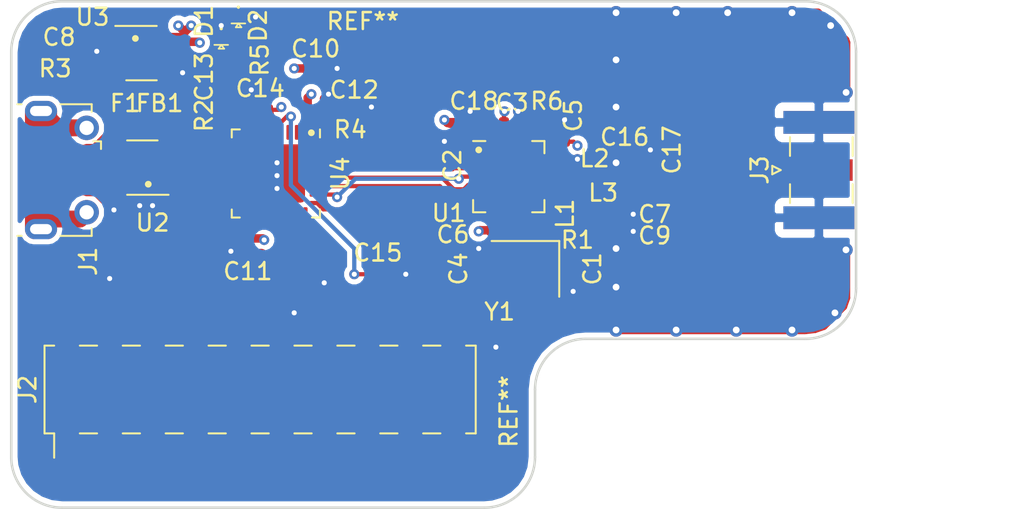
<source format=kicad_pcb>
(kicad_pcb (version 20171130) (host pcbnew "(5.0.1)-4")

  (general
    (thickness 1.6)
    (drawings 24)
    (tracks 381)
    (zones 0)
    (modules 41)
    (nets 58)
  )

  (page A4)
  (layers
    (0 F.Cu power)
    (1 In1.Cu jumper)
    (2 In2.Cu power)
    (31 B.Cu signal)
    (33 F.Adhes user)
    (34 B.Paste user)
    (35 F.Paste user)
    (37 F.SilkS user)
    (38 B.Mask user)
    (39 F.Mask user)
    (40 Dwgs.User user)
    (41 Cmts.User user)
    (42 Eco1.User user)
    (43 Eco2.User user)
    (44 Edge.Cuts user)
    (45 Margin user)
    (46 B.CrtYd user)
    (47 F.CrtYd user)
    (49 F.Fab user hide)
  )

  (setup
    (last_trace_width 0.25)
    (user_trace_width 0.25)
    (user_trace_width 0.5)
    (user_trace_width 1)
    (trace_clearance 0.2)
    (zone_clearance 0.3)
    (zone_45_only no)
    (trace_min 0.2)
    (segment_width 0.2)
    (edge_width 0.15)
    (via_size 0.8)
    (via_drill 0.4)
    (via_min_size 0.4)
    (via_min_drill 0.3)
    (user_via 0.6 0.3)
    (uvia_size 0.3)
    (uvia_drill 0.1)
    (uvias_allowed no)
    (uvia_min_size 0.2)
    (uvia_min_drill 0.1)
    (pcb_text_width 0.3)
    (pcb_text_size 1.5 1.5)
    (mod_edge_width 0.15)
    (mod_text_size 1 1)
    (mod_text_width 0.15)
    (pad_size 1.524 1.524)
    (pad_drill 0.762)
    (pad_to_mask_clearance 0.051)
    (solder_mask_min_width 0.25)
    (aux_axis_origin 0 0)
    (visible_elements 7FFFFFFF)
    (pcbplotparams
      (layerselection 0x010ec_ffffffff)
      (usegerberextensions false)
      (usegerberattributes false)
      (usegerberadvancedattributes false)
      (creategerberjobfile false)
      (excludeedgelayer true)
      (linewidth 0.100000)
      (plotframeref false)
      (viasonmask false)
      (mode 1)
      (useauxorigin false)
      (hpglpennumber 1)
      (hpglpenspeed 20)
      (hpglpendiameter 15.000000)
      (psnegative false)
      (psa4output false)
      (plotreference true)
      (plotvalue true)
      (plotinvisibletext false)
      (padsonsilk false)
      (subtractmaskfromsilk false)
      (outputformat 1)
      (mirror false)
      (drillshape 0)
      (scaleselection 1)
      (outputdirectory "C:/Users/jrams/Documents/RF_USB_MANUFACTURING/"))
  )

  (net 0 "")
  (net 1 GND)
  (net 2 /XC1)
  (net 3 +3V3)
  (net 4 /XC2)
  (net 5 /VDD_PA)
  (net 6 "Net-(C8-Pad1)")
  (net 7 /!RST)
  (net 8 "Net-(C16-Pad1)")
  (net 9 "Net-(C16-Pad2)")
  (net 10 "Net-(C18-Pad1)")
  (net 11 "Net-(D1-Pad2)")
  (net 12 "Net-(D2-Pad2)")
  (net 13 "Net-(F1-Pad1)")
  (net 14 +5V)
  (net 15 "Net-(J1-Pad6)")
  (net 16 /USB_CONN_D-)
  (net 17 "Net-(J1-Pad4)")
  (net 18 /USB_CONN_D+)
  (net 19 "Net-(J2-Pad1)")
  (net 20 "Net-(J2-Pad2)")
  (net 21 "Net-(J2-Pad3)")
  (net 22 "Net-(J2-Pad5)")
  (net 23 /SWDIO)
  (net 24 /SWDCLK)
  (net 25 "Net-(J2-Pad11)")
  (net 26 "Net-(J2-Pad13)")
  (net 27 "Net-(J2-Pad17)")
  (net 28 "Net-(J2-Pad19)")
  (net 29 /ANT2)
  (net 30 /ANT1)
  (net 31 /LED_TX)
  (net 32 "Net-(R3-Pad1)")
  (net 33 "Net-(R4-Pad2)")
  (net 34 /LED_RX)
  (net 35 "Net-(R6-Pad2)")
  (net 36 /NRF_CE)
  (net 37 /SPI_!CS)
  (net 38 /SPI_SCK)
  (net 39 /SPI_MOSI)
  (net 40 /SPI_MISO)
  (net 41 /NRF_IRQ)
  (net 42 /USB_D-)
  (net 43 /USB_D+)
  (net 44 "Net-(U3-Pad4)")
  (net 45 "Net-(U4-Pad2)")
  (net 46 "Net-(U4-Pad3)")
  (net 47 "Net-(U4-Pad6)")
  (net 48 "Net-(U4-Pad7)")
  (net 49 "Net-(U4-Pad10)")
  (net 50 "Net-(U4-Pad11)")
  (net 51 "Net-(U4-Pad12)")
  (net 52 "Net-(U4-Pad13)")
  (net 53 "Net-(U4-Pad14)")
  (net 54 "Net-(U4-Pad15)")
  (net 55 "Net-(U4-Pad18)")
  (net 56 "Net-(U4-Pad19)")
  (net 57 "Net-(U4-Pad20)")

  (net_class Default "This is the default net class."
    (clearance 0.2)
    (trace_width 0.25)
    (via_dia 0.8)
    (via_drill 0.4)
    (uvia_dia 0.3)
    (uvia_drill 0.1)
    (add_net +3V3)
    (add_net /!RST)
    (add_net /LED_RX)
    (add_net /LED_TX)
    (add_net /NRF_CE)
    (add_net /NRF_IRQ)
    (add_net /SPI_!CS)
    (add_net /SPI_MISO)
    (add_net /SPI_MOSI)
    (add_net /SPI_SCK)
    (add_net /SWDCLK)
    (add_net /SWDIO)
    (add_net /USB_CONN_D+)
    (add_net /USB_CONN_D-)
    (add_net /USB_D+)
    (add_net /USB_D-)
    (add_net /VDD_PA)
    (add_net /XC1)
    (add_net /XC2)
    (add_net GND)
    (add_net "Net-(C18-Pad1)")
    (add_net "Net-(C8-Pad1)")
    (add_net "Net-(D1-Pad2)")
    (add_net "Net-(D2-Pad2)")
    (add_net "Net-(F1-Pad1)")
    (add_net "Net-(J1-Pad4)")
    (add_net "Net-(J1-Pad6)")
    (add_net "Net-(J2-Pad1)")
    (add_net "Net-(J2-Pad11)")
    (add_net "Net-(J2-Pad13)")
    (add_net "Net-(J2-Pad17)")
    (add_net "Net-(J2-Pad19)")
    (add_net "Net-(J2-Pad2)")
    (add_net "Net-(J2-Pad3)")
    (add_net "Net-(J2-Pad5)")
    (add_net "Net-(R3-Pad1)")
    (add_net "Net-(R4-Pad2)")
    (add_net "Net-(R6-Pad2)")
    (add_net "Net-(U3-Pad4)")
    (add_net "Net-(U4-Pad10)")
    (add_net "Net-(U4-Pad11)")
    (add_net "Net-(U4-Pad12)")
    (add_net "Net-(U4-Pad13)")
    (add_net "Net-(U4-Pad14)")
    (add_net "Net-(U4-Pad15)")
    (add_net "Net-(U4-Pad18)")
    (add_net "Net-(U4-Pad19)")
    (add_net "Net-(U4-Pad2)")
    (add_net "Net-(U4-Pad20)")
    (add_net "Net-(U4-Pad3)")
    (add_net "Net-(U4-Pad6)")
    (add_net "Net-(U4-Pad7)")
  )

  (net_class Power ""
    (clearance 0.2)
    (trace_width 0.25)
    (via_dia 0.8)
    (via_drill 0.4)
    (uvia_dia 0.3)
    (uvia_drill 0.1)
    (add_net +5V)
  )

  (net_class RF-OUT ""
    (clearance 0.2)
    (trace_width 0.2)
    (via_dia 0.8)
    (via_drill 0.4)
    (uvia_dia 0.3)
    (uvia_drill 0.1)
    (add_net /ANT1)
    (add_net /ANT2)
    (add_net "Net-(C16-Pad1)")
    (add_net "Net-(C16-Pad2)")
  )

  (module Fiducial:Fiducial_0.5mm_Dia_1mm_Outer (layer F.Cu) (tedit 59FE02FD) (tstamp 60817FE6)
    (at 127.762 91.186)
    (descr "Circular Fiducial, 0.5mm bare copper top; 1mm keepout (Level C)")
    (tags marker)
    (attr virtual)
    (fp_text reference REF** (at 3.048 0) (layer F.SilkS)
      (effects (font (size 1 1) (thickness 0.15)))
    )
    (fp_text value Fiducial_0.5mm_Dia_1mm_Outer (at 0 1.5) (layer F.Fab)
      (effects (font (size 1 1) (thickness 0.15)))
    )
    (fp_circle (center 0 0) (end 0.5 0) (layer F.Fab) (width 0.1))
    (fp_text user %R (at 0 0) (layer F.Fab)
      (effects (font (size 0.2 0.2) (thickness 0.04)))
    )
    (fp_circle (center 0 0) (end 0.75 0) (layer F.CrtYd) (width 0.05))
    (pad ~ smd circle (at 0 0) (size 0.5 0.5) (layers F.Cu F.Mask)
      (solder_mask_margin 0.25) (clearance 0.25))
  )

  (module Capacitor_SMD:C_0402_1005Metric (layer F.Cu) (tedit 5B301BBE) (tstamp 604D91AA)
    (at 143.226 105.853001 270)
    (descr "Capacitor SMD 0402 (1005 Metric), square (rectangular) end terminal, IPC_7351 nominal, (Body size source: http://www.tortai-tech.com/upload/download/2011102023233369053.pdf), generated with kicad-footprint-generator")
    (tags capacitor)
    (path /603E3310)
    (attr smd)
    (fp_text reference C1 (at 0 -1.17 270) (layer F.SilkS)
      (effects (font (size 1 1) (thickness 0.15)))
    )
    (fp_text value 13p (at 0 1.17 270) (layer F.Fab)
      (effects (font (size 1 1) (thickness 0.15)))
    )
    (fp_text user %R (at 0 0 270) (layer F.Fab)
      (effects (font (size 0.25 0.25) (thickness 0.04)))
    )
    (fp_line (start 0.93 0.47) (end -0.93 0.47) (layer F.CrtYd) (width 0.05))
    (fp_line (start 0.93 -0.47) (end 0.93 0.47) (layer F.CrtYd) (width 0.05))
    (fp_line (start -0.93 -0.47) (end 0.93 -0.47) (layer F.CrtYd) (width 0.05))
    (fp_line (start -0.93 0.47) (end -0.93 -0.47) (layer F.CrtYd) (width 0.05))
    (fp_line (start 0.5 0.25) (end -0.5 0.25) (layer F.Fab) (width 0.1))
    (fp_line (start 0.5 -0.25) (end 0.5 0.25) (layer F.Fab) (width 0.1))
    (fp_line (start -0.5 -0.25) (end 0.5 -0.25) (layer F.Fab) (width 0.1))
    (fp_line (start -0.5 0.25) (end -0.5 -0.25) (layer F.Fab) (width 0.1))
    (pad 2 smd roundrect (at 0.485 0 270) (size 0.59 0.64) (layers F.Cu F.Paste F.Mask) (roundrect_rratio 0.25)
      (net 1 GND))
    (pad 1 smd roundrect (at -0.485 0 270) (size 0.59 0.64) (layers F.Cu F.Paste F.Mask) (roundrect_rratio 0.25)
      (net 2 /XC1))
    (model ${KISYS3DMOD}/Capacitor_SMD.3dshapes/C_0402_1005Metric.wrl
      (at (xyz 0 0 0))
      (scale (xyz 1 1 1))
      (rotate (xyz 0 0 0))
    )
  )

  (module Capacitor_SMD:C_0402_1005Metric (layer F.Cu) (tedit 5B301BBE) (tstamp 604D91B9)
    (at 136.114 97.693001 270)
    (descr "Capacitor SMD 0402 (1005 Metric), square (rectangular) end terminal, IPC_7351 nominal, (Body size source: http://www.tortai-tech.com/upload/download/2011102023233369053.pdf), generated with kicad-footprint-generator")
    (tags capacitor)
    (path /603CE271)
    (attr smd)
    (fp_text reference C2 (at 2.032 0 270) (layer F.SilkS)
      (effects (font (size 1 1) (thickness 0.15)))
    )
    (fp_text value 4.7u (at 0 1.524 270) (layer F.Fab)
      (effects (font (size 1 1) (thickness 0.15)))
    )
    (fp_text user %R (at 0 0 270) (layer F.Fab)
      (effects (font (size 0.25 0.25) (thickness 0.04)))
    )
    (fp_line (start 0.93 0.47) (end -0.93 0.47) (layer F.CrtYd) (width 0.05))
    (fp_line (start 0.93 -0.47) (end 0.93 0.47) (layer F.CrtYd) (width 0.05))
    (fp_line (start -0.93 -0.47) (end 0.93 -0.47) (layer F.CrtYd) (width 0.05))
    (fp_line (start -0.93 0.47) (end -0.93 -0.47) (layer F.CrtYd) (width 0.05))
    (fp_line (start 0.5 0.25) (end -0.5 0.25) (layer F.Fab) (width 0.1))
    (fp_line (start 0.5 -0.25) (end 0.5 0.25) (layer F.Fab) (width 0.1))
    (fp_line (start -0.5 -0.25) (end 0.5 -0.25) (layer F.Fab) (width 0.1))
    (fp_line (start -0.5 0.25) (end -0.5 -0.25) (layer F.Fab) (width 0.1))
    (pad 2 smd roundrect (at 0.485 0 270) (size 0.59 0.64) (layers F.Cu F.Paste F.Mask) (roundrect_rratio 0.25)
      (net 1 GND))
    (pad 1 smd roundrect (at -0.485 0 270) (size 0.59 0.64) (layers F.Cu F.Paste F.Mask) (roundrect_rratio 0.25)
      (net 3 +3V3))
    (model ${KISYS3DMOD}/Capacitor_SMD.3dshapes/C_0402_1005Metric.wrl
      (at (xyz 0 0 0))
      (scale (xyz 1 1 1))
      (rotate (xyz 0 0 0))
    )
  )

  (module Capacitor_SMD:C_0402_1005Metric (layer F.Cu) (tedit 5B301BBE) (tstamp 604D91C8)
    (at 139.647 97.185001)
    (descr "Capacitor SMD 0402 (1005 Metric), square (rectangular) end terminal, IPC_7351 nominal, (Body size source: http://www.tortai-tech.com/upload/download/2011102023233369053.pdf), generated with kicad-footprint-generator")
    (tags capacitor)
    (path /603CE320)
    (attr smd)
    (fp_text reference C3 (at 0 -1.17) (layer F.SilkS)
      (effects (font (size 1 1) (thickness 0.15)))
    )
    (fp_text value 100n (at 0 -2.398) (layer F.Fab)
      (effects (font (size 1 1) (thickness 0.15)))
    )
    (fp_line (start -0.5 0.25) (end -0.5 -0.25) (layer F.Fab) (width 0.1))
    (fp_line (start -0.5 -0.25) (end 0.5 -0.25) (layer F.Fab) (width 0.1))
    (fp_line (start 0.5 -0.25) (end 0.5 0.25) (layer F.Fab) (width 0.1))
    (fp_line (start 0.5 0.25) (end -0.5 0.25) (layer F.Fab) (width 0.1))
    (fp_line (start -0.93 0.47) (end -0.93 -0.47) (layer F.CrtYd) (width 0.05))
    (fp_line (start -0.93 -0.47) (end 0.93 -0.47) (layer F.CrtYd) (width 0.05))
    (fp_line (start 0.93 -0.47) (end 0.93 0.47) (layer F.CrtYd) (width 0.05))
    (fp_line (start 0.93 0.47) (end -0.93 0.47) (layer F.CrtYd) (width 0.05))
    (fp_text user %R (at 0 0) (layer F.Fab)
      (effects (font (size 0.25 0.25) (thickness 0.04)))
    )
    (pad 1 smd roundrect (at -0.485 0) (size 0.59 0.64) (layers F.Cu F.Paste F.Mask) (roundrect_rratio 0.25)
      (net 3 +3V3))
    (pad 2 smd roundrect (at 0.485 0) (size 0.59 0.64) (layers F.Cu F.Paste F.Mask) (roundrect_rratio 0.25)
      (net 1 GND))
    (model ${KISYS3DMOD}/Capacitor_SMD.3dshapes/C_0402_1005Metric.wrl
      (at (xyz 0 0 0))
      (scale (xyz 1 1 1))
      (rotate (xyz 0 0 0))
    )
  )

  (module Capacitor_SMD:C_0402_1005Metric (layer F.Cu) (tedit 5B301BBE) (tstamp 604D91D7)
    (at 137.638 105.853001 90)
    (descr "Capacitor SMD 0402 (1005 Metric), square (rectangular) end terminal, IPC_7351 nominal, (Body size source: http://www.tortai-tech.com/upload/download/2011102023233369053.pdf), generated with kicad-footprint-generator")
    (tags capacitor)
    (path /603E416F)
    (attr smd)
    (fp_text reference C4 (at 0 -1.17 90) (layer F.SilkS)
      (effects (font (size 1 1) (thickness 0.15)))
    )
    (fp_text value 13p (at 0 1.17 90) (layer F.Fab)
      (effects (font (size 1 1) (thickness 0.15)))
    )
    (fp_line (start -0.5 0.25) (end -0.5 -0.25) (layer F.Fab) (width 0.1))
    (fp_line (start -0.5 -0.25) (end 0.5 -0.25) (layer F.Fab) (width 0.1))
    (fp_line (start 0.5 -0.25) (end 0.5 0.25) (layer F.Fab) (width 0.1))
    (fp_line (start 0.5 0.25) (end -0.5 0.25) (layer F.Fab) (width 0.1))
    (fp_line (start -0.93 0.47) (end -0.93 -0.47) (layer F.CrtYd) (width 0.05))
    (fp_line (start -0.93 -0.47) (end 0.93 -0.47) (layer F.CrtYd) (width 0.05))
    (fp_line (start 0.93 -0.47) (end 0.93 0.47) (layer F.CrtYd) (width 0.05))
    (fp_line (start 0.93 0.47) (end -0.93 0.47) (layer F.CrtYd) (width 0.05))
    (fp_text user %R (at 0 0 90) (layer F.Fab)
      (effects (font (size 0.25 0.25) (thickness 0.04)))
    )
    (pad 1 smd roundrect (at -0.485 0 90) (size 0.59 0.64) (layers F.Cu F.Paste F.Mask) (roundrect_rratio 0.25)
      (net 4 /XC2))
    (pad 2 smd roundrect (at 0.485 0 90) (size 0.59 0.64) (layers F.Cu F.Paste F.Mask) (roundrect_rratio 0.25)
      (net 1 GND))
    (model ${KISYS3DMOD}/Capacitor_SMD.3dshapes/C_0402_1005Metric.wrl
      (at (xyz 0 0 0))
      (scale (xyz 1 1 1))
      (rotate (xyz 0 0 0))
    )
  )

  (module Capacitor_SMD:C_0402_1005Metric (layer F.Cu) (tedit 5B301BBE) (tstamp 604D91E6)
    (at 142.748 98.806 270)
    (descr "Capacitor SMD 0402 (1005 Metric), square (rectangular) end terminal, IPC_7351 nominal, (Body size source: http://www.tortai-tech.com/upload/download/2011102023233369053.pdf), generated with kicad-footprint-generator")
    (tags capacitor)
    (path /603CE356)
    (attr smd)
    (fp_text reference C5 (at -2.032 -0.508 270) (layer F.SilkS)
      (effects (font (size 1 1) (thickness 0.15)))
    )
    (fp_text value 100n (at -0.048 -2.332 270) (layer F.Fab)
      (effects (font (size 1 1) (thickness 0.15)))
    )
    (fp_text user %R (at 0 0 270) (layer F.Fab)
      (effects (font (size 0.25 0.25) (thickness 0.04)))
    )
    (fp_line (start 0.93 0.47) (end -0.93 0.47) (layer F.CrtYd) (width 0.05))
    (fp_line (start 0.93 -0.47) (end 0.93 0.47) (layer F.CrtYd) (width 0.05))
    (fp_line (start -0.93 -0.47) (end 0.93 -0.47) (layer F.CrtYd) (width 0.05))
    (fp_line (start -0.93 0.47) (end -0.93 -0.47) (layer F.CrtYd) (width 0.05))
    (fp_line (start 0.5 0.25) (end -0.5 0.25) (layer F.Fab) (width 0.1))
    (fp_line (start 0.5 -0.25) (end 0.5 0.25) (layer F.Fab) (width 0.1))
    (fp_line (start -0.5 -0.25) (end 0.5 -0.25) (layer F.Fab) (width 0.1))
    (fp_line (start -0.5 0.25) (end -0.5 -0.25) (layer F.Fab) (width 0.1))
    (pad 2 smd roundrect (at 0.485 0 270) (size 0.59 0.64) (layers F.Cu F.Paste F.Mask) (roundrect_rratio 0.25)
      (net 1 GND))
    (pad 1 smd roundrect (at -0.485 0 270) (size 0.59 0.64) (layers F.Cu F.Paste F.Mask) (roundrect_rratio 0.25)
      (net 3 +3V3))
    (model ${KISYS3DMOD}/Capacitor_SMD.3dshapes/C_0402_1005Metric.wrl
      (at (xyz 0 0 0))
      (scale (xyz 1 1 1))
      (rotate (xyz 0 0 0))
    )
  )

  (module Capacitor_SMD:C_0402_1005Metric (layer F.Cu) (tedit 5B301BBE) (tstamp 604D91F5)
    (at 138.908 103.567001)
    (descr "Capacitor SMD 0402 (1005 Metric), square (rectangular) end terminal, IPC_7351 nominal, (Body size source: http://www.tortai-tech.com/upload/download/2011102023233369053.pdf), generated with kicad-footprint-generator")
    (tags capacitor)
    (path /603CE39C)
    (attr smd)
    (fp_text reference C6 (at -2.764 0.254) (layer F.SilkS)
      (effects (font (size 1 1) (thickness 0.15)))
    )
    (fp_text value 100n (at 0 1.17) (layer F.Fab)
      (effects (font (size 1 1) (thickness 0.15)))
    )
    (fp_text user %R (at 0 0) (layer F.Fab)
      (effects (font (size 0.25 0.25) (thickness 0.04)))
    )
    (fp_line (start 0.93 0.47) (end -0.93 0.47) (layer F.CrtYd) (width 0.05))
    (fp_line (start 0.93 -0.47) (end 0.93 0.47) (layer F.CrtYd) (width 0.05))
    (fp_line (start -0.93 -0.47) (end 0.93 -0.47) (layer F.CrtYd) (width 0.05))
    (fp_line (start -0.93 0.47) (end -0.93 -0.47) (layer F.CrtYd) (width 0.05))
    (fp_line (start 0.5 0.25) (end -0.5 0.25) (layer F.Fab) (width 0.1))
    (fp_line (start 0.5 -0.25) (end 0.5 0.25) (layer F.Fab) (width 0.1))
    (fp_line (start -0.5 -0.25) (end 0.5 -0.25) (layer F.Fab) (width 0.1))
    (fp_line (start -0.5 0.25) (end -0.5 -0.25) (layer F.Fab) (width 0.1))
    (pad 2 smd roundrect (at 0.485 0) (size 0.59 0.64) (layers F.Cu F.Paste F.Mask) (roundrect_rratio 0.25)
      (net 1 GND))
    (pad 1 smd roundrect (at -0.485 0) (size 0.59 0.64) (layers F.Cu F.Paste F.Mask) (roundrect_rratio 0.25)
      (net 3 +3V3))
    (model ${KISYS3DMOD}/Capacitor_SMD.3dshapes/C_0402_1005Metric.wrl
      (at (xyz 0 0 0))
      (scale (xyz 1 1 1))
      (rotate (xyz 0 0 0))
    )
  )

  (module Capacitor_SMD:C_0402_1005Metric (layer F.Cu) (tedit 5B301BBE) (tstamp 604D9204)
    (at 145.256 102.586 180)
    (descr "Capacitor SMD 0402 (1005 Metric), square (rectangular) end terminal, IPC_7351 nominal, (Body size source: http://www.tortai-tech.com/upload/download/2011102023233369053.pdf), generated with kicad-footprint-generator")
    (tags capacitor)
    (path /60692409)
    (attr smd)
    (fp_text reference C7 (at -2.826 -0.03 180) (layer F.SilkS)
      (effects (font (size 1 1) (thickness 0.15)))
    )
    (fp_text value 2.2n (at 0 1.17 180) (layer F.Fab)
      (effects (font (size 1 1) (thickness 0.15)))
    )
    (fp_line (start -0.5 0.25) (end -0.5 -0.25) (layer F.Fab) (width 0.1))
    (fp_line (start -0.5 -0.25) (end 0.5 -0.25) (layer F.Fab) (width 0.1))
    (fp_line (start 0.5 -0.25) (end 0.5 0.25) (layer F.Fab) (width 0.1))
    (fp_line (start 0.5 0.25) (end -0.5 0.25) (layer F.Fab) (width 0.1))
    (fp_line (start -0.93 0.47) (end -0.93 -0.47) (layer F.CrtYd) (width 0.05))
    (fp_line (start -0.93 -0.47) (end 0.93 -0.47) (layer F.CrtYd) (width 0.05))
    (fp_line (start 0.93 -0.47) (end 0.93 0.47) (layer F.CrtYd) (width 0.05))
    (fp_line (start 0.93 0.47) (end -0.93 0.47) (layer F.CrtYd) (width 0.05))
    (fp_text user %R (at 0 0 180) (layer F.Fab)
      (effects (font (size 0.25 0.25) (thickness 0.04)))
    )
    (pad 1 smd roundrect (at -0.485 0 180) (size 0.59 0.64) (layers F.Cu F.Paste F.Mask) (roundrect_rratio 0.25)
      (net 1 GND))
    (pad 2 smd roundrect (at 0.485 0 180) (size 0.59 0.64) (layers F.Cu F.Paste F.Mask) (roundrect_rratio 0.25)
      (net 5 /VDD_PA))
    (model ${KISYS3DMOD}/Capacitor_SMD.3dshapes/C_0402_1005Metric.wrl
      (at (xyz 0 0 0))
      (scale (xyz 1 1 1))
      (rotate (xyz 0 0 0))
    )
  )

  (module Capacitor_SMD:C_0402_1005Metric (layer F.Cu) (tedit 5B301BBE) (tstamp 604D9213)
    (at 114.632 92.124)
    (descr "Capacitor SMD 0402 (1005 Metric), square (rectangular) end terminal, IPC_7351 nominal, (Body size source: http://www.tortai-tech.com/upload/download/2011102023233369053.pdf), generated with kicad-footprint-generator")
    (tags capacitor)
    (path /603B4FE3)
    (attr smd)
    (fp_text reference C8 (at -1.801 0) (layer F.SilkS)
      (effects (font (size 1 1) (thickness 0.15)))
    )
    (fp_text value 1u (at 0 1.17) (layer F.Fab)
      (effects (font (size 1 1) (thickness 0.15)))
    )
    (fp_text user %R (at 0 0) (layer F.Fab)
      (effects (font (size 0.25 0.25) (thickness 0.04)))
    )
    (fp_line (start 0.93 0.47) (end -0.93 0.47) (layer F.CrtYd) (width 0.05))
    (fp_line (start 0.93 -0.47) (end 0.93 0.47) (layer F.CrtYd) (width 0.05))
    (fp_line (start -0.93 -0.47) (end 0.93 -0.47) (layer F.CrtYd) (width 0.05))
    (fp_line (start -0.93 0.47) (end -0.93 -0.47) (layer F.CrtYd) (width 0.05))
    (fp_line (start 0.5 0.25) (end -0.5 0.25) (layer F.Fab) (width 0.1))
    (fp_line (start 0.5 -0.25) (end 0.5 0.25) (layer F.Fab) (width 0.1))
    (fp_line (start -0.5 -0.25) (end 0.5 -0.25) (layer F.Fab) (width 0.1))
    (fp_line (start -0.5 0.25) (end -0.5 -0.25) (layer F.Fab) (width 0.1))
    (pad 2 smd roundrect (at 0.485 0) (size 0.59 0.64) (layers F.Cu F.Paste F.Mask) (roundrect_rratio 0.25)
      (net 1 GND))
    (pad 1 smd roundrect (at -0.485 0) (size 0.59 0.64) (layers F.Cu F.Paste F.Mask) (roundrect_rratio 0.25)
      (net 6 "Net-(C8-Pad1)"))
    (model ${KISYS3DMOD}/Capacitor_SMD.3dshapes/C_0402_1005Metric.wrl
      (at (xyz 0 0 0))
      (scale (xyz 1 1 1))
      (rotate (xyz 0 0 0))
    )
  )

  (module Capacitor_SMD:C_0402_1005Metric (layer F.Cu) (tedit 5B301BBE) (tstamp 604D9222)
    (at 145.256 103.602 180)
    (descr "Capacitor SMD 0402 (1005 Metric), square (rectangular) end terminal, IPC_7351 nominal, (Body size source: http://www.tortai-tech.com/upload/download/2011102023233369053.pdf), generated with kicad-footprint-generator")
    (tags capacitor)
    (path /606924E0)
    (attr smd)
    (fp_text reference C9 (at -2.826 -0.284 180) (layer F.SilkS)
      (effects (font (size 1 1) (thickness 0.15)))
    )
    (fp_text value 4.7p (at 0 1.17 180) (layer F.Fab)
      (effects (font (size 1 1) (thickness 0.15)))
    )
    (fp_text user %R (at 0 0 180) (layer F.Fab)
      (effects (font (size 0.25 0.25) (thickness 0.04)))
    )
    (fp_line (start 0.93 0.47) (end -0.93 0.47) (layer F.CrtYd) (width 0.05))
    (fp_line (start 0.93 -0.47) (end 0.93 0.47) (layer F.CrtYd) (width 0.05))
    (fp_line (start -0.93 -0.47) (end 0.93 -0.47) (layer F.CrtYd) (width 0.05))
    (fp_line (start -0.93 0.47) (end -0.93 -0.47) (layer F.CrtYd) (width 0.05))
    (fp_line (start 0.5 0.25) (end -0.5 0.25) (layer F.Fab) (width 0.1))
    (fp_line (start 0.5 -0.25) (end 0.5 0.25) (layer F.Fab) (width 0.1))
    (fp_line (start -0.5 -0.25) (end 0.5 -0.25) (layer F.Fab) (width 0.1))
    (fp_line (start -0.5 0.25) (end -0.5 -0.25) (layer F.Fab) (width 0.1))
    (pad 2 smd roundrect (at 0.485 0 180) (size 0.59 0.64) (layers F.Cu F.Paste F.Mask) (roundrect_rratio 0.25)
      (net 5 /VDD_PA))
    (pad 1 smd roundrect (at -0.485 0 180) (size 0.59 0.64) (layers F.Cu F.Paste F.Mask) (roundrect_rratio 0.25)
      (net 1 GND))
    (model ${KISYS3DMOD}/Capacitor_SMD.3dshapes/C_0402_1005Metric.wrl
      (at (xyz 0 0 0))
      (scale (xyz 1 1 1))
      (rotate (xyz 0 0 0))
    )
  )

  (module Capacitor_SMD:C_0402_1005Metric (layer F.Cu) (tedit 5B301BBE) (tstamp 604D9231)
    (at 128.016 93.98)
    (descr "Capacitor SMD 0402 (1005 Metric), square (rectangular) end terminal, IPC_7351 nominal, (Body size source: http://www.tortai-tech.com/upload/download/2011102023233369053.pdf), generated with kicad-footprint-generator")
    (tags capacitor)
    (path /603F121E)
    (attr smd)
    (fp_text reference C10 (at 0 -1.17) (layer F.SilkS)
      (effects (font (size 1 1) (thickness 0.15)))
    )
    (fp_text value 4.7u (at 0 1.17) (layer F.Fab)
      (effects (font (size 1 1) (thickness 0.15)))
    )
    (fp_text user %R (at 0 0) (layer F.Fab)
      (effects (font (size 0.25 0.25) (thickness 0.04)))
    )
    (fp_line (start 0.93 0.47) (end -0.93 0.47) (layer F.CrtYd) (width 0.05))
    (fp_line (start 0.93 -0.47) (end 0.93 0.47) (layer F.CrtYd) (width 0.05))
    (fp_line (start -0.93 -0.47) (end 0.93 -0.47) (layer F.CrtYd) (width 0.05))
    (fp_line (start -0.93 0.47) (end -0.93 -0.47) (layer F.CrtYd) (width 0.05))
    (fp_line (start 0.5 0.25) (end -0.5 0.25) (layer F.Fab) (width 0.1))
    (fp_line (start 0.5 -0.25) (end 0.5 0.25) (layer F.Fab) (width 0.1))
    (fp_line (start -0.5 -0.25) (end 0.5 -0.25) (layer F.Fab) (width 0.1))
    (fp_line (start -0.5 0.25) (end -0.5 -0.25) (layer F.Fab) (width 0.1))
    (pad 2 smd roundrect (at 0.485 0) (size 0.59 0.64) (layers F.Cu F.Paste F.Mask) (roundrect_rratio 0.25)
      (net 1 GND))
    (pad 1 smd roundrect (at -0.485 0) (size 0.59 0.64) (layers F.Cu F.Paste F.Mask) (roundrect_rratio 0.25)
      (net 3 +3V3))
    (model ${KISYS3DMOD}/Capacitor_SMD.3dshapes/C_0402_1005Metric.wrl
      (at (xyz 0 0 0))
      (scale (xyz 1 1 1))
      (rotate (xyz 0 0 0))
    )
  )

  (module Capacitor_SMD:C_0402_1005Metric (layer F.Cu) (tedit 604F2B63) (tstamp 604D9240)
    (at 123.458 104.05 180)
    (descr "Capacitor SMD 0402 (1005 Metric), square (rectangular) end terminal, IPC_7351 nominal, (Body size source: http://www.tortai-tech.com/upload/download/2011102023233369053.pdf), generated with kicad-footprint-generator")
    (tags capacitor)
    (path /603F1225)
    (attr smd)
    (fp_text reference C11 (at -0.542 -1.95 180) (layer F.SilkS)
      (effects (font (size 1 1) (thickness 0.15)))
    )
    (fp_text value 100n (at 0 1.17 180) (layer F.Fab)
      (effects (font (size 1 1) (thickness 0.15)))
    )
    (fp_line (start -0.5 0.25) (end -0.5 -0.25) (layer F.Fab) (width 0.1))
    (fp_line (start -0.5 -0.25) (end 0.5 -0.25) (layer F.Fab) (width 0.1))
    (fp_line (start 0.5 -0.25) (end 0.5 0.25) (layer F.Fab) (width 0.1))
    (fp_line (start 0.5 0.25) (end -0.5 0.25) (layer F.Fab) (width 0.1))
    (fp_line (start -0.93 0.47) (end -0.93 -0.47) (layer F.CrtYd) (width 0.05))
    (fp_line (start -0.93 -0.47) (end 0.93 -0.47) (layer F.CrtYd) (width 0.05))
    (fp_line (start 0.93 -0.47) (end 0.93 0.47) (layer F.CrtYd) (width 0.05))
    (fp_line (start 0.93 0.47) (end -0.93 0.47) (layer F.CrtYd) (width 0.05))
    (fp_text user %R (at 0 0 180) (layer F.Fab)
      (effects (font (size 0.25 0.25) (thickness 0.04)))
    )
    (pad 1 smd roundrect (at -0.485 0 180) (size 0.59 0.64) (layers F.Cu F.Paste F.Mask) (roundrect_rratio 0.25)
      (net 3 +3V3))
    (pad 2 smd roundrect (at 0.485 0 180) (size 0.59 0.64) (layers F.Cu F.Paste F.Mask) (roundrect_rratio 0.25)
      (net 1 GND))
    (model ${KISYS3DMOD}/Capacitor_SMD.3dshapes/C_0402_1005Metric.wrl
      (at (xyz 0 0 0))
      (scale (xyz 1 1 1))
      (rotate (xyz 0 0 0))
    )
  )

  (module Capacitor_SMD:C_0402_1005Metric (layer F.Cu) (tedit 5B301BBE) (tstamp 604D924F)
    (at 128.03 96.43)
    (descr "Capacitor SMD 0402 (1005 Metric), square (rectangular) end terminal, IPC_7351 nominal, (Body size source: http://www.tortai-tech.com/upload/download/2011102023233369053.pdf), generated with kicad-footprint-generator")
    (tags capacitor)
    (path /603F122C)
    (attr smd)
    (fp_text reference C12 (at 2.272 -1.18) (layer F.SilkS)
      (effects (font (size 1 1) (thickness 0.15)))
    )
    (fp_text value 100n (at 0 1.17) (layer F.Fab)
      (effects (font (size 1 1) (thickness 0.15)))
    )
    (fp_text user %R (at 0 0) (layer F.Fab)
      (effects (font (size 0.25 0.25) (thickness 0.04)))
    )
    (fp_line (start 0.93 0.47) (end -0.93 0.47) (layer F.CrtYd) (width 0.05))
    (fp_line (start 0.93 -0.47) (end 0.93 0.47) (layer F.CrtYd) (width 0.05))
    (fp_line (start -0.93 -0.47) (end 0.93 -0.47) (layer F.CrtYd) (width 0.05))
    (fp_line (start -0.93 0.47) (end -0.93 -0.47) (layer F.CrtYd) (width 0.05))
    (fp_line (start 0.5 0.25) (end -0.5 0.25) (layer F.Fab) (width 0.1))
    (fp_line (start 0.5 -0.25) (end 0.5 0.25) (layer F.Fab) (width 0.1))
    (fp_line (start -0.5 -0.25) (end 0.5 -0.25) (layer F.Fab) (width 0.1))
    (fp_line (start -0.5 0.25) (end -0.5 -0.25) (layer F.Fab) (width 0.1))
    (pad 2 smd roundrect (at 0.485 0) (size 0.59 0.64) (layers F.Cu F.Paste F.Mask) (roundrect_rratio 0.25)
      (net 1 GND))
    (pad 1 smd roundrect (at -0.485 0) (size 0.59 0.64) (layers F.Cu F.Paste F.Mask) (roundrect_rratio 0.25)
      (net 3 +3V3))
    (model ${KISYS3DMOD}/Capacitor_SMD.3dshapes/C_0402_1005Metric.wrl
      (at (xyz 0 0 0))
      (scale (xyz 1 1 1))
      (rotate (xyz 0 0 0))
    )
  )

  (module Capacitor_SMD:C_0402_1005Metric (layer F.Cu) (tedit 5B301BBE) (tstamp 604D925E)
    (at 120.22 92.886 270)
    (descr "Capacitor SMD 0402 (1005 Metric), square (rectangular) end terminal, IPC_7351 nominal, (Body size source: http://www.tortai-tech.com/upload/download/2011102023233369053.pdf), generated with kicad-footprint-generator")
    (tags capacitor)
    (path /603B5476)
    (attr smd)
    (fp_text reference C13 (at 1.602 -1.192 270) (layer F.SilkS)
      (effects (font (size 1 1) (thickness 0.15)))
    )
    (fp_text value 1u (at 0 1.17 270) (layer F.Fab)
      (effects (font (size 1 1) (thickness 0.15)))
    )
    (fp_line (start -0.5 0.25) (end -0.5 -0.25) (layer F.Fab) (width 0.1))
    (fp_line (start -0.5 -0.25) (end 0.5 -0.25) (layer F.Fab) (width 0.1))
    (fp_line (start 0.5 -0.25) (end 0.5 0.25) (layer F.Fab) (width 0.1))
    (fp_line (start 0.5 0.25) (end -0.5 0.25) (layer F.Fab) (width 0.1))
    (fp_line (start -0.93 0.47) (end -0.93 -0.47) (layer F.CrtYd) (width 0.05))
    (fp_line (start -0.93 -0.47) (end 0.93 -0.47) (layer F.CrtYd) (width 0.05))
    (fp_line (start 0.93 -0.47) (end 0.93 0.47) (layer F.CrtYd) (width 0.05))
    (fp_line (start 0.93 0.47) (end -0.93 0.47) (layer F.CrtYd) (width 0.05))
    (fp_text user %R (at 0 0 270) (layer F.Fab)
      (effects (font (size 0.25 0.25) (thickness 0.04)))
    )
    (pad 1 smd roundrect (at -0.485 0 270) (size 0.59 0.64) (layers F.Cu F.Paste F.Mask) (roundrect_rratio 0.25)
      (net 3 +3V3))
    (pad 2 smd roundrect (at 0.485 0 270) (size 0.59 0.64) (layers F.Cu F.Paste F.Mask) (roundrect_rratio 0.25)
      (net 1 GND))
    (model ${KISYS3DMOD}/Capacitor_SMD.3dshapes/C_0402_1005Metric.wrl
      (at (xyz 0 0 0))
      (scale (xyz 1 1 1))
      (rotate (xyz 0 0 0))
    )
  )

  (module Capacitor_SMD:C_0402_1005Metric (layer F.Cu) (tedit 5B301BBE) (tstamp 604D926D)
    (at 124.714 96.43 180)
    (descr "Capacitor SMD 0402 (1005 Metric), square (rectangular) end terminal, IPC_7351 nominal, (Body size source: http://www.tortai-tech.com/upload/download/2011102023233369053.pdf), generated with kicad-footprint-generator")
    (tags capacitor)
    (path /603F1233)
    (attr smd)
    (fp_text reference C14 (at -0.023 1.27 180) (layer F.SilkS)
      (effects (font (size 1 1) (thickness 0.15)))
    )
    (fp_text value 100n (at 0 1.17 180) (layer F.Fab)
      (effects (font (size 1 1) (thickness 0.15)))
    )
    (fp_line (start -0.5 0.25) (end -0.5 -0.25) (layer F.Fab) (width 0.1))
    (fp_line (start -0.5 -0.25) (end 0.5 -0.25) (layer F.Fab) (width 0.1))
    (fp_line (start 0.5 -0.25) (end 0.5 0.25) (layer F.Fab) (width 0.1))
    (fp_line (start 0.5 0.25) (end -0.5 0.25) (layer F.Fab) (width 0.1))
    (fp_line (start -0.93 0.47) (end -0.93 -0.47) (layer F.CrtYd) (width 0.05))
    (fp_line (start -0.93 -0.47) (end 0.93 -0.47) (layer F.CrtYd) (width 0.05))
    (fp_line (start 0.93 -0.47) (end 0.93 0.47) (layer F.CrtYd) (width 0.05))
    (fp_line (start 0.93 0.47) (end -0.93 0.47) (layer F.CrtYd) (width 0.05))
    (fp_text user %R (at 0 0 180) (layer F.Fab)
      (effects (font (size 0.25 0.25) (thickness 0.04)))
    )
    (pad 1 smd roundrect (at -0.485 0 180) (size 0.59 0.64) (layers F.Cu F.Paste F.Mask) (roundrect_rratio 0.25)
      (net 3 +3V3))
    (pad 2 smd roundrect (at 0.485 0 180) (size 0.59 0.64) (layers F.Cu F.Paste F.Mask) (roundrect_rratio 0.25)
      (net 1 GND))
    (model ${KISYS3DMOD}/Capacitor_SMD.3dshapes/C_0402_1005Metric.wrl
      (at (xyz 0 0 0))
      (scale (xyz 1 1 1))
      (rotate (xyz 0 0 0))
    )
  )

  (module Capacitor_SMD:C_0402_1005Metric (layer F.Cu) (tedit 5B301BBE) (tstamp 604D927C)
    (at 131.826 106.172)
    (descr "Capacitor SMD 0402 (1005 Metric), square (rectangular) end terminal, IPC_7351 nominal, (Body size source: http://www.tortai-tech.com/upload/download/2011102023233369053.pdf), generated with kicad-footprint-generator")
    (tags capacitor)
    (path /6040154A)
    (attr smd)
    (fp_text reference C15 (at -0.128 -1.27) (layer F.SilkS)
      (effects (font (size 1 1) (thickness 0.15)))
    )
    (fp_text value 100n (at 0 1.17) (layer F.Fab)
      (effects (font (size 1 1) (thickness 0.15)))
    )
    (fp_text user %R (at 0 0) (layer F.Fab)
      (effects (font (size 0.25 0.25) (thickness 0.04)))
    )
    (fp_line (start 0.93 0.47) (end -0.93 0.47) (layer F.CrtYd) (width 0.05))
    (fp_line (start 0.93 -0.47) (end 0.93 0.47) (layer F.CrtYd) (width 0.05))
    (fp_line (start -0.93 -0.47) (end 0.93 -0.47) (layer F.CrtYd) (width 0.05))
    (fp_line (start -0.93 0.47) (end -0.93 -0.47) (layer F.CrtYd) (width 0.05))
    (fp_line (start 0.5 0.25) (end -0.5 0.25) (layer F.Fab) (width 0.1))
    (fp_line (start 0.5 -0.25) (end 0.5 0.25) (layer F.Fab) (width 0.1))
    (fp_line (start -0.5 -0.25) (end 0.5 -0.25) (layer F.Fab) (width 0.1))
    (fp_line (start -0.5 0.25) (end -0.5 -0.25) (layer F.Fab) (width 0.1))
    (pad 2 smd roundrect (at 0.485 0) (size 0.59 0.64) (layers F.Cu F.Paste F.Mask) (roundrect_rratio 0.25)
      (net 1 GND))
    (pad 1 smd roundrect (at -0.485 0) (size 0.59 0.64) (layers F.Cu F.Paste F.Mask) (roundrect_rratio 0.25)
      (net 7 /!RST))
    (model ${KISYS3DMOD}/Capacitor_SMD.3dshapes/C_0402_1005Metric.wrl
      (at (xyz 0 0 0))
      (scale (xyz 1 1 1))
      (rotate (xyz 0 0 0))
    )
  )

  (module Capacitor_SMD:C_0402_1005Metric (layer F.Cu) (tedit 5B301BBE) (tstamp 604D928B)
    (at 146.304 100.584)
    (descr "Capacitor SMD 0402 (1005 Metric), square (rectangular) end terminal, IPC_7351 nominal, (Body size source: http://www.tortai-tech.com/upload/download/2011102023233369053.pdf), generated with kicad-footprint-generator")
    (tags capacitor)
    (path /6079B6CB)
    (attr smd)
    (fp_text reference C16 (at 0 -2.54) (layer F.SilkS)
      (effects (font (size 1 1) (thickness 0.15)))
    )
    (fp_text value 1.5p (at 0 1.17) (layer F.Fab)
      (effects (font (size 1 1) (thickness 0.15)))
    )
    (fp_line (start -0.5 0.25) (end -0.5 -0.25) (layer F.Fab) (width 0.1))
    (fp_line (start -0.5 -0.25) (end 0.5 -0.25) (layer F.Fab) (width 0.1))
    (fp_line (start 0.5 -0.25) (end 0.5 0.25) (layer F.Fab) (width 0.1))
    (fp_line (start 0.5 0.25) (end -0.5 0.25) (layer F.Fab) (width 0.1))
    (fp_line (start -0.93 0.47) (end -0.93 -0.47) (layer F.CrtYd) (width 0.05))
    (fp_line (start -0.93 -0.47) (end 0.93 -0.47) (layer F.CrtYd) (width 0.05))
    (fp_line (start 0.93 -0.47) (end 0.93 0.47) (layer F.CrtYd) (width 0.05))
    (fp_line (start 0.93 0.47) (end -0.93 0.47) (layer F.CrtYd) (width 0.05))
    (fp_text user %R (at 0 0) (layer F.Fab)
      (effects (font (size 0.25 0.25) (thickness 0.04)))
    )
    (pad 1 smd roundrect (at -0.485 0) (size 0.59 0.64) (layers F.Cu F.Paste F.Mask) (roundrect_rratio 0.25)
      (net 8 "Net-(C16-Pad1)"))
    (pad 2 smd roundrect (at 0.485 0) (size 0.59 0.64) (layers F.Cu F.Paste F.Mask) (roundrect_rratio 0.25)
      (net 9 "Net-(C16-Pad2)"))
    (model ${KISYS3DMOD}/Capacitor_SMD.3dshapes/C_0402_1005Metric.wrl
      (at (xyz 0 0 0))
      (scale (xyz 1 1 1))
      (rotate (xyz 0 0 0))
    )
  )

  (module Capacitor_SMD:C_0402_1005Metric (layer F.Cu) (tedit 5B301BBE) (tstamp 604D929A)
    (at 147.828 100.076 90)
    (descr "Capacitor SMD 0402 (1005 Metric), square (rectangular) end terminal, IPC_7351 nominal, (Body size source: http://www.tortai-tech.com/upload/download/2011102023233369053.pdf), generated with kicad-footprint-generator")
    (tags capacitor)
    (path /6079B767)
    (attr smd)
    (fp_text reference C17 (at 1.27 1.27 90) (layer F.SilkS)
      (effects (font (size 1 1) (thickness 0.15)))
    )
    (fp_text value 1p (at 0 1.17 90) (layer F.Fab)
      (effects (font (size 1 1) (thickness 0.15)))
    )
    (fp_line (start -0.5 0.25) (end -0.5 -0.25) (layer F.Fab) (width 0.1))
    (fp_line (start -0.5 -0.25) (end 0.5 -0.25) (layer F.Fab) (width 0.1))
    (fp_line (start 0.5 -0.25) (end 0.5 0.25) (layer F.Fab) (width 0.1))
    (fp_line (start 0.5 0.25) (end -0.5 0.25) (layer F.Fab) (width 0.1))
    (fp_line (start -0.93 0.47) (end -0.93 -0.47) (layer F.CrtYd) (width 0.05))
    (fp_line (start -0.93 -0.47) (end 0.93 -0.47) (layer F.CrtYd) (width 0.05))
    (fp_line (start 0.93 -0.47) (end 0.93 0.47) (layer F.CrtYd) (width 0.05))
    (fp_line (start 0.93 0.47) (end -0.93 0.47) (layer F.CrtYd) (width 0.05))
    (fp_text user %R (at 0 0 90) (layer F.Fab)
      (effects (font (size 0.25 0.25) (thickness 0.04)))
    )
    (pad 1 smd roundrect (at -0.485 0 90) (size 0.59 0.64) (layers F.Cu F.Paste F.Mask) (roundrect_rratio 0.25)
      (net 9 "Net-(C16-Pad2)"))
    (pad 2 smd roundrect (at 0.485 0 90) (size 0.59 0.64) (layers F.Cu F.Paste F.Mask) (roundrect_rratio 0.25)
      (net 1 GND))
    (model ${KISYS3DMOD}/Capacitor_SMD.3dshapes/C_0402_1005Metric.wrl
      (at (xyz 0 0 0))
      (scale (xyz 1 1 1))
      (rotate (xyz 0 0 0))
    )
  )

  (module Capacitor_SMD:C_0402_1005Metric (layer F.Cu) (tedit 5B301BBE) (tstamp 604D92A9)
    (at 137.638 97.185001 180)
    (descr "Capacitor SMD 0402 (1005 Metric), square (rectangular) end terminal, IPC_7351 nominal, (Body size source: http://www.tortai-tech.com/upload/download/2011102023233369053.pdf), generated with kicad-footprint-generator")
    (tags capacitor)
    (path /60516332)
    (attr smd)
    (fp_text reference C18 (at 0.254 1.27 180) (layer F.SilkS)
      (effects (font (size 1 1) (thickness 0.15)))
    )
    (fp_text value 33n (at 0.762 2.54 180) (layer F.Fab)
      (effects (font (size 1 1) (thickness 0.15)))
    )
    (fp_text user %R (at 0 0 180) (layer F.Fab)
      (effects (font (size 0.25 0.25) (thickness 0.04)))
    )
    (fp_line (start 0.93 0.47) (end -0.93 0.47) (layer F.CrtYd) (width 0.05))
    (fp_line (start 0.93 -0.47) (end 0.93 0.47) (layer F.CrtYd) (width 0.05))
    (fp_line (start -0.93 -0.47) (end 0.93 -0.47) (layer F.CrtYd) (width 0.05))
    (fp_line (start -0.93 0.47) (end -0.93 -0.47) (layer F.CrtYd) (width 0.05))
    (fp_line (start 0.5 0.25) (end -0.5 0.25) (layer F.Fab) (width 0.1))
    (fp_line (start 0.5 -0.25) (end 0.5 0.25) (layer F.Fab) (width 0.1))
    (fp_line (start -0.5 -0.25) (end 0.5 -0.25) (layer F.Fab) (width 0.1))
    (fp_line (start -0.5 0.25) (end -0.5 -0.25) (layer F.Fab) (width 0.1))
    (pad 2 smd roundrect (at 0.485 0 180) (size 0.59 0.64) (layers F.Cu F.Paste F.Mask) (roundrect_rratio 0.25)
      (net 1 GND))
    (pad 1 smd roundrect (at -0.485 0 180) (size 0.59 0.64) (layers F.Cu F.Paste F.Mask) (roundrect_rratio 0.25)
      (net 10 "Net-(C18-Pad1)"))
    (model ${KISYS3DMOD}/Capacitor_SMD.3dshapes/C_0402_1005Metric.wrl
      (at (xyz 0 0 0))
      (scale (xyz 1 1 1))
      (rotate (xyz 0 0 0))
    )
  )

  (module Diode_SMD:D_0402_1005Metric (layer F.Cu) (tedit 5B301BBE) (tstamp 604D92BB)
    (at 122.428 92.71 270)
    (descr "Diode SMD 0402 (1005 Metric), square (rectangular) end terminal, IPC_7351 nominal, (Body size source: http://www.tortai-tech.com/upload/download/2011102023233369053.pdf), generated with kicad-footprint-generator")
    (tags diode)
    (path /60577783)
    (attr smd)
    (fp_text reference D1 (at -1.524 1.016 270) (layer F.SilkS)
      (effects (font (size 1 1) (thickness 0.15)))
    )
    (fp_text value LED_RED (at 0 1.17 270) (layer F.Fab)
      (effects (font (size 1 1) (thickness 0.15)))
    )
    (fp_circle (center -1.09 0) (end -1.04 0) (layer F.SilkS) (width 0.1))
    (fp_line (start -0.5 0.25) (end -0.5 -0.25) (layer F.Fab) (width 0.1))
    (fp_line (start -0.5 -0.25) (end 0.5 -0.25) (layer F.Fab) (width 0.1))
    (fp_line (start 0.5 -0.25) (end 0.5 0.25) (layer F.Fab) (width 0.1))
    (fp_line (start 0.5 0.25) (end -0.5 0.25) (layer F.Fab) (width 0.1))
    (fp_line (start -0.4 0.25) (end -0.4 -0.25) (layer F.Fab) (width 0.1))
    (fp_line (start -0.3 0.25) (end -0.3 -0.25) (layer F.Fab) (width 0.1))
    (fp_line (start -0.93 0.47) (end -0.93 -0.47) (layer F.CrtYd) (width 0.05))
    (fp_line (start -0.93 -0.47) (end 0.93 -0.47) (layer F.CrtYd) (width 0.05))
    (fp_line (start 0.93 -0.47) (end 0.93 0.47) (layer F.CrtYd) (width 0.05))
    (fp_line (start 0.93 0.47) (end -0.93 0.47) (layer F.CrtYd) (width 0.05))
    (fp_text user %R (at 0 0 270) (layer F.Fab)
      (effects (font (size 0.25 0.25) (thickness 0.04)))
    )
    (pad 1 smd roundrect (at -0.485 0 270) (size 0.59 0.64) (layers F.Cu F.Paste F.Mask) (roundrect_rratio 0.25)
      (net 1 GND))
    (pad 2 smd roundrect (at 0.485 0 270) (size 0.59 0.64) (layers F.Cu F.Paste F.Mask) (roundrect_rratio 0.25)
      (net 11 "Net-(D1-Pad2)"))
    (model ${KISYS3DMOD}/Diode_SMD.3dshapes/D_0402_1005Metric.wrl
      (at (xyz 0 0 0))
      (scale (xyz 1 1 1))
      (rotate (xyz 0 0 0))
    )
  )

  (module Diode_SMD:D_0402_1005Metric (layer F.Cu) (tedit 5B301BBE) (tstamp 604D92CD)
    (at 123.444 91.44 270)
    (descr "Diode SMD 0402 (1005 Metric), square (rectangular) end terminal, IPC_7351 nominal, (Body size source: http://www.tortai-tech.com/upload/download/2011102023233369053.pdf), generated with kicad-footprint-generator")
    (tags diode)
    (path /606B6C61)
    (attr smd)
    (fp_text reference D2 (at 0 -1.164 270) (layer F.SilkS)
      (effects (font (size 1 1) (thickness 0.15)))
    )
    (fp_text value LED_GREEN (at 0.254 -2.54 270) (layer F.Fab)
      (effects (font (size 1 1) (thickness 0.15)))
    )
    (fp_text user %R (at 0 0 270) (layer F.Fab)
      (effects (font (size 0.25 0.25) (thickness 0.04)))
    )
    (fp_line (start 0.93 0.47) (end -0.93 0.47) (layer F.CrtYd) (width 0.05))
    (fp_line (start 0.93 -0.47) (end 0.93 0.47) (layer F.CrtYd) (width 0.05))
    (fp_line (start -0.93 -0.47) (end 0.93 -0.47) (layer F.CrtYd) (width 0.05))
    (fp_line (start -0.93 0.47) (end -0.93 -0.47) (layer F.CrtYd) (width 0.05))
    (fp_line (start -0.3 0.25) (end -0.3 -0.25) (layer F.Fab) (width 0.1))
    (fp_line (start -0.4 0.25) (end -0.4 -0.25) (layer F.Fab) (width 0.1))
    (fp_line (start 0.5 0.25) (end -0.5 0.25) (layer F.Fab) (width 0.1))
    (fp_line (start 0.5 -0.25) (end 0.5 0.25) (layer F.Fab) (width 0.1))
    (fp_line (start -0.5 -0.25) (end 0.5 -0.25) (layer F.Fab) (width 0.1))
    (fp_line (start -0.5 0.25) (end -0.5 -0.25) (layer F.Fab) (width 0.1))
    (fp_circle (center -1.09 0) (end -1.04 0) (layer F.SilkS) (width 0.1))
    (pad 2 smd roundrect (at 0.485 0 270) (size 0.59 0.64) (layers F.Cu F.Paste F.Mask) (roundrect_rratio 0.25)
      (net 12 "Net-(D2-Pad2)"))
    (pad 1 smd roundrect (at -0.485 0 270) (size 0.59 0.64) (layers F.Cu F.Paste F.Mask) (roundrect_rratio 0.25)
      (net 1 GND))
    (model ${KISYS3DMOD}/Diode_SMD.3dshapes/D_0402_1005Metric.wrl
      (at (xyz 0 0 0))
      (scale (xyz 1 1 1))
      (rotate (xyz 0 0 0))
    )
  )

  (module Fuse:Fuse_0402_1005Metric (layer F.Cu) (tedit 5B301BBE) (tstamp 604D92DC)
    (at 116.744 97.314 180)
    (descr "Fuse SMD 0402 (1005 Metric), square (rectangular) end terminal, IPC_7351 nominal, (Body size source: http://www.tortai-tech.com/upload/download/2011102023233369053.pdf), generated with kicad-footprint-generator")
    (tags resistor)
    (path /603B63C9)
    (attr smd)
    (fp_text reference F1 (at 0 1.27 180) (layer F.SilkS)
      (effects (font (size 1 1) (thickness 0.15)))
    )
    (fp_text value "200mA Fuse" (at 0 1.17 180) (layer F.Fab)
      (effects (font (size 1 1) (thickness 0.15)))
    )
    (fp_line (start -0.5 0.25) (end -0.5 -0.25) (layer F.Fab) (width 0.1))
    (fp_line (start -0.5 -0.25) (end 0.5 -0.25) (layer F.Fab) (width 0.1))
    (fp_line (start 0.5 -0.25) (end 0.5 0.25) (layer F.Fab) (width 0.1))
    (fp_line (start 0.5 0.25) (end -0.5 0.25) (layer F.Fab) (width 0.1))
    (fp_line (start -0.93 0.47) (end -0.93 -0.47) (layer F.CrtYd) (width 0.05))
    (fp_line (start -0.93 -0.47) (end 0.93 -0.47) (layer F.CrtYd) (width 0.05))
    (fp_line (start 0.93 -0.47) (end 0.93 0.47) (layer F.CrtYd) (width 0.05))
    (fp_line (start 0.93 0.47) (end -0.93 0.47) (layer F.CrtYd) (width 0.05))
    (fp_text user %R (at 0 0 180) (layer F.Fab)
      (effects (font (size 0.25 0.25) (thickness 0.04)))
    )
    (pad 1 smd roundrect (at -0.485 0 180) (size 0.59 0.64) (layers F.Cu F.Paste F.Mask) (roundrect_rratio 0.25)
      (net 13 "Net-(F1-Pad1)"))
    (pad 2 smd roundrect (at 0.485 0 180) (size 0.59 0.64) (layers F.Cu F.Paste F.Mask) (roundrect_rratio 0.25)
      (net 14 +5V))
    (model ${KISYS3DMOD}/Fuse.3dshapes/Fuse_0402_1005Metric.wrl
      (at (xyz 0 0 0))
      (scale (xyz 1 1 1))
      (rotate (xyz 0 0 0))
    )
  )

  (module Inductor_SMD:L_0402_1005Metric (layer F.Cu) (tedit 5B301BBE) (tstamp 604D92EB)
    (at 118.799 97.314 180)
    (descr "Inductor SMD 0402 (1005 Metric), square (rectangular) end terminal, IPC_7351 nominal, (Body size source: http://www.tortai-tech.com/upload/download/2011102023233369053.pdf), generated with kicad-footprint-generator")
    (tags inductor)
    (path /603B6840)
    (attr smd)
    (fp_text reference FB1 (at 0.023 1.27 180) (layer F.SilkS)
      (effects (font (size 1 1) (thickness 0.15)))
    )
    (fp_text value "100 @ 100 MHz" (at 4.295 1.17 180) (layer F.Fab)
      (effects (font (size 1 1) (thickness 0.15)))
    )
    (fp_line (start -0.5 0.25) (end -0.5 -0.25) (layer F.Fab) (width 0.1))
    (fp_line (start -0.5 -0.25) (end 0.5 -0.25) (layer F.Fab) (width 0.1))
    (fp_line (start 0.5 -0.25) (end 0.5 0.25) (layer F.Fab) (width 0.1))
    (fp_line (start 0.5 0.25) (end -0.5 0.25) (layer F.Fab) (width 0.1))
    (fp_line (start -0.93 0.47) (end -0.93 -0.47) (layer F.CrtYd) (width 0.05))
    (fp_line (start -0.93 -0.47) (end 0.93 -0.47) (layer F.CrtYd) (width 0.05))
    (fp_line (start 0.93 -0.47) (end 0.93 0.47) (layer F.CrtYd) (width 0.05))
    (fp_line (start 0.93 0.47) (end -0.93 0.47) (layer F.CrtYd) (width 0.05))
    (fp_text user %R (at 0 0 180) (layer F.Fab)
      (effects (font (size 0.25 0.25) (thickness 0.04)))
    )
    (pad 1 smd roundrect (at -0.485 0 180) (size 0.59 0.64) (layers F.Cu F.Paste F.Mask) (roundrect_rratio 0.25)
      (net 6 "Net-(C8-Pad1)"))
    (pad 2 smd roundrect (at 0.485 0 180) (size 0.59 0.64) (layers F.Cu F.Paste F.Mask) (roundrect_rratio 0.25)
      (net 13 "Net-(F1-Pad1)"))
    (model ${KISYS3DMOD}/Inductor_SMD.3dshapes/L_0402_1005Metric.wrl
      (at (xyz 0 0 0))
      (scale (xyz 1 1 1))
      (rotate (xyz 0 0 0))
    )
  )

  (module Connector_USB:USB_Micro-B_Molex-105017-0001 (layer F.Cu) (tedit 5A1DC0BE) (tstamp 604D9314)
    (at 113 100 270)
    (descr http://www.molex.com/pdm_docs/sd/1050170001_sd.pdf)
    (tags "Micro-USB SMD Typ-B")
    (path /603B3AF6)
    (attr smd)
    (fp_text reference J1 (at 5.41 -1.554 270) (layer F.SilkS)
      (effects (font (size 1 1) (thickness 0.15)))
    )
    (fp_text value USB_B_Micro (at 0.3 4.3375 270) (layer F.Fab)
      (effects (font (size 1 1) (thickness 0.15)))
    )
    (fp_text user "PCB Edge" (at 0 2.6875 270) (layer Dwgs.User)
      (effects (font (size 0.5 0.5) (thickness 0.08)))
    )
    (fp_text user %R (at 0 0.8875 270) (layer F.Fab)
      (effects (font (size 1 1) (thickness 0.15)))
    )
    (fp_line (start -4.4 3.64) (end 4.4 3.64) (layer F.CrtYd) (width 0.05))
    (fp_line (start 4.4 -2.46) (end 4.4 3.64) (layer F.CrtYd) (width 0.05))
    (fp_line (start -4.4 -2.46) (end 4.4 -2.46) (layer F.CrtYd) (width 0.05))
    (fp_line (start -4.4 3.64) (end -4.4 -2.46) (layer F.CrtYd) (width 0.05))
    (fp_line (start -3.9 -1.7625) (end -3.45 -1.7625) (layer F.SilkS) (width 0.12))
    (fp_line (start -3.9 0.0875) (end -3.9 -1.7625) (layer F.SilkS) (width 0.12))
    (fp_line (start 3.9 2.6375) (end 3.9 2.3875) (layer F.SilkS) (width 0.12))
    (fp_line (start 3.75 3.3875) (end 3.75 -1.6125) (layer F.Fab) (width 0.1))
    (fp_line (start -3 2.689204) (end 3 2.689204) (layer F.Fab) (width 0.1))
    (fp_line (start -3.75 3.389204) (end 3.75 3.389204) (layer F.Fab) (width 0.1))
    (fp_line (start -3.75 -1.6125) (end 3.75 -1.6125) (layer F.Fab) (width 0.1))
    (fp_line (start -3.75 3.3875) (end -3.75 -1.6125) (layer F.Fab) (width 0.1))
    (fp_line (start -3.9 2.6375) (end -3.9 2.3875) (layer F.SilkS) (width 0.12))
    (fp_line (start 3.9 0.0875) (end 3.9 -1.7625) (layer F.SilkS) (width 0.12))
    (fp_line (start 3.9 -1.7625) (end 3.45 -1.7625) (layer F.SilkS) (width 0.12))
    (fp_line (start -1.7 -2.3125) (end -1.25 -2.3125) (layer F.SilkS) (width 0.12))
    (fp_line (start -1.7 -2.3125) (end -1.7 -1.8625) (layer F.SilkS) (width 0.12))
    (fp_line (start -1.3 -1.7125) (end -1.5 -1.9125) (layer F.Fab) (width 0.1))
    (fp_line (start -1.1 -1.9125) (end -1.3 -1.7125) (layer F.Fab) (width 0.1))
    (fp_line (start -1.5 -2.1225) (end -1.1 -2.1225) (layer F.Fab) (width 0.1))
    (fp_line (start -1.5 -2.1225) (end -1.5 -1.9125) (layer F.Fab) (width 0.1))
    (fp_line (start -1.1 -2.1225) (end -1.1 -1.9125) (layer F.Fab) (width 0.1))
    (pad 6 smd rect (at 1 1.2375 270) (size 1.5 1.9) (layers F.Cu F.Paste F.Mask)
      (net 15 "Net-(J1-Pad6)"))
    (pad 6 thru_hole circle (at -2.5 -1.4625 270) (size 1.45 1.45) (drill 0.85) (layers *.Cu *.Mask)
      (net 15 "Net-(J1-Pad6)"))
    (pad 2 smd rect (at -0.65 -1.4625 270) (size 0.4 1.35) (layers F.Cu F.Paste F.Mask)
      (net 16 /USB_CONN_D-))
    (pad 1 smd rect (at -1.3 -1.4625 270) (size 0.4 1.35) (layers F.Cu F.Paste F.Mask)
      (net 14 +5V))
    (pad 5 smd rect (at 1.3 -1.4625 270) (size 0.4 1.35) (layers F.Cu F.Paste F.Mask)
      (net 1 GND))
    (pad 4 smd rect (at 0.65 -1.4625 270) (size 0.4 1.35) (layers F.Cu F.Paste F.Mask)
      (net 17 "Net-(J1-Pad4)"))
    (pad 3 smd rect (at 0 -1.4625 270) (size 0.4 1.35) (layers F.Cu F.Paste F.Mask)
      (net 18 /USB_CONN_D+))
    (pad 6 thru_hole circle (at 2.5 -1.4625 270) (size 1.45 1.45) (drill 0.85) (layers *.Cu *.Mask)
      (net 15 "Net-(J1-Pad6)"))
    (pad 6 smd rect (at -1 1.2375 270) (size 1.5 1.9) (layers F.Cu F.Paste F.Mask)
      (net 15 "Net-(J1-Pad6)"))
    (pad 6 thru_hole oval (at -3.5 1.2375 90) (size 1.2 1.9) (drill oval 0.6 1.3) (layers *.Cu *.Mask)
      (net 15 "Net-(J1-Pad6)"))
    (pad 6 thru_hole oval (at 3.5 1.2375 270) (size 1.2 1.9) (drill oval 0.6 1.3) (layers *.Cu *.Mask)
      (net 15 "Net-(J1-Pad6)"))
    (pad 6 smd rect (at 2.9 1.2375 270) (size 1.2 1.9) (layers F.Cu F.Mask)
      (net 15 "Net-(J1-Pad6)"))
    (pad 6 smd rect (at -2.9 1.2375 270) (size 1.2 1.9) (layers F.Cu F.Mask)
      (net 15 "Net-(J1-Pad6)"))
    (model ${KISYS3DMOD}/Connector_USB.3dshapes/USB_Micro-B_Molex-105017-0001.wrl
      (at (xyz 0 0 0))
      (scale (xyz 1 1 1))
      (rotate (xyz 0 0 0))
    )
  )

  (module Connector_PinHeader_2.54mm:PinHeader_2x10_P2.54mm_Vertical_SMD (layer F.Cu) (tedit 59FED5CC) (tstamp 604D938B)
    (at 124.73 113 90)
    (descr "surface-mounted straight pin header, 2x10, 2.54mm pitch, double rows")
    (tags "Surface mounted pin header SMD 2x10 2.54mm double row")
    (path /603CDF95)
    (attr smd)
    (fp_text reference J2 (at 0 -13.76 90) (layer F.SilkS)
      (effects (font (size 1 1) (thickness 0.15)))
    )
    (fp_text value Conn_ARM_JTAG_SWD_20 (at 0 13.76 90) (layer F.Fab)
      (effects (font (size 1 1) (thickness 0.15)))
    )
    (fp_line (start 2.54 12.7) (end -2.54 12.7) (layer F.Fab) (width 0.1))
    (fp_line (start -1.59 -12.7) (end 2.54 -12.7) (layer F.Fab) (width 0.1))
    (fp_line (start -2.54 12.7) (end -2.54 -11.75) (layer F.Fab) (width 0.1))
    (fp_line (start -2.54 -11.75) (end -1.59 -12.7) (layer F.Fab) (width 0.1))
    (fp_line (start 2.54 -12.7) (end 2.54 12.7) (layer F.Fab) (width 0.1))
    (fp_line (start -2.54 -11.75) (end -3.6 -11.75) (layer F.Fab) (width 0.1))
    (fp_line (start -3.6 -11.75) (end -3.6 -11.11) (layer F.Fab) (width 0.1))
    (fp_line (start -3.6 -11.11) (end -2.54 -11.11) (layer F.Fab) (width 0.1))
    (fp_line (start 2.54 -11.75) (end 3.6 -11.75) (layer F.Fab) (width 0.1))
    (fp_line (start 3.6 -11.75) (end 3.6 -11.11) (layer F.Fab) (width 0.1))
    (fp_line (start 3.6 -11.11) (end 2.54 -11.11) (layer F.Fab) (width 0.1))
    (fp_line (start -2.54 -9.21) (end -3.6 -9.21) (layer F.Fab) (width 0.1))
    (fp_line (start -3.6 -9.21) (end -3.6 -8.57) (layer F.Fab) (width 0.1))
    (fp_line (start -3.6 -8.57) (end -2.54 -8.57) (layer F.Fab) (width 0.1))
    (fp_line (start 2.54 -9.21) (end 3.6 -9.21) (layer F.Fab) (width 0.1))
    (fp_line (start 3.6 -9.21) (end 3.6 -8.57) (layer F.Fab) (width 0.1))
    (fp_line (start 3.6 -8.57) (end 2.54 -8.57) (layer F.Fab) (width 0.1))
    (fp_line (start -2.54 -6.67) (end -3.6 -6.67) (layer F.Fab) (width 0.1))
    (fp_line (start -3.6 -6.67) (end -3.6 -6.03) (layer F.Fab) (width 0.1))
    (fp_line (start -3.6 -6.03) (end -2.54 -6.03) (layer F.Fab) (width 0.1))
    (fp_line (start 2.54 -6.67) (end 3.6 -6.67) (layer F.Fab) (width 0.1))
    (fp_line (start 3.6 -6.67) (end 3.6 -6.03) (layer F.Fab) (width 0.1))
    (fp_line (start 3.6 -6.03) (end 2.54 -6.03) (layer F.Fab) (width 0.1))
    (fp_line (start -2.54 -4.13) (end -3.6 -4.13) (layer F.Fab) (width 0.1))
    (fp_line (start -3.6 -4.13) (end -3.6 -3.49) (layer F.Fab) (width 0.1))
    (fp_line (start -3.6 -3.49) (end -2.54 -3.49) (layer F.Fab) (width 0.1))
    (fp_line (start 2.54 -4.13) (end 3.6 -4.13) (layer F.Fab) (width 0.1))
    (fp_line (start 3.6 -4.13) (end 3.6 -3.49) (layer F.Fab) (width 0.1))
    (fp_line (start 3.6 -3.49) (end 2.54 -3.49) (layer F.Fab) (width 0.1))
    (fp_line (start -2.54 -1.59) (end -3.6 -1.59) (layer F.Fab) (width 0.1))
    (fp_line (start -3.6 -1.59) (end -3.6 -0.95) (layer F.Fab) (width 0.1))
    (fp_line (start -3.6 -0.95) (end -2.54 -0.95) (layer F.Fab) (width 0.1))
    (fp_line (start 2.54 -1.59) (end 3.6 -1.59) (layer F.Fab) (width 0.1))
    (fp_line (start 3.6 -1.59) (end 3.6 -0.95) (layer F.Fab) (width 0.1))
    (fp_line (start 3.6 -0.95) (end 2.54 -0.95) (layer F.Fab) (width 0.1))
    (fp_line (start -2.54 0.95) (end -3.6 0.95) (layer F.Fab) (width 0.1))
    (fp_line (start -3.6 0.95) (end -3.6 1.59) (layer F.Fab) (width 0.1))
    (fp_line (start -3.6 1.59) (end -2.54 1.59) (layer F.Fab) (width 0.1))
    (fp_line (start 2.54 0.95) (end 3.6 0.95) (layer F.Fab) (width 0.1))
    (fp_line (start 3.6 0.95) (end 3.6 1.59) (layer F.Fab) (width 0.1))
    (fp_line (start 3.6 1.59) (end 2.54 1.59) (layer F.Fab) (width 0.1))
    (fp_line (start -2.54 3.49) (end -3.6 3.49) (layer F.Fab) (width 0.1))
    (fp_line (start -3.6 3.49) (end -3.6 4.13) (layer F.Fab) (width 0.1))
    (fp_line (start -3.6 4.13) (end -2.54 4.13) (layer F.Fab) (width 0.1))
    (fp_line (start 2.54 3.49) (end 3.6 3.49) (layer F.Fab) (width 0.1))
    (fp_line (start 3.6 3.49) (end 3.6 4.13) (layer F.Fab) (width 0.1))
    (fp_line (start 3.6 4.13) (end 2.54 4.13) (layer F.Fab) (width 0.1))
    (fp_line (start -2.54 6.03) (end -3.6 6.03) (layer F.Fab) (width 0.1))
    (fp_line (start -3.6 6.03) (end -3.6 6.67) (layer F.Fab) (width 0.1))
    (fp_line (start -3.6 6.67) (end -2.54 6.67) (layer F.Fab) (width 0.1))
    (fp_line (start 2.54 6.03) (end 3.6 6.03) (layer F.Fab) (width 0.1))
    (fp_line (start 3.6 6.03) (end 3.6 6.67) (layer F.Fab) (width 0.1))
    (fp_line (start 3.6 6.67) (end 2.54 6.67) (layer F.Fab) (width 0.1))
    (fp_line (start -2.54 8.57) (end -3.6 8.57) (layer F.Fab) (width 0.1))
    (fp_line (start -3.6 8.57) (end -3.6 9.21) (layer F.Fab) (width 0.1))
    (fp_line (start -3.6 9.21) (end -2.54 9.21) (layer F.Fab) (width 0.1))
    (fp_line (start 2.54 8.57) (end 3.6 8.57) (layer F.Fab) (width 0.1))
    (fp_line (start 3.6 8.57) (end 3.6 9.21) (layer F.Fab) (width 0.1))
    (fp_line (start 3.6 9.21) (end 2.54 9.21) (layer F.Fab) (width 0.1))
    (fp_line (start -2.54 11.11) (end -3.6 11.11) (layer F.Fab) (width 0.1))
    (fp_line (start -3.6 11.11) (end -3.6 11.75) (layer F.Fab) (width 0.1))
    (fp_line (start -3.6 11.75) (end -2.54 11.75) (layer F.Fab) (width 0.1))
    (fp_line (start 2.54 11.11) (end 3.6 11.11) (layer F.Fab) (width 0.1))
    (fp_line (start 3.6 11.11) (end 3.6 11.75) (layer F.Fab) (width 0.1))
    (fp_line (start 3.6 11.75) (end 2.54 11.75) (layer F.Fab) (width 0.1))
    (fp_line (start -2.6 -12.76) (end 2.6 -12.76) (layer F.SilkS) (width 0.12))
    (fp_line (start -2.6 12.76) (end 2.6 12.76) (layer F.SilkS) (width 0.12))
    (fp_line (start -4.04 -12.19) (end -2.6 -12.19) (layer F.SilkS) (width 0.12))
    (fp_line (start -2.6 -12.76) (end -2.6 -12.19) (layer F.SilkS) (width 0.12))
    (fp_line (start 2.6 -12.76) (end 2.6 -12.19) (layer F.SilkS) (width 0.12))
    (fp_line (start -2.6 12.19) (end -2.6 12.76) (layer F.SilkS) (width 0.12))
    (fp_line (start 2.6 12.19) (end 2.6 12.76) (layer F.SilkS) (width 0.12))
    (fp_line (start -2.6 -10.67) (end -2.6 -9.65) (layer F.SilkS) (width 0.12))
    (fp_line (start 2.6 -10.67) (end 2.6 -9.65) (layer F.SilkS) (width 0.12))
    (fp_line (start -2.6 -8.13) (end -2.6 -7.11) (layer F.SilkS) (width 0.12))
    (fp_line (start 2.6 -8.13) (end 2.6 -7.11) (layer F.SilkS) (width 0.12))
    (fp_line (start -2.6 -5.59) (end -2.6 -4.57) (layer F.SilkS) (width 0.12))
    (fp_line (start 2.6 -5.59) (end 2.6 -4.57) (layer F.SilkS) (width 0.12))
    (fp_line (start -2.6 -3.05) (end -2.6 -2.03) (layer F.SilkS) (width 0.12))
    (fp_line (start 2.6 -3.05) (end 2.6 -2.03) (layer F.SilkS) (width 0.12))
    (fp_line (start -2.6 -0.51) (end -2.6 0.51) (layer F.SilkS) (width 0.12))
    (fp_line (start 2.6 -0.51) (end 2.6 0.51) (layer F.SilkS) (width 0.12))
    (fp_line (start -2.6 2.03) (end -2.6 3.05) (layer F.SilkS) (width 0.12))
    (fp_line (start 2.6 2.03) (end 2.6 3.05) (layer F.SilkS) (width 0.12))
    (fp_line (start -2.6 4.57) (end -2.6 5.59) (layer F.SilkS) (width 0.12))
    (fp_line (start 2.6 4.57) (end 2.6 5.59) (layer F.SilkS) (width 0.12))
    (fp_line (start -2.6 7.11) (end -2.6 8.13) (layer F.SilkS) (width 0.12))
    (fp_line (start 2.6 7.11) (end 2.6 8.13) (layer F.SilkS) (width 0.12))
    (fp_line (start -2.6 9.65) (end -2.6 10.67) (layer F.SilkS) (width 0.12))
    (fp_line (start 2.6 9.65) (end 2.6 10.67) (layer F.SilkS) (width 0.12))
    (fp_line (start -5.9 -13.2) (end -5.9 13.2) (layer F.CrtYd) (width 0.05))
    (fp_line (start -5.9 13.2) (end 5.9 13.2) (layer F.CrtYd) (width 0.05))
    (fp_line (start 5.9 13.2) (end 5.9 -13.2) (layer F.CrtYd) (width 0.05))
    (fp_line (start 5.9 -13.2) (end -5.9 -13.2) (layer F.CrtYd) (width 0.05))
    (fp_text user %R (at 0 0 -180) (layer F.Fab)
      (effects (font (size 1 1) (thickness 0.15)))
    )
    (pad 1 smd rect (at -2.525 -11.43 90) (size 3.15 1) (layers F.Cu F.Paste F.Mask)
      (net 19 "Net-(J2-Pad1)"))
    (pad 2 smd rect (at 2.525 -11.43 90) (size 3.15 1) (layers F.Cu F.Paste F.Mask)
      (net 20 "Net-(J2-Pad2)"))
    (pad 3 smd rect (at -2.525 -8.89 90) (size 3.15 1) (layers F.Cu F.Paste F.Mask)
      (net 21 "Net-(J2-Pad3)"))
    (pad 4 smd rect (at 2.525 -8.89 90) (size 3.15 1) (layers F.Cu F.Paste F.Mask)
      (net 1 GND))
    (pad 5 smd rect (at -2.525 -6.35 90) (size 3.15 1) (layers F.Cu F.Paste F.Mask)
      (net 22 "Net-(J2-Pad5)"))
    (pad 6 smd rect (at 2.525 -6.35 90) (size 3.15 1) (layers F.Cu F.Paste F.Mask)
      (net 1 GND))
    (pad 7 smd rect (at -2.525 -3.81 90) (size 3.15 1) (layers F.Cu F.Paste F.Mask)
      (net 23 /SWDIO))
    (pad 8 smd rect (at 2.525 -3.81 90) (size 3.15 1) (layers F.Cu F.Paste F.Mask)
      (net 1 GND))
    (pad 9 smd rect (at -2.525 -1.27 90) (size 3.15 1) (layers F.Cu F.Paste F.Mask)
      (net 24 /SWDCLK))
    (pad 10 smd rect (at 2.525 -1.27 90) (size 3.15 1) (layers F.Cu F.Paste F.Mask)
      (net 1 GND))
    (pad 11 smd rect (at -2.525 1.27 90) (size 3.15 1) (layers F.Cu F.Paste F.Mask)
      (net 25 "Net-(J2-Pad11)"))
    (pad 12 smd rect (at 2.525 1.27 90) (size 3.15 1) (layers F.Cu F.Paste F.Mask)
      (net 1 GND))
    (pad 13 smd rect (at -2.525 3.81 90) (size 3.15 1) (layers F.Cu F.Paste F.Mask)
      (net 26 "Net-(J2-Pad13)"))
    (pad 14 smd rect (at 2.525 3.81 90) (size 3.15 1) (layers F.Cu F.Paste F.Mask)
      (net 1 GND))
    (pad 15 smd rect (at -2.525 6.35 90) (size 3.15 1) (layers F.Cu F.Paste F.Mask)
      (net 7 /!RST))
    (pad 16 smd rect (at 2.525 6.35 90) (size 3.15 1) (layers F.Cu F.Paste F.Mask)
      (net 1 GND))
    (pad 17 smd rect (at -2.525 8.89 90) (size 3.15 1) (layers F.Cu F.Paste F.Mask)
      (net 27 "Net-(J2-Pad17)"))
    (pad 18 smd rect (at 2.525 8.89 90) (size 3.15 1) (layers F.Cu F.Paste F.Mask)
      (net 1 GND))
    (pad 19 smd rect (at -2.525 11.43 90) (size 3.15 1) (layers F.Cu F.Paste F.Mask)
      (net 28 "Net-(J2-Pad19)"))
    (pad 20 smd rect (at 2.525 11.43 90) (size 3.15 1) (layers F.Cu F.Paste F.Mask)
      (net 1 GND))
    (model ${KISYS3DMOD}/Connector_PinHeader_2.54mm.3dshapes/PinHeader_2x10_P2.54mm_Vertical_SMD.wrl
      (at (xyz 0 0 0))
      (scale (xyz 1 1 1))
      (rotate (xyz 0 0 0))
    )
  )

  (module Connector_Coaxial:SMA_Samtec_SMA-J-P-X-ST-EM1_EdgeMount (layer F.Cu) (tedit 5DAA3454) (tstamp 604D93B9)
    (at 157.8 100 90)
    (descr "Connector SMA, 0Hz to 20GHz, 50Ohm, Edge Mount (http://suddendocs.samtec.com/prints/sma-j-p-x-st-em1-mkt.pdf)")
    (tags "SMA Straight Samtec Edge Mount")
    (path /606A43DE)
    (attr smd)
    (fp_text reference J3 (at 0 -3.5 90) (layer F.SilkS)
      (effects (font (size 1 1) (thickness 0.15)))
    )
    (fp_text value SMA (at 0 13 90) (layer F.Fab)
      (effects (font (size 1 1) (thickness 0.15)))
    )
    (fp_line (start -0.25 -2.76) (end 0 -2.26) (layer F.SilkS) (width 0.12))
    (fp_line (start 0.25 -2.76) (end -0.25 -2.76) (layer F.SilkS) (width 0.12))
    (fp_line (start 0 -2.26) (end 0.25 -2.76) (layer F.SilkS) (width 0.12))
    (fp_line (start 0 3.1) (end -0.64 2.1) (layer F.Fab) (width 0.1))
    (fp_line (start 0.64 2.1) (end 0 3.1) (layer F.Fab) (width 0.1))
    (fp_text user %R (at 0 4.79 270) (layer F.Fab)
      (effects (font (size 1 1) (thickness 0.15)))
    )
    (fp_line (start 4 2.6) (end 4 -2.6) (layer F.CrtYd) (width 0.05))
    (fp_line (start 3.68 12.12) (end -3.68 12.12) (layer F.CrtYd) (width 0.05))
    (fp_line (start -4 2.6) (end -4 -2.6) (layer F.CrtYd) (width 0.05))
    (fp_line (start -4 -2.6) (end 4 -2.6) (layer F.CrtYd) (width 0.05))
    (fp_line (start 4 2.6) (end 4 -2.6) (layer B.CrtYd) (width 0.05))
    (fp_line (start 3.68 12.12) (end -3.68 12.12) (layer B.CrtYd) (width 0.05))
    (fp_line (start -4 2.6) (end -4 -2.6) (layer B.CrtYd) (width 0.05))
    (fp_line (start -4 -2.6) (end 4 -2.6) (layer B.CrtYd) (width 0.05))
    (fp_line (start 3.165 11.62) (end -3.165 11.62) (layer F.Fab) (width 0.1))
    (fp_line (start 3.175 -1.71) (end 3.175 11.62) (layer F.Fab) (width 0.1))
    (fp_line (start 3.175 -1.71) (end 2.365 -1.71) (layer F.Fab) (width 0.1))
    (fp_line (start 2.365 -1.71) (end 2.365 2.1) (layer F.Fab) (width 0.1))
    (fp_line (start 2.365 2.1) (end -2.365 2.1) (layer F.Fab) (width 0.1))
    (fp_line (start -2.365 2.1) (end -2.365 -1.71) (layer F.Fab) (width 0.1))
    (fp_line (start -2.365 -1.71) (end -3.175 -1.71) (layer F.Fab) (width 0.1))
    (fp_line (start -3.175 -1.71) (end -3.175 11.62) (layer F.Fab) (width 0.1))
    (fp_line (start 4.1 2.1) (end -4.1 2.1) (layer Dwgs.User) (width 0.1))
    (fp_text user "PCB Edge" (at 0 2.6 90) (layer Dwgs.User)
      (effects (font (size 0.5 0.5) (thickness 0.1)))
    )
    (fp_line (start -3.68 2.6) (end -4 2.6) (layer F.CrtYd) (width 0.05))
    (fp_line (start -3.68 12.12) (end -3.68 2.6) (layer F.CrtYd) (width 0.05))
    (fp_line (start 3.68 2.6) (end 4 2.6) (layer F.CrtYd) (width 0.05))
    (fp_line (start 3.68 2.6) (end 3.68 12.12) (layer F.CrtYd) (width 0.05))
    (fp_line (start -3.68 2.6) (end -4 2.6) (layer B.CrtYd) (width 0.05))
    (fp_line (start -3.68 12.12) (end -3.68 2.6) (layer B.CrtYd) (width 0.05))
    (fp_line (start 4 2.6) (end 3.68 2.6) (layer B.CrtYd) (width 0.05))
    (fp_line (start 3.68 2.6) (end 3.68 12.12) (layer B.CrtYd) (width 0.05))
    (fp_line (start -1.95 2) (end -0.84 2) (layer F.SilkS) (width 0.12))
    (fp_line (start 0.84 2) (end 1.95 2) (layer F.SilkS) (width 0.12))
    (fp_line (start -1.95 -1.71) (end -0.84 -1.71) (layer F.SilkS) (width 0.12))
    (fp_line (start 0.84 -1.71) (end 1.95 -1.71) (layer F.SilkS) (width 0.12))
    (fp_text user "Board Thickness: 1.57mm" (at 0 -5.45 90) (layer Cmts.User)
      (effects (font (size 1 1) (thickness 0.15)))
    )
    (pad 2 smd rect (at -2.825 0 90) (size 1.35 4.2) (layers B.Cu B.Paste B.Mask)
      (net 1 GND))
    (pad 2 smd rect (at 2.825 0 90) (size 1.35 4.2) (layers B.Cu B.Paste B.Mask)
      (net 1 GND))
    (pad 2 smd rect (at -2.825 0 90) (size 1.35 4.2) (layers F.Cu F.Paste F.Mask)
      (net 1 GND))
    (pad 2 smd rect (at 2.825 0 90) (size 1.35 4.2) (layers F.Cu F.Paste F.Mask)
      (net 1 GND))
    (pad 1 smd rect (at 0 0.2 90) (size 1.27 3.6) (layers F.Cu F.Paste F.Mask)
      (net 9 "Net-(C16-Pad2)"))
    (model ${KISYS3DMOD}/Connector_Coaxial.3dshapes/SMA_Samtec_SMA-J-P-X-ST-EM1_EdgeMount.wrl
      (at (xyz 0 0 0))
      (scale (xyz 1 1 1))
      (rotate (xyz 0 0 0))
    )
  )

  (module Inductor_SMD:L_0402_1005Metric (layer F.Cu) (tedit 5B301BBE) (tstamp 604D93C8)
    (at 142.748 100.838 270)
    (descr "Inductor SMD 0402 (1005 Metric), square (rectangular) end terminal, IPC_7351 nominal, (Body size source: http://www.tortai-tech.com/upload/download/2011102023233369053.pdf), generated with kicad-footprint-generator")
    (tags inductor)
    (path /606533ED)
    (attr smd)
    (fp_text reference L1 (at 1.746 -0.03 270) (layer F.SilkS)
      (effects (font (size 1 1) (thickness 0.15)))
    )
    (fp_text value 8.2n (at 0 1.17 270) (layer F.Fab)
      (effects (font (size 1 1) (thickness 0.15)))
    )
    (fp_line (start -0.5 0.25) (end -0.5 -0.25) (layer F.Fab) (width 0.1))
    (fp_line (start -0.5 -0.25) (end 0.5 -0.25) (layer F.Fab) (width 0.1))
    (fp_line (start 0.5 -0.25) (end 0.5 0.25) (layer F.Fab) (width 0.1))
    (fp_line (start 0.5 0.25) (end -0.5 0.25) (layer F.Fab) (width 0.1))
    (fp_line (start -0.93 0.47) (end -0.93 -0.47) (layer F.CrtYd) (width 0.05))
    (fp_line (start -0.93 -0.47) (end 0.93 -0.47) (layer F.CrtYd) (width 0.05))
    (fp_line (start 0.93 -0.47) (end 0.93 0.47) (layer F.CrtYd) (width 0.05))
    (fp_line (start 0.93 0.47) (end -0.93 0.47) (layer F.CrtYd) (width 0.05))
    (fp_text user %R (at 0 0 270) (layer F.Fab)
      (effects (font (size 0.25 0.25) (thickness 0.04)))
    )
    (pad 1 smd roundrect (at -0.485 0 270) (size 0.59 0.64) (layers F.Cu F.Paste F.Mask) (roundrect_rratio 0.25)
      (net 29 /ANT2))
    (pad 2 smd roundrect (at 0.485 0 270) (size 0.59 0.64) (layers F.Cu F.Paste F.Mask) (roundrect_rratio 0.25)
      (net 30 /ANT1))
    (model ${KISYS3DMOD}/Inductor_SMD.3dshapes/L_0402_1005Metric.wrl
      (at (xyz 0 0 0))
      (scale (xyz 1 1 1))
      (rotate (xyz 0 0 0))
    )
  )

  (module Inductor_SMD:L_0402_1005Metric (layer F.Cu) (tedit 5B301BBE) (tstamp 604D93D7)
    (at 144.272 100.584)
    (descr "Inductor SMD 0402 (1005 Metric), square (rectangular) end terminal, IPC_7351 nominal, (Body size source: http://www.tortai-tech.com/upload/download/2011102023233369053.pdf), generated with kicad-footprint-generator")
    (tags inductor)
    (path /6075744A)
    (attr smd)
    (fp_text reference L2 (at 0.254 -1.27) (layer F.SilkS)
      (effects (font (size 1 1) (thickness 0.15)))
    )
    (fp_text value 3.9n (at 0 1.17) (layer F.Fab)
      (effects (font (size 1 1) (thickness 0.15)))
    )
    (fp_text user %R (at 0 0) (layer F.Fab)
      (effects (font (size 0.25 0.25) (thickness 0.04)))
    )
    (fp_line (start 0.93 0.47) (end -0.93 0.47) (layer F.CrtYd) (width 0.05))
    (fp_line (start 0.93 -0.47) (end 0.93 0.47) (layer F.CrtYd) (width 0.05))
    (fp_line (start -0.93 -0.47) (end 0.93 -0.47) (layer F.CrtYd) (width 0.05))
    (fp_line (start -0.93 0.47) (end -0.93 -0.47) (layer F.CrtYd) (width 0.05))
    (fp_line (start 0.5 0.25) (end -0.5 0.25) (layer F.Fab) (width 0.1))
    (fp_line (start 0.5 -0.25) (end 0.5 0.25) (layer F.Fab) (width 0.1))
    (fp_line (start -0.5 -0.25) (end 0.5 -0.25) (layer F.Fab) (width 0.1))
    (fp_line (start -0.5 0.25) (end -0.5 -0.25) (layer F.Fab) (width 0.1))
    (pad 2 smd roundrect (at 0.485 0) (size 0.59 0.64) (layers F.Cu F.Paste F.Mask) (roundrect_rratio 0.25)
      (net 8 "Net-(C16-Pad1)"))
    (pad 1 smd roundrect (at -0.485 0) (size 0.59 0.64) (layers F.Cu F.Paste F.Mask) (roundrect_rratio 0.25)
      (net 29 /ANT2))
    (model ${KISYS3DMOD}/Inductor_SMD.3dshapes/L_0402_1005Metric.wrl
      (at (xyz 0 0 0))
      (scale (xyz 1 1 1))
      (rotate (xyz 0 0 0))
    )
  )

  (module Inductor_SMD:L_0402_1005Metric (layer F.Cu) (tedit 5B301BBE) (tstamp 604D93E6)
    (at 143.764 102.108 270)
    (descr "Inductor SMD 0402 (1005 Metric), square (rectangular) end terminal, IPC_7351 nominal, (Body size source: http://www.tortai-tech.com/upload/download/2011102023233369053.pdf), generated with kicad-footprint-generator")
    (tags inductor)
    (path /60658B06)
    (attr smd)
    (fp_text reference L3 (at -0.762 -1.27) (layer F.SilkS)
      (effects (font (size 1 1) (thickness 0.15)))
    )
    (fp_text value 2.7n (at 0 1.17 270) (layer F.Fab)
      (effects (font (size 1 1) (thickness 0.15)))
    )
    (fp_text user %R (at 0 0 270) (layer F.Fab)
      (effects (font (size 0.25 0.25) (thickness 0.04)))
    )
    (fp_line (start 0.93 0.47) (end -0.93 0.47) (layer F.CrtYd) (width 0.05))
    (fp_line (start 0.93 -0.47) (end 0.93 0.47) (layer F.CrtYd) (width 0.05))
    (fp_line (start -0.93 -0.47) (end 0.93 -0.47) (layer F.CrtYd) (width 0.05))
    (fp_line (start -0.93 0.47) (end -0.93 -0.47) (layer F.CrtYd) (width 0.05))
    (fp_line (start 0.5 0.25) (end -0.5 0.25) (layer F.Fab) (width 0.1))
    (fp_line (start 0.5 -0.25) (end 0.5 0.25) (layer F.Fab) (width 0.1))
    (fp_line (start -0.5 -0.25) (end 0.5 -0.25) (layer F.Fab) (width 0.1))
    (fp_line (start -0.5 0.25) (end -0.5 -0.25) (layer F.Fab) (width 0.1))
    (pad 2 smd roundrect (at 0.485 0 270) (size 0.59 0.64) (layers F.Cu F.Paste F.Mask) (roundrect_rratio 0.25)
      (net 5 /VDD_PA))
    (pad 1 smd roundrect (at -0.485 0 270) (size 0.59 0.64) (layers F.Cu F.Paste F.Mask) (roundrect_rratio 0.25)
      (net 30 /ANT1))
    (model ${KISYS3DMOD}/Inductor_SMD.3dshapes/L_0402_1005Metric.wrl
      (at (xyz 0 0 0))
      (scale (xyz 1 1 1))
      (rotate (xyz 0 0 0))
    )
  )

  (module Resistor_SMD:R_0402_1005Metric (layer F.Cu) (tedit 5B301BBD) (tstamp 604D93F5)
    (at 140.94 103.567001)
    (descr "Resistor SMD 0402 (1005 Metric), square (rectangular) end terminal, IPC_7351 nominal, (Body size source: http://www.tortai-tech.com/upload/download/2011102023233369053.pdf), generated with kicad-footprint-generator")
    (tags resistor)
    (path /603D22EE)
    (attr smd)
    (fp_text reference R1 (at 2.57 0.572999) (layer F.SilkS)
      (effects (font (size 1 1) (thickness 0.15)))
    )
    (fp_text value 1M (at 1.956 0) (layer F.Fab)
      (effects (font (size 1 1) (thickness 0.15)))
    )
    (fp_text user %R (at 0 0) (layer F.Fab)
      (effects (font (size 0.25 0.25) (thickness 0.04)))
    )
    (fp_line (start 0.93 0.47) (end -0.93 0.47) (layer F.CrtYd) (width 0.05))
    (fp_line (start 0.93 -0.47) (end 0.93 0.47) (layer F.CrtYd) (width 0.05))
    (fp_line (start -0.93 -0.47) (end 0.93 -0.47) (layer F.CrtYd) (width 0.05))
    (fp_line (start -0.93 0.47) (end -0.93 -0.47) (layer F.CrtYd) (width 0.05))
    (fp_line (start 0.5 0.25) (end -0.5 0.25) (layer F.Fab) (width 0.1))
    (fp_line (start 0.5 -0.25) (end 0.5 0.25) (layer F.Fab) (width 0.1))
    (fp_line (start -0.5 -0.25) (end 0.5 -0.25) (layer F.Fab) (width 0.1))
    (fp_line (start -0.5 0.25) (end -0.5 -0.25) (layer F.Fab) (width 0.1))
    (pad 2 smd roundrect (at 0.485 0) (size 0.59 0.64) (layers F.Cu F.Paste F.Mask) (roundrect_rratio 0.25)
      (net 2 /XC1))
    (pad 1 smd roundrect (at -0.485 0) (size 0.59 0.64) (layers F.Cu F.Paste F.Mask) (roundrect_rratio 0.25)
      (net 4 /XC2))
    (model ${KISYS3DMOD}/Resistor_SMD.3dshapes/R_0402_1005Metric.wrl
      (at (xyz 0 0 0))
      (scale (xyz 1 1 1))
      (rotate (xyz 0 0 0))
    )
  )

  (module Resistor_SMD:R_0402_1005Metric (layer F.Cu) (tedit 5B301BBD) (tstamp 604D9404)
    (at 122.428 94.742 270)
    (descr "Resistor SMD 0402 (1005 Metric), square (rectangular) end terminal, IPC_7351 nominal, (Body size source: http://www.tortai-tech.com/upload/download/2011102023233369053.pdf), generated with kicad-footprint-generator")
    (tags resistor)
    (path /60642473)
    (attr smd)
    (fp_text reference R2 (at 2.032 1.016 270) (layer F.SilkS)
      (effects (font (size 1 1) (thickness 0.15)))
    )
    (fp_text value 750 (at 0 1.17 270) (layer F.Fab)
      (effects (font (size 1 1) (thickness 0.15)))
    )
    (fp_text user %R (at 0 0 270) (layer F.Fab)
      (effects (font (size 0.25 0.25) (thickness 0.04)))
    )
    (fp_line (start 0.93 0.47) (end -0.93 0.47) (layer F.CrtYd) (width 0.05))
    (fp_line (start 0.93 -0.47) (end 0.93 0.47) (layer F.CrtYd) (width 0.05))
    (fp_line (start -0.93 -0.47) (end 0.93 -0.47) (layer F.CrtYd) (width 0.05))
    (fp_line (start -0.93 0.47) (end -0.93 -0.47) (layer F.CrtYd) (width 0.05))
    (fp_line (start 0.5 0.25) (end -0.5 0.25) (layer F.Fab) (width 0.1))
    (fp_line (start 0.5 -0.25) (end 0.5 0.25) (layer F.Fab) (width 0.1))
    (fp_line (start -0.5 -0.25) (end 0.5 -0.25) (layer F.Fab) (width 0.1))
    (fp_line (start -0.5 0.25) (end -0.5 -0.25) (layer F.Fab) (width 0.1))
    (pad 2 smd roundrect (at 0.485 0 270) (size 0.59 0.64) (layers F.Cu F.Paste F.Mask) (roundrect_rratio 0.25)
      (net 31 /LED_TX))
    (pad 1 smd roundrect (at -0.485 0 270) (size 0.59 0.64) (layers F.Cu F.Paste F.Mask) (roundrect_rratio 0.25)
      (net 11 "Net-(D1-Pad2)"))
    (model ${KISYS3DMOD}/Resistor_SMD.3dshapes/R_0402_1005Metric.wrl
      (at (xyz 0 0 0))
      (scale (xyz 1 1 1))
      (rotate (xyz 0 0 0))
    )
  )

  (module Resistor_SMD:R_0402_1005Metric (layer F.Cu) (tedit 5B301BBD) (tstamp 604D9413)
    (at 114.632 94.0716 180)
    (descr "Resistor SMD 0402 (1005 Metric), square (rectangular) end terminal, IPC_7351 nominal, (Body size source: http://www.tortai-tech.com/upload/download/2011102023233369053.pdf), generated with kicad-footprint-generator")
    (tags resistor)
    (path /603B58DD)
    (attr smd)
    (fp_text reference R3 (at 2.032 0.0844 180) (layer F.SilkS)
      (effects (font (size 1 1) (thickness 0.15)))
    )
    (fp_text value 10k (at 0 1.17 180) (layer F.Fab)
      (effects (font (size 1 1) (thickness 0.15)))
    )
    (fp_text user %R (at 0 0 180) (layer F.Fab)
      (effects (font (size 0.25 0.25) (thickness 0.04)))
    )
    (fp_line (start 0.93 0.47) (end -0.93 0.47) (layer F.CrtYd) (width 0.05))
    (fp_line (start 0.93 -0.47) (end 0.93 0.47) (layer F.CrtYd) (width 0.05))
    (fp_line (start -0.93 -0.47) (end 0.93 -0.47) (layer F.CrtYd) (width 0.05))
    (fp_line (start -0.93 0.47) (end -0.93 -0.47) (layer F.CrtYd) (width 0.05))
    (fp_line (start 0.5 0.25) (end -0.5 0.25) (layer F.Fab) (width 0.1))
    (fp_line (start 0.5 -0.25) (end 0.5 0.25) (layer F.Fab) (width 0.1))
    (fp_line (start -0.5 -0.25) (end 0.5 -0.25) (layer F.Fab) (width 0.1))
    (fp_line (start -0.5 0.25) (end -0.5 -0.25) (layer F.Fab) (width 0.1))
    (pad 2 smd roundrect (at 0.485 0 180) (size 0.59 0.64) (layers F.Cu F.Paste F.Mask) (roundrect_rratio 0.25)
      (net 6 "Net-(C8-Pad1)"))
    (pad 1 smd roundrect (at -0.485 0 180) (size 0.59 0.64) (layers F.Cu F.Paste F.Mask) (roundrect_rratio 0.25)
      (net 32 "Net-(R3-Pad1)"))
    (model ${KISYS3DMOD}/Resistor_SMD.3dshapes/R_0402_1005Metric.wrl
      (at (xyz 0 0 0))
      (scale (xyz 1 1 1))
      (rotate (xyz 0 0 0))
    )
  )

  (module Resistor_SMD:R_0402_1005Metric (layer F.Cu) (tedit 5B301BBD) (tstamp 604D9422)
    (at 130.062 96.43 180)
    (descr "Resistor SMD 0402 (1005 Metric), square (rectangular) end terminal, IPC_7351 nominal, (Body size source: http://www.tortai-tech.com/upload/download/2011102023233369053.pdf), generated with kicad-footprint-generator")
    (tags resistor)
    (path /603F39F2)
    (attr smd)
    (fp_text reference R4 (at 0 -1.17 180) (layer F.SilkS)
      (effects (font (size 1 1) (thickness 0.15)))
    )
    (fp_text value 10k (at 0 1.17 180) (layer F.Fab)
      (effects (font (size 1 1) (thickness 0.15)))
    )
    (fp_line (start -0.5 0.25) (end -0.5 -0.25) (layer F.Fab) (width 0.1))
    (fp_line (start -0.5 -0.25) (end 0.5 -0.25) (layer F.Fab) (width 0.1))
    (fp_line (start 0.5 -0.25) (end 0.5 0.25) (layer F.Fab) (width 0.1))
    (fp_line (start 0.5 0.25) (end -0.5 0.25) (layer F.Fab) (width 0.1))
    (fp_line (start -0.93 0.47) (end -0.93 -0.47) (layer F.CrtYd) (width 0.05))
    (fp_line (start -0.93 -0.47) (end 0.93 -0.47) (layer F.CrtYd) (width 0.05))
    (fp_line (start 0.93 -0.47) (end 0.93 0.47) (layer F.CrtYd) (width 0.05))
    (fp_line (start 0.93 0.47) (end -0.93 0.47) (layer F.CrtYd) (width 0.05))
    (fp_text user %R (at 0 0 180) (layer F.Fab)
      (effects (font (size 0.25 0.25) (thickness 0.04)))
    )
    (pad 1 smd roundrect (at -0.485 0 180) (size 0.59 0.64) (layers F.Cu F.Paste F.Mask) (roundrect_rratio 0.25)
      (net 1 GND))
    (pad 2 smd roundrect (at 0.485 0 180) (size 0.59 0.64) (layers F.Cu F.Paste F.Mask) (roundrect_rratio 0.25)
      (net 33 "Net-(R4-Pad2)"))
    (model ${KISYS3DMOD}/Resistor_SMD.3dshapes/R_0402_1005Metric.wrl
      (at (xyz 0 0 0))
      (scale (xyz 1 1 1))
      (rotate (xyz 0 0 0))
    )
  )

  (module Resistor_SMD:R_0402_1005Metric (layer F.Cu) (tedit 5B301BBD) (tstamp 604DDA35)
    (at 123.444 93.472 270)
    (descr "Resistor SMD 0402 (1005 Metric), square (rectangular) end terminal, IPC_7351 nominal, (Body size source: http://www.tortai-tech.com/upload/download/2011102023233369053.pdf), generated with kicad-footprint-generator")
    (tags resistor)
    (path /606B6C6F)
    (attr smd)
    (fp_text reference R5 (at 0 -1.27 270) (layer F.SilkS)
      (effects (font (size 1 1) (thickness 0.15)))
    )
    (fp_text value 750 (at 0 1.17 270) (layer F.Fab)
      (effects (font (size 1 1) (thickness 0.15)))
    )
    (fp_line (start -0.5 0.25) (end -0.5 -0.25) (layer F.Fab) (width 0.1))
    (fp_line (start -0.5 -0.25) (end 0.5 -0.25) (layer F.Fab) (width 0.1))
    (fp_line (start 0.5 -0.25) (end 0.5 0.25) (layer F.Fab) (width 0.1))
    (fp_line (start 0.5 0.25) (end -0.5 0.25) (layer F.Fab) (width 0.1))
    (fp_line (start -0.93 0.47) (end -0.93 -0.47) (layer F.CrtYd) (width 0.05))
    (fp_line (start -0.93 -0.47) (end 0.93 -0.47) (layer F.CrtYd) (width 0.05))
    (fp_line (start 0.93 -0.47) (end 0.93 0.47) (layer F.CrtYd) (width 0.05))
    (fp_line (start 0.93 0.47) (end -0.93 0.47) (layer F.CrtYd) (width 0.05))
    (fp_text user %R (at 0 0 270) (layer F.Fab)
      (effects (font (size 0.25 0.25) (thickness 0.04)))
    )
    (pad 1 smd roundrect (at -0.485 0 270) (size 0.59 0.64) (layers F.Cu F.Paste F.Mask) (roundrect_rratio 0.25)
      (net 12 "Net-(D2-Pad2)"))
    (pad 2 smd roundrect (at 0.485 0 270) (size 0.59 0.64) (layers F.Cu F.Paste F.Mask) (roundrect_rratio 0.25)
      (net 34 /LED_RX))
    (model ${KISYS3DMOD}/Resistor_SMD.3dshapes/R_0402_1005Metric.wrl
      (at (xyz 0 0 0))
      (scale (xyz 1 1 1))
      (rotate (xyz 0 0 0))
    )
  )

  (module Resistor_SMD:R_0402_1005Metric (layer F.Cu) (tedit 5B301BBD) (tstamp 604D9440)
    (at 141.702 97.185001 180)
    (descr "Resistor SMD 0402 (1005 Metric), square (rectangular) end terminal, IPC_7351 nominal, (Body size source: http://www.tortai-tech.com/upload/download/2011102023233369053.pdf), generated with kicad-footprint-generator")
    (tags resistor)
    (path /60553ACB)
    (attr smd)
    (fp_text reference R6 (at 0 1.27 180) (layer F.SilkS)
      (effects (font (size 1 1) (thickness 0.15)))
    )
    (fp_text value 22k (at 0 1.17 180) (layer F.Fab)
      (effects (font (size 1 1) (thickness 0.15)))
    )
    (fp_text user %R (at 0 0 180) (layer F.Fab)
      (effects (font (size 0.25 0.25) (thickness 0.04)))
    )
    (fp_line (start 0.93 0.47) (end -0.93 0.47) (layer F.CrtYd) (width 0.05))
    (fp_line (start 0.93 -0.47) (end 0.93 0.47) (layer F.CrtYd) (width 0.05))
    (fp_line (start -0.93 -0.47) (end 0.93 -0.47) (layer F.CrtYd) (width 0.05))
    (fp_line (start -0.93 0.47) (end -0.93 -0.47) (layer F.CrtYd) (width 0.05))
    (fp_line (start 0.5 0.25) (end -0.5 0.25) (layer F.Fab) (width 0.1))
    (fp_line (start 0.5 -0.25) (end 0.5 0.25) (layer F.Fab) (width 0.1))
    (fp_line (start -0.5 -0.25) (end 0.5 -0.25) (layer F.Fab) (width 0.1))
    (fp_line (start -0.5 0.25) (end -0.5 -0.25) (layer F.Fab) (width 0.1))
    (pad 2 smd roundrect (at 0.485 0 180) (size 0.59 0.64) (layers F.Cu F.Paste F.Mask) (roundrect_rratio 0.25)
      (net 35 "Net-(R6-Pad2)"))
    (pad 1 smd roundrect (at -0.485 0 180) (size 0.59 0.64) (layers F.Cu F.Paste F.Mask) (roundrect_rratio 0.25)
      (net 1 GND))
    (model ${KISYS3DMOD}/Resistor_SMD.3dshapes/R_0402_1005Metric.wrl
      (at (xyz 0 0 0))
      (scale (xyz 1 1 1))
      (rotate (xyz 0 0 0))
    )
  )

  (module Package_DFN_QFN:QFN-20-1EP_4x4mm_P0.5mm_EP2.5x2.5mm (layer F.Cu) (tedit 5B4E6D2C) (tstamp 604D946E)
    (at 139.446 100.390002)
    (descr "QFN, 20 Pin (http://ww1.microchip.com/downloads/en/PackagingSpec/00000049BQ.pdf (Page 274)), generated with kicad-footprint-generator ipc_dfn_qfn_generator.py")
    (tags "QFN DFN_QFN")
    (path /603B46CB)
    (attr smd)
    (fp_text reference U1 (at -3.557001 2.160999) (layer F.SilkS)
      (effects (font (size 1 1) (thickness 0.15)))
    )
    (fp_text value NRF24L01 (at 0 3.3) (layer F.Fab)
      (effects (font (size 1 1) (thickness 0.15)))
    )
    (fp_line (start 1.385 -2.11) (end 2.11 -2.11) (layer F.SilkS) (width 0.12))
    (fp_line (start 2.11 -2.11) (end 2.11 -1.385) (layer F.SilkS) (width 0.12))
    (fp_line (start -1.385 2.11) (end -2.11 2.11) (layer F.SilkS) (width 0.12))
    (fp_line (start -2.11 2.11) (end -2.11 1.385) (layer F.SilkS) (width 0.12))
    (fp_line (start 1.385 2.11) (end 2.11 2.11) (layer F.SilkS) (width 0.12))
    (fp_line (start 2.11 2.11) (end 2.11 1.385) (layer F.SilkS) (width 0.12))
    (fp_line (start -1.385 -2.11) (end -2.11 -2.11) (layer F.SilkS) (width 0.12))
    (fp_line (start -1 -2) (end 2 -2) (layer F.Fab) (width 0.1))
    (fp_line (start 2 -2) (end 2 2) (layer F.Fab) (width 0.1))
    (fp_line (start 2 2) (end -2 2) (layer F.Fab) (width 0.1))
    (fp_line (start -2 2) (end -2 -1) (layer F.Fab) (width 0.1))
    (fp_line (start -2 -1) (end -1 -2) (layer F.Fab) (width 0.1))
    (fp_line (start -2.6 -2.6) (end -2.6 2.6) (layer F.CrtYd) (width 0.05))
    (fp_line (start -2.6 2.6) (end 2.6 2.6) (layer F.CrtYd) (width 0.05))
    (fp_line (start 2.6 2.6) (end 2.6 -2.6) (layer F.CrtYd) (width 0.05))
    (fp_line (start 2.6 -2.6) (end -2.6 -2.6) (layer F.CrtYd) (width 0.05))
    (fp_text user %R (at 0 0) (layer F.Fab)
      (effects (font (size 1 1) (thickness 0.15)))
    )
    (pad 21 smd roundrect (at 0 0) (size 2.5 2.5) (layers F.Cu F.Mask) (roundrect_rratio 0.1))
    (pad "" smd roundrect (at -0.625 -0.625) (size 1.01 1.01) (layers F.Paste) (roundrect_rratio 0.247525))
    (pad "" smd roundrect (at -0.625 0.625) (size 1.01 1.01) (layers F.Paste) (roundrect_rratio 0.247525))
    (pad "" smd roundrect (at 0.625 -0.625) (size 1.01 1.01) (layers F.Paste) (roundrect_rratio 0.247525))
    (pad "" smd roundrect (at 0.625 0.625) (size 1.01 1.01) (layers F.Paste) (roundrect_rratio 0.247525))
    (pad 1 smd roundrect (at -1.9375 -1) (size 0.825 0.25) (layers F.Cu F.Paste F.Mask) (roundrect_rratio 0.25)
      (net 36 /NRF_CE))
    (pad 2 smd roundrect (at -1.9375 -0.5) (size 0.825 0.25) (layers F.Cu F.Paste F.Mask) (roundrect_rratio 0.25)
      (net 37 /SPI_!CS))
    (pad 3 smd roundrect (at -1.9375 0) (size 0.825 0.25) (layers F.Cu F.Paste F.Mask) (roundrect_rratio 0.25)
      (net 38 /SPI_SCK))
    (pad 4 smd roundrect (at -1.9375 0.5) (size 0.825 0.25) (layers F.Cu F.Paste F.Mask) (roundrect_rratio 0.25)
      (net 39 /SPI_MOSI))
    (pad 5 smd roundrect (at -1.9375 1) (size 0.825 0.25) (layers F.Cu F.Paste F.Mask) (roundrect_rratio 0.25)
      (net 40 /SPI_MISO))
    (pad 6 smd roundrect (at -1 1.9375) (size 0.25 0.825) (layers F.Cu F.Paste F.Mask) (roundrect_rratio 0.25)
      (net 41 /NRF_IRQ))
    (pad 7 smd roundrect (at -0.5 1.9375) (size 0.25 0.825) (layers F.Cu F.Paste F.Mask) (roundrect_rratio 0.25)
      (net 3 +3V3))
    (pad 8 smd roundrect (at 0 1.9375) (size 0.25 0.825) (layers F.Cu F.Paste F.Mask) (roundrect_rratio 0.25)
      (net 1 GND))
    (pad 9 smd roundrect (at 0.5 1.9375) (size 0.25 0.825) (layers F.Cu F.Paste F.Mask) (roundrect_rratio 0.25)
      (net 4 /XC2))
    (pad 10 smd roundrect (at 1 1.9375) (size 0.25 0.825) (layers F.Cu F.Paste F.Mask) (roundrect_rratio 0.25)
      (net 2 /XC1))
    (pad 11 smd roundrect (at 1.9375 1) (size 0.825 0.25) (layers F.Cu F.Paste F.Mask) (roundrect_rratio 0.25)
      (net 5 /VDD_PA))
    (pad 12 smd roundrect (at 1.9375 0.5) (size 0.825 0.25) (layers F.Cu F.Paste F.Mask) (roundrect_rratio 0.25)
      (net 30 /ANT1))
    (pad 13 smd roundrect (at 1.9375 0) (size 0.825 0.25) (layers F.Cu F.Paste F.Mask) (roundrect_rratio 0.25)
      (net 29 /ANT2))
    (pad 14 smd roundrect (at 1.9375 -0.5) (size 0.825 0.25) (layers F.Cu F.Paste F.Mask) (roundrect_rratio 0.25)
      (net 1 GND))
    (pad 15 smd roundrect (at 1.9375 -1) (size 0.825 0.25) (layers F.Cu F.Paste F.Mask) (roundrect_rratio 0.25)
      (net 3 +3V3))
    (pad 16 smd roundrect (at 1 -1.9375) (size 0.25 0.825) (layers F.Cu F.Paste F.Mask) (roundrect_rratio 0.25)
      (net 35 "Net-(R6-Pad2)"))
    (pad 17 smd roundrect (at 0.5 -1.9375) (size 0.25 0.825) (layers F.Cu F.Paste F.Mask) (roundrect_rratio 0.25)
      (net 1 GND))
    (pad 18 smd roundrect (at 0 -1.9375) (size 0.25 0.825) (layers F.Cu F.Paste F.Mask) (roundrect_rratio 0.25)
      (net 3 +3V3))
    (pad 19 smd roundrect (at -0.5 -1.9375) (size 0.25 0.825) (layers F.Cu F.Paste F.Mask) (roundrect_rratio 0.25)
      (net 10 "Net-(C18-Pad1)"))
    (pad 20 smd roundrect (at -1 -1.9375) (size 0.25 0.825) (layers F.Cu F.Paste F.Mask) (roundrect_rratio 0.25)
      (net 1 GND))
    (model ${KISYS3DMOD}/Package_DFN_QFN.3dshapes/QFN-20-1EP_4x4mm_P0.5mm_EP2.5x2.5mm.wrl
      (at (xyz 0 0 0))
      (scale (xyz 1 1 1))
      (rotate (xyz 0 0 0))
    )
  )

  (module Package_TO_SOT_SMD:SOT-23-6 (layer F.Cu) (tedit 5A02FF57) (tstamp 604D9484)
    (at 117.76 99.854 180)
    (descr "6-pin SOT-23 package")
    (tags SOT-23-6)
    (path /603B3B8A)
    (attr smd)
    (fp_text reference U2 (at -0.604 -3.27 180) (layer F.SilkS)
      (effects (font (size 1 1) (thickness 0.15)))
    )
    (fp_text value USBLC6-2SC6 (at -3.556 2.9 180) (layer F.Fab)
      (effects (font (size 1 1) (thickness 0.15)))
    )
    (fp_text user %R (at 0 0 270) (layer F.Fab)
      (effects (font (size 0.5 0.5) (thickness 0.075)))
    )
    (fp_line (start -0.9 1.61) (end 0.9 1.61) (layer F.SilkS) (width 0.12))
    (fp_line (start 0.9 -1.61) (end -1.55 -1.61) (layer F.SilkS) (width 0.12))
    (fp_line (start 1.9 -1.8) (end -1.9 -1.8) (layer F.CrtYd) (width 0.05))
    (fp_line (start 1.9 1.8) (end 1.9 -1.8) (layer F.CrtYd) (width 0.05))
    (fp_line (start -1.9 1.8) (end 1.9 1.8) (layer F.CrtYd) (width 0.05))
    (fp_line (start -1.9 -1.8) (end -1.9 1.8) (layer F.CrtYd) (width 0.05))
    (fp_line (start -0.9 -0.9) (end -0.25 -1.55) (layer F.Fab) (width 0.1))
    (fp_line (start 0.9 -1.55) (end -0.25 -1.55) (layer F.Fab) (width 0.1))
    (fp_line (start -0.9 -0.9) (end -0.9 1.55) (layer F.Fab) (width 0.1))
    (fp_line (start 0.9 1.55) (end -0.9 1.55) (layer F.Fab) (width 0.1))
    (fp_line (start 0.9 -1.55) (end 0.9 1.55) (layer F.Fab) (width 0.1))
    (pad 1 smd rect (at -1.1 -0.95 180) (size 1.06 0.65) (layers F.Cu F.Paste F.Mask)
      (net 43 /USB_D+))
    (pad 2 smd rect (at -1.1 0 180) (size 1.06 0.65) (layers F.Cu F.Paste F.Mask)
      (net 1 GND))
    (pad 3 smd rect (at -1.1 0.95 180) (size 1.06 0.65) (layers F.Cu F.Paste F.Mask)
      (net 42 /USB_D-))
    (pad 4 smd rect (at 1.1 0.95 180) (size 1.06 0.65) (layers F.Cu F.Paste F.Mask)
      (net 16 /USB_CONN_D-))
    (pad 6 smd rect (at 1.1 -0.95 180) (size 1.06 0.65) (layers F.Cu F.Paste F.Mask)
      (net 18 /USB_CONN_D+))
    (pad 5 smd rect (at 1.1 0 180) (size 1.06 0.65) (layers F.Cu F.Paste F.Mask)
      (net 14 +5V))
    (model ${KISYS3DMOD}/Package_TO_SOT_SMD.3dshapes/SOT-23-6.wrl
      (at (xyz 0 0 0))
      (scale (xyz 1 1 1))
      (rotate (xyz 0 0 0))
    )
  )

  (module Package_TO_SOT_SMD:SOT-23-5 (layer F.Cu) (tedit 5A02FF57) (tstamp 604D9499)
    (at 117.7088 93.0716)
    (descr "5-pin SOT23 package")
    (tags SOT-23-5)
    (path /603B4E13)
    (attr smd)
    (fp_text reference U3 (at -2.9008 -2.1396) (layer F.SilkS)
      (effects (font (size 1 1) (thickness 0.15)))
    )
    (fp_text value TLV75533PDBV (at 0 2.9) (layer F.Fab)
      (effects (font (size 1 1) (thickness 0.15)))
    )
    (fp_text user %R (at 0 0 90) (layer F.Fab)
      (effects (font (size 0.5 0.5) (thickness 0.075)))
    )
    (fp_line (start -0.9 1.61) (end 0.9 1.61) (layer F.SilkS) (width 0.12))
    (fp_line (start 0.9 -1.61) (end -1.55 -1.61) (layer F.SilkS) (width 0.12))
    (fp_line (start -1.9 -1.8) (end 1.9 -1.8) (layer F.CrtYd) (width 0.05))
    (fp_line (start 1.9 -1.8) (end 1.9 1.8) (layer F.CrtYd) (width 0.05))
    (fp_line (start 1.9 1.8) (end -1.9 1.8) (layer F.CrtYd) (width 0.05))
    (fp_line (start -1.9 1.8) (end -1.9 -1.8) (layer F.CrtYd) (width 0.05))
    (fp_line (start -0.9 -0.9) (end -0.25 -1.55) (layer F.Fab) (width 0.1))
    (fp_line (start 0.9 -1.55) (end -0.25 -1.55) (layer F.Fab) (width 0.1))
    (fp_line (start -0.9 -0.9) (end -0.9 1.55) (layer F.Fab) (width 0.1))
    (fp_line (start 0.9 1.55) (end -0.9 1.55) (layer F.Fab) (width 0.1))
    (fp_line (start 0.9 -1.55) (end 0.9 1.55) (layer F.Fab) (width 0.1))
    (pad 1 smd rect (at -1.1 -0.95) (size 1.06 0.65) (layers F.Cu F.Paste F.Mask)
      (net 6 "Net-(C8-Pad1)"))
    (pad 2 smd rect (at -1.1 0) (size 1.06 0.65) (layers F.Cu F.Paste F.Mask)
      (net 1 GND))
    (pad 3 smd rect (at -1.1 0.95) (size 1.06 0.65) (layers F.Cu F.Paste F.Mask)
      (net 32 "Net-(R3-Pad1)"))
    (pad 4 smd rect (at 1.1 0.95) (size 1.06 0.65) (layers F.Cu F.Paste F.Mask)
      (net 44 "Net-(U3-Pad4)"))
    (pad 5 smd rect (at 1.1 -0.95) (size 1.06 0.65) (layers F.Cu F.Paste F.Mask)
      (net 3 +3V3))
    (model ${KISYS3DMOD}/Package_TO_SOT_SMD.3dshapes/SOT-23-5.wrl
      (at (xyz 0 0 0))
      (scale (xyz 1 1 1))
      (rotate (xyz 0 0 0))
    )
  )

  (module Package_DFN_QFN:QFN-32-1EP_5x5mm_P0.5mm_EP3.45x3.45mm (layer F.Cu) (tedit 5B4E85CE) (tstamp 604D94D8)
    (at 125.662 100.202 270)
    (descr "QFN, 32 Pin (http://www.analog.com/media/en/package-pcb-resources/package/pkg_pdf/ltc-legacy-qfn/QFN_32_05-08-1693.pdf), generated with kicad-footprint-generator ipc_dfn_qfn_generator.py")
    (tags "QFN DFN_QFN")
    (path /603B45CD)
    (attr smd)
    (fp_text reference U4 (at 0 -3.82 270) (layer F.SilkS)
      (effects (font (size 1 1) (thickness 0.15)))
    )
    (fp_text value STM32L432KBUx (at 3.594 -5.162 270) (layer F.Fab)
      (effects (font (size 1 1) (thickness 0.15)))
    )
    (fp_line (start 2.135 -2.61) (end 2.61 -2.61) (layer F.SilkS) (width 0.12))
    (fp_line (start 2.61 -2.61) (end 2.61 -2.135) (layer F.SilkS) (width 0.12))
    (fp_line (start -2.135 2.61) (end -2.61 2.61) (layer F.SilkS) (width 0.12))
    (fp_line (start -2.61 2.61) (end -2.61 2.135) (layer F.SilkS) (width 0.12))
    (fp_line (start 2.135 2.61) (end 2.61 2.61) (layer F.SilkS) (width 0.12))
    (fp_line (start 2.61 2.61) (end 2.61 2.135) (layer F.SilkS) (width 0.12))
    (fp_line (start -2.135 -2.61) (end -2.61 -2.61) (layer F.SilkS) (width 0.12))
    (fp_line (start -1.5 -2.5) (end 2.5 -2.5) (layer F.Fab) (width 0.1))
    (fp_line (start 2.5 -2.5) (end 2.5 2.5) (layer F.Fab) (width 0.1))
    (fp_line (start 2.5 2.5) (end -2.5 2.5) (layer F.Fab) (width 0.1))
    (fp_line (start -2.5 2.5) (end -2.5 -1.5) (layer F.Fab) (width 0.1))
    (fp_line (start -2.5 -1.5) (end -1.5 -2.5) (layer F.Fab) (width 0.1))
    (fp_line (start -3.12 -3.12) (end -3.12 3.12) (layer F.CrtYd) (width 0.05))
    (fp_line (start -3.12 3.12) (end 3.12 3.12) (layer F.CrtYd) (width 0.05))
    (fp_line (start 3.12 3.12) (end 3.12 -3.12) (layer F.CrtYd) (width 0.05))
    (fp_line (start 3.12 -3.12) (end -3.12 -3.12) (layer F.CrtYd) (width 0.05))
    (fp_text user %R (at 0 0 270) (layer F.Fab)
      (effects (font (size 1 1) (thickness 0.15)))
    )
    (pad 33 smd roundrect (at 0 0 270) (size 3.45 3.45) (layers F.Cu F.Mask) (roundrect_rratio 0.072464)
      (net 1 GND))
    (pad "" smd roundrect (at -1.15 -1.15 270) (size 0.93 0.93) (layers F.Paste) (roundrect_rratio 0.25))
    (pad "" smd roundrect (at -1.15 0 270) (size 0.93 0.93) (layers F.Paste) (roundrect_rratio 0.25))
    (pad "" smd roundrect (at -1.15 1.15 270) (size 0.93 0.93) (layers F.Paste) (roundrect_rratio 0.25))
    (pad "" smd roundrect (at 0 -1.15 270) (size 0.93 0.93) (layers F.Paste) (roundrect_rratio 0.25))
    (pad "" smd roundrect (at 0 0 270) (size 0.93 0.93) (layers F.Paste) (roundrect_rratio 0.25))
    (pad "" smd roundrect (at 0 1.15 270) (size 0.93 0.93) (layers F.Paste) (roundrect_rratio 0.25))
    (pad "" smd roundrect (at 1.15 -1.15 270) (size 0.93 0.93) (layers F.Paste) (roundrect_rratio 0.25))
    (pad "" smd roundrect (at 1.15 0 270) (size 0.93 0.93) (layers F.Paste) (roundrect_rratio 0.25))
    (pad "" smd roundrect (at 1.15 1.15 270) (size 0.93 0.93) (layers F.Paste) (roundrect_rratio 0.25))
    (pad 1 smd roundrect (at -2.4375 -1.75 270) (size 0.875 0.25) (layers F.Cu F.Paste F.Mask) (roundrect_rratio 0.25)
      (net 3 +3V3))
    (pad 2 smd roundrect (at -2.4375 -1.25 270) (size 0.875 0.25) (layers F.Cu F.Paste F.Mask) (roundrect_rratio 0.25)
      (net 45 "Net-(U4-Pad2)"))
    (pad 3 smd roundrect (at -2.4375 -0.75 270) (size 0.875 0.25) (layers F.Cu F.Paste F.Mask) (roundrect_rratio 0.25)
      (net 46 "Net-(U4-Pad3)"))
    (pad 4 smd roundrect (at -2.4375 -0.25 270) (size 0.875 0.25) (layers F.Cu F.Paste F.Mask) (roundrect_rratio 0.25)
      (net 7 /!RST))
    (pad 5 smd roundrect (at -2.4375 0.25 270) (size 0.875 0.25) (layers F.Cu F.Paste F.Mask) (roundrect_rratio 0.25)
      (net 3 +3V3))
    (pad 6 smd roundrect (at -2.4375 0.75 270) (size 0.875 0.25) (layers F.Cu F.Paste F.Mask) (roundrect_rratio 0.25)
      (net 47 "Net-(U4-Pad6)"))
    (pad 7 smd roundrect (at -2.4375 1.25 270) (size 0.875 0.25) (layers F.Cu F.Paste F.Mask) (roundrect_rratio 0.25)
      (net 48 "Net-(U4-Pad7)"))
    (pad 8 smd roundrect (at -2.4375 1.75 270) (size 0.875 0.25) (layers F.Cu F.Paste F.Mask) (roundrect_rratio 0.25)
      (net 34 /LED_RX))
    (pad 9 smd roundrect (at -1.75 2.4375 270) (size 0.25 0.875) (layers F.Cu F.Paste F.Mask) (roundrect_rratio 0.25)
      (net 31 /LED_TX))
    (pad 10 smd roundrect (at -1.25 2.4375 270) (size 0.25 0.875) (layers F.Cu F.Paste F.Mask) (roundrect_rratio 0.25)
      (net 49 "Net-(U4-Pad10)"))
    (pad 11 smd roundrect (at -0.75 2.4375 270) (size 0.25 0.875) (layers F.Cu F.Paste F.Mask) (roundrect_rratio 0.25)
      (net 50 "Net-(U4-Pad11)"))
    (pad 12 smd roundrect (at -0.25 2.4375 270) (size 0.25 0.875) (layers F.Cu F.Paste F.Mask) (roundrect_rratio 0.25)
      (net 51 "Net-(U4-Pad12)"))
    (pad 13 smd roundrect (at 0.25 2.4375 270) (size 0.25 0.875) (layers F.Cu F.Paste F.Mask) (roundrect_rratio 0.25)
      (net 52 "Net-(U4-Pad13)"))
    (pad 14 smd roundrect (at 0.75 2.4375 270) (size 0.25 0.875) (layers F.Cu F.Paste F.Mask) (roundrect_rratio 0.25)
      (net 53 "Net-(U4-Pad14)"))
    (pad 15 smd roundrect (at 1.25 2.4375 270) (size 0.25 0.875) (layers F.Cu F.Paste F.Mask) (roundrect_rratio 0.25)
      (net 54 "Net-(U4-Pad15)"))
    (pad 16 smd roundrect (at 1.75 2.4375 270) (size 0.25 0.875) (layers F.Cu F.Paste F.Mask) (roundrect_rratio 0.25)
      (net 1 GND))
    (pad 17 smd roundrect (at 2.4375 1.75 270) (size 0.875 0.25) (layers F.Cu F.Paste F.Mask) (roundrect_rratio 0.25)
      (net 3 +3V3))
    (pad 18 smd roundrect (at 2.4375 1.25 270) (size 0.875 0.25) (layers F.Cu F.Paste F.Mask) (roundrect_rratio 0.25)
      (net 55 "Net-(U4-Pad18)"))
    (pad 19 smd roundrect (at 2.4375 0.75 270) (size 0.875 0.25) (layers F.Cu F.Paste F.Mask) (roundrect_rratio 0.25)
      (net 56 "Net-(U4-Pad19)"))
    (pad 20 smd roundrect (at 2.4375 0.25 270) (size 0.875 0.25) (layers F.Cu F.Paste F.Mask) (roundrect_rratio 0.25)
      (net 57 "Net-(U4-Pad20)"))
    (pad 21 smd roundrect (at 2.4375 -0.25 270) (size 0.875 0.25) (layers F.Cu F.Paste F.Mask) (roundrect_rratio 0.25)
      (net 42 /USB_D-))
    (pad 22 smd roundrect (at 2.4375 -0.75 270) (size 0.875 0.25) (layers F.Cu F.Paste F.Mask) (roundrect_rratio 0.25)
      (net 43 /USB_D+))
    (pad 23 smd roundrect (at 2.4375 -1.25 270) (size 0.875 0.25) (layers F.Cu F.Paste F.Mask) (roundrect_rratio 0.25)
      (net 23 /SWDIO))
    (pad 24 smd roundrect (at 2.4375 -1.75 270) (size 0.875 0.25) (layers F.Cu F.Paste F.Mask) (roundrect_rratio 0.25)
      (net 24 /SWDCLK))
    (pad 25 smd roundrect (at 1.75 -2.4375 270) (size 0.25 0.875) (layers F.Cu F.Paste F.Mask) (roundrect_rratio 0.25)
      (net 41 /NRF_IRQ))
    (pad 26 smd roundrect (at 1.25 -2.4375 270) (size 0.25 0.875) (layers F.Cu F.Paste F.Mask) (roundrect_rratio 0.25)
      (net 38 /SPI_SCK))
    (pad 27 smd roundrect (at 0.75 -2.4375 270) (size 0.25 0.875) (layers F.Cu F.Paste F.Mask) (roundrect_rratio 0.25)
      (net 40 /SPI_MISO))
    (pad 28 smd roundrect (at 0.25 -2.4375 270) (size 0.25 0.875) (layers F.Cu F.Paste F.Mask) (roundrect_rratio 0.25)
      (net 39 /SPI_MOSI))
    (pad 29 smd roundrect (at -0.25 -2.4375 270) (size 0.25 0.875) (layers F.Cu F.Paste F.Mask) (roundrect_rratio 0.25)
      (net 37 /SPI_!CS))
    (pad 30 smd roundrect (at -0.75 -2.4375 270) (size 0.25 0.875) (layers F.Cu F.Paste F.Mask) (roundrect_rratio 0.25)
      (net 36 /NRF_CE))
    (pad 31 smd roundrect (at -1.25 -2.4375 270) (size 0.25 0.875) (layers F.Cu F.Paste F.Mask) (roundrect_rratio 0.25)
      (net 33 "Net-(R4-Pad2)"))
    (pad 32 smd roundrect (at -1.75 -2.4375 270) (size 0.25 0.875) (layers F.Cu F.Paste F.Mask) (roundrect_rratio 0.25)
      (net 1 GND))
    (model ${KISYS3DMOD}/Package_DFN_QFN.3dshapes/QFN-32-1EP_5x5mm_P0.5mm_EP3.45x3.45mm.wrl
      (at (xyz 0 0 0))
      (scale (xyz 1 1 1))
      (rotate (xyz 0 0 0))
    )
  )

  (module Crystal:Crystal_SMD_3225-4Pin_3.2x2.5mm (layer F.Cu) (tedit 5A0FD1B2) (tstamp 604D94EC)
    (at 140.432 105.853001 180)
    (descr "SMD Crystal SERIES SMD3225/4 http://www.txccrystal.com/images/pdf/7m-accuracy.pdf, 3.2x2.5mm^2 package")
    (tags "SMD SMT crystal")
    (path /603D187F)
    (attr smd)
    (fp_text reference Y1 (at 1.524 -2.54 180) (layer F.SilkS)
      (effects (font (size 1 1) (thickness 0.15)))
    )
    (fp_text value 16MHz (at 0.23 2.654 180) (layer F.Fab)
      (effects (font (size 1 1) (thickness 0.15)))
    )
    (fp_text user %R (at 0 0 180) (layer F.Fab)
      (effects (font (size 0.7 0.7) (thickness 0.105)))
    )
    (fp_line (start -1.6 -1.25) (end -1.6 1.25) (layer F.Fab) (width 0.1))
    (fp_line (start -1.6 1.25) (end 1.6 1.25) (layer F.Fab) (width 0.1))
    (fp_line (start 1.6 1.25) (end 1.6 -1.25) (layer F.Fab) (width 0.1))
    (fp_line (start 1.6 -1.25) (end -1.6 -1.25) (layer F.Fab) (width 0.1))
    (fp_line (start -1.6 0.25) (end -0.6 1.25) (layer F.Fab) (width 0.1))
    (fp_line (start -2 -1.65) (end -2 1.65) (layer F.SilkS) (width 0.12))
    (fp_line (start -2 1.65) (end 2 1.65) (layer F.SilkS) (width 0.12))
    (fp_line (start -2.1 -1.7) (end -2.1 1.7) (layer F.CrtYd) (width 0.05))
    (fp_line (start -2.1 1.7) (end 2.1 1.7) (layer F.CrtYd) (width 0.05))
    (fp_line (start 2.1 1.7) (end 2.1 -1.7) (layer F.CrtYd) (width 0.05))
    (fp_line (start 2.1 -1.7) (end -2.1 -1.7) (layer F.CrtYd) (width 0.05))
    (pad 1 smd rect (at -1.1 0.85 180) (size 1.4 1.2) (layers F.Cu F.Paste F.Mask)
      (net 2 /XC1))
    (pad 2 smd rect (at 1.1 0.85 180) (size 1.4 1.2) (layers F.Cu F.Paste F.Mask)
      (net 1 GND))
    (pad 3 smd rect (at 1.1 -0.85 180) (size 1.4 1.2) (layers F.Cu F.Paste F.Mask)
      (net 4 /XC2))
    (pad 4 smd rect (at -1.1 -0.85 180) (size 1.4 1.2) (layers F.Cu F.Paste F.Mask)
      (net 1 GND))
    (model ${KISYS3DMOD}/Crystal.3dshapes/Crystal_SMD_3225-4Pin_3.2x2.5mm.wrl
      (at (xyz 0 0 0))
      (scale (xyz 1 1 1))
      (rotate (xyz 0 0 0))
    )
  )

  (module Fiducial:Fiducial_0.5mm_Dia_1mm_Outer (layer F.Cu) (tedit 59FE02FD) (tstamp 60817FD6)
    (at 139.446 117.856)
    (descr "Circular Fiducial, 0.5mm bare copper top; 1mm keepout (Level C)")
    (tags marker)
    (attr virtual)
    (fp_text reference REF** (at 0 -3.556 270) (layer F.SilkS)
      (effects (font (size 1 1) (thickness 0.15)))
    )
    (fp_text value Fiducial_0.5mm_Dia_1mm_Outer (at 0 1.5) (layer F.Fab)
      (effects (font (size 1 1) (thickness 0.15)))
    )
    (fp_circle (center 0 0) (end 0.75 0) (layer F.CrtYd) (width 0.05))
    (fp_text user %R (at 0 0) (layer F.Fab)
      (effects (font (size 0.2 0.2) (thickness 0.04)))
    )
    (fp_circle (center 0 0) (end 0.5 0) (layer F.Fab) (width 0.1))
    (pad ~ smd circle (at 0 0) (size 0.5 0.5) (layers F.Cu F.Mask)
      (solder_mask_margin 0.25) (clearance 0.25))
  )

  (gr_line (start 122.2756 92.8116) (end 122.428 92.583) (layer F.SilkS) (width 0.1) (tstamp 60553F18))
  (gr_line (start 122.428 92.583) (end 122.6058 92.8116) (layer F.SilkS) (width 0.1) (tstamp 60553F17))
  (gr_line (start 122.2756 92.8116) (end 122.6058 92.8116) (layer F.SilkS) (width 0.1) (tstamp 60553F16))
  (gr_line (start 122.0216 92.583) (end 122.8344 92.583) (layer F.SilkS) (width 0.1) (tstamp 60553F15))
  (gr_line (start 123.2916 91.5416) (end 123.6218 91.5416) (layer F.SilkS) (width 0.1) (tstamp 60553BCC))
  (gr_line (start 123.2916 91.5416) (end 123.444 91.313) (layer F.SilkS) (width 0.1) (tstamp 60553BCC))
  (gr_line (start 123.444 91.313) (end 123.6218 91.5416) (layer F.SilkS) (width 0.1) (tstamp 60553BCC))
  (gr_line (start 123.0376 91.313) (end 123.8504 91.313) (layer F.SilkS) (width 0.1))
  (gr_circle (center 118.11 100.838) (end 118.21 100.838) (layer F.SilkS) (width 0.2) (tstamp 60553777))
  (gr_circle (center 117.348 92.202) (end 117.448 92.202) (layer F.SilkS) (width 0.2) (tstamp 60553777))
  (gr_circle (center 137.668 98.806) (end 137.768 98.806) (layer F.SilkS) (width 0.2) (tstamp 60553777))
  (gr_circle (center 127.762 97.79) (end 127.862 97.79) (layer F.SilkS) (width 0.2))
  (gr_arc (start 157 107) (end 157 110) (angle -90) (layer Edge.Cuts) (width 0.15))
  (gr_arc (start 138 117) (end 138 120) (angle -90) (layer Edge.Cuts) (width 0.15))
  (gr_arc (start 144 113) (end 144 110) (angle -90) (layer Edge.Cuts) (width 0.15))
  (gr_line (start 141 113) (end 141 117) (layer Edge.Cuts) (width 0.15))
  (gr_line (start 157 110) (end 144 110) (layer Edge.Cuts) (width 0.15))
  (gr_arc (start 157 93) (end 160 93) (angle -90) (layer Edge.Cuts) (width 0.15))
  (gr_arc (start 113 93) (end 113 90) (angle -90) (layer Edge.Cuts) (width 0.15))
  (gr_arc (start 113 117) (end 110 117) (angle -90) (layer Edge.Cuts) (width 0.15))
  (gr_line (start 157 90) (end 113 90) (layer Edge.Cuts) (width 0.15))
  (gr_line (start 160 107) (end 160 93) (layer Edge.Cuts) (width 0.15))
  (gr_line (start 113 120) (end 138 120) (layer Edge.Cuts) (width 0.15))
  (gr_line (start 110 93) (end 110 117) (layer Edge.Cuts) (width 0.15))

  (segment (start 145.796 99.568) (end 145.796 90.678) (width 0.5) (layer F.Cu) (net 1))
  (segment (start 145.796 90.678) (end 155.702 90.678) (width 0.5) (layer F.Cu) (net 1))
  (segment (start 155.702 90.678) (end 157.734 90.678) (width 0.5) (layer F.Cu) (net 1))
  (segment (start 159.357862 92.301862) (end 159.409699 92.450004) (width 0.5) (layer F.Cu) (net 1))
  (segment (start 157.734 90.678) (end 159.357862 92.301862) (width 0.5) (layer F.Cu) (net 1))
  (segment (start 159.409699 92.450004) (end 159.409699 95.401699) (width 0.5) (layer F.Cu) (net 1))
  (via (at 145.796 99.568) (size 0.8) (drill 0.4) (layers F.Cu B.Cu) (net 1) (tstamp 6051D5CE))
  (via (at 145.796 96.266) (size 0.8) (drill 0.4) (layers F.Cu B.Cu) (net 1) (tstamp 6051D5CE))
  (via (at 145.796 90.678) (size 0.8) (drill 0.4) (layers F.Cu B.Cu) (net 1) (tstamp 6051D5CE))
  (via (at 158.496 91.44) (size 0.8) (drill 0.4) (layers F.Cu B.Cu) (net 1) (tstamp 6051D5CE))
  (via (at 159.409699 95.401699) (size 0.8) (drill 0.4) (layers F.Cu B.Cu) (net 1) (tstamp 6051D5CE))
  (via (at 145.796 93.472) (size 0.8) (drill 0.4) (layers F.Cu B.Cu) (net 1) (tstamp 6051D79B))
  (via (at 156.21 90.678) (size 0.8) (drill 0.4) (layers F.Cu B.Cu) (net 1) (tstamp 6051D888))
  (via (at 152.4 90.678) (size 0.8) (drill 0.4) (layers F.Cu B.Cu) (net 1) (tstamp 6051D888))
  (via (at 149.352 90.678) (size 0.8) (drill 0.4) (layers F.Cu B.Cu) (net 1) (tstamp 6051D888))
  (segment (start 145.796 104.394) (end 145.796 104.648) (width 0.5) (layer F.Cu) (net 1))
  (segment (start 157.549993 109.409699) (end 158.072416 109.226896) (width 0.5) (layer F.Cu) (net 1))
  (segment (start 145.796 109.47499) (end 156.970519 109.47499) (width 0.5) (layer F.Cu) (net 1))
  (segment (start 156.970519 109.47499) (end 157.549993 109.409699) (width 0.5) (layer F.Cu) (net 1))
  (segment (start 159.226895 108.072417) (end 159.403048 107.569) (width 0.5) (layer F.Cu) (net 1))
  (segment (start 158.072416 109.226896) (end 159.226895 108.072417) (width 0.5) (layer F.Cu) (net 1))
  (segment (start 159.403048 107.569) (end 159.403048 104.726048) (width 0.5) (layer F.Cu) (net 1))
  (segment (start 159.403048 104.726048) (end 159.325 104.648) (width 0.5) (layer F.Cu) (net 1))
  (segment (start 159.403048 104.726048) (end 159.403048 104.726048) (width 0.5) (layer F.Cu) (net 1) (tstamp 6051D032))
  (segment (start 145.796 104.648) (end 145.796 109.47499) (width 0.5) (layer F.Cu) (net 1) (tstamp 6051D045))
  (via (at 145.796 106.934) (size 0.8) (drill 0.4) (layers F.Cu B.Cu) (net 1) (tstamp 6051D5CE))
  (via (at 145.796 109.474) (size 0.8) (drill 0.4) (layers F.Cu B.Cu) (net 1) (tstamp 6051D5CE))
  (via (at 149.352 109.474) (size 0.8) (drill 0.4) (layers F.Cu B.Cu) (net 1) (tstamp 6051D5CE))
  (via (at 152.908 109.474) (size 0.8) (drill 0.4) (layers F.Cu B.Cu) (net 1) (tstamp 6051D5CE))
  (via (at 156.21 109.474) (size 0.8) (drill 0.4) (layers F.Cu B.Cu) (net 1) (tstamp 6051D5CE))
  (via (at 158.75 108.458) (size 0.8) (drill 0.4) (layers F.Cu B.Cu) (net 1) (tstamp 6051D5CE))
  (via (at 145.796 104.648) (size 0.8) (drill 0.4) (layers F.Cu B.Cu) (net 1))
  (via (at 159.403048 104.726048) (size 0.8) (drill 0.4) (layers F.Cu B.Cu) (net 1))
  (via (at 125.73 101.092) (size 0.6) (drill 0.3) (layers F.Cu B.Cu) (net 1))
  (via (at 125.73 100.33) (size 0.6) (drill 0.3) (layers F.Cu B.Cu) (net 1))
  (via (at 125.73 99.568) (size 0.6) (drill 0.3) (layers F.Cu B.Cu) (net 1))
  (via (at 137.668 104.648) (size 0.6) (drill 0.3) (layers F.Cu B.Cu) (net 1))
  (segment (start 137.638 105.368001) (end 137.638 104.678) (width 0.25) (layer F.Cu) (net 1))
  (segment (start 137.638 104.678) (end 137.668 104.648) (width 0.25) (layer F.Cu) (net 1))
  (via (at 143.256 107.188) (size 0.6) (drill 0.3) (layers F.Cu B.Cu) (net 1))
  (segment (start 143.226 106.338001) (end 143.226 107.158) (width 0.25) (layer F.Cu) (net 1))
  (segment (start 143.226 107.158) (end 143.256 107.188) (width 0.25) (layer F.Cu) (net 1))
  (segment (start 139.946 97.371001) (end 140.132 97.185001) (width 0.25) (layer F.Cu) (net 1))
  (segment (start 139.946 98.452502) (end 139.946 97.371001) (width 0.25) (layer F.Cu) (net 1))
  (segment (start 142.148998 99.890002) (end 142.748 99.291) (width 0.25) (layer F.Cu) (net 1))
  (segment (start 141.3835 99.890002) (end 142.148998 99.890002) (width 0.25) (layer F.Cu) (net 1))
  (via (at 135.636 98.298) (size 0.6) (drill 0.3) (layers F.Cu B.Cu) (net 1))
  (via (at 137.16 96.52) (size 0.6) (drill 0.3) (layers F.Cu B.Cu) (net 1))
  (segment (start 137.153 97.185001) (end 137.153 96.527) (width 0.25) (layer F.Cu) (net 1))
  (segment (start 137.153 96.527) (end 137.16 96.52) (width 0.25) (layer F.Cu) (net 1))
  (via (at 139.992003 96.52) (size 0.6) (drill 0.3) (layers F.Cu B.Cu) (net 1))
  (segment (start 140.132 97.185001) (end 140.132 96.659997) (width 0.25) (layer F.Cu) (net 1))
  (segment (start 140.132 96.659997) (end 139.992003 96.52) (width 0.25) (layer F.Cu) (net 1))
  (via (at 142.748 97.028) (size 0.6) (drill 0.3) (layers F.Cu B.Cu) (net 1))
  (segment (start 142.187 97.185001) (end 142.590999 97.185001) (width 0.25) (layer F.Cu) (net 1))
  (segment (start 142.590999 97.185001) (end 142.748 97.028) (width 0.25) (layer F.Cu) (net 1))
  (segment (start 128.0995 96.8455) (end 128.515 96.43) (width 0.25) (layer F.Cu) (net 1))
  (segment (start 128.0995 98.452) (end 128.0995 96.8455) (width 0.25) (layer F.Cu) (net 1))
  (segment (start 122.973 102.2035) (end 123.2245 101.952) (width 0.25) (layer F.Cu) (net 1))
  (segment (start 122.973 104.05) (end 122.973 102.2035) (width 0.25) (layer F.Cu) (net 1))
  (via (at 115.062 92.964) (size 0.6) (drill 0.3) (layers F.Cu B.Cu) (net 1))
  (segment (start 115.117 92.124) (end 115.117 92.909) (width 0.5) (layer F.Cu) (net 1))
  (segment (start 115.117 92.909) (end 115.062 92.964) (width 0.5) (layer F.Cu) (net 1))
  (segment (start 116.5012 92.964) (end 116.6088 93.0716) (width 0.5) (layer F.Cu) (net 1))
  (segment (start 115.062 92.964) (end 116.5012 92.964) (width 0.5) (layer F.Cu) (net 1))
  (via (at 120.142 94.234) (size 0.6) (drill 0.3) (layers F.Cu B.Cu) (net 1))
  (segment (start 120.22 93.371) (end 120.22 94.156) (width 0.5) (layer F.Cu) (net 1))
  (segment (start 120.22 94.156) (end 120.142 94.234) (width 0.5) (layer F.Cu) (net 1))
  (via (at 122.428 91.44) (size 0.6) (drill 0.3) (layers F.Cu B.Cu) (net 1))
  (segment (start 122.428 92.225) (end 122.428 91.44) (width 0.25) (layer F.Cu) (net 1))
  (via (at 124.46 90.932) (size 0.6) (drill 0.3) (layers F.Cu B.Cu) (net 1))
  (segment (start 123.444 90.955) (end 124.437 90.955) (width 0.25) (layer F.Cu) (net 1))
  (segment (start 124.437 90.955) (end 124.46 90.932) (width 0.25) (layer F.Cu) (net 1))
  (via (at 124.206 95.25) (size 0.6) (drill 0.3) (layers F.Cu B.Cu) (net 1))
  (segment (start 124.229 96.43) (end 124.229 95.273) (width 0.25) (layer F.Cu) (net 1))
  (segment (start 124.229 95.273) (end 124.206 95.25) (width 0.25) (layer F.Cu) (net 1))
  (segment (start 139.446 103.514001) (end 139.446 102.327502) (width 0.25) (layer F.Cu) (net 1))
  (segment (start 139.393 103.567001) (end 139.446 103.514001) (width 0.25) (layer F.Cu) (net 1))
  (segment (start 138.023001 105.003001) (end 137.668 104.648) (width 0.25) (layer F.Cu) (net 1))
  (segment (start 139.332 105.003001) (end 138.023001 105.003001) (width 0.25) (layer F.Cu) (net 1))
  (segment (start 142.771001 106.703001) (end 143.256 107.188) (width 0.25) (layer F.Cu) (net 1))
  (segment (start 141.532 106.703001) (end 142.771001 106.703001) (width 0.25) (layer F.Cu) (net 1))
  (segment (start 137.153 97.605001) (end 137.153 97.185001) (width 0.25) (layer F.Cu) (net 1))
  (segment (start 137.804791 98.256792) (end 137.153 97.605001) (width 0.25) (layer F.Cu) (net 1))
  (segment (start 138.25029 98.256792) (end 137.804791 98.256792) (width 0.25) (layer F.Cu) (net 1))
  (segment (start 138.446 98.452502) (end 138.25029 98.256792) (width 0.25) (layer F.Cu) (net 1))
  (segment (start 135.755999 98.178001) (end 135.636 98.298) (width 0.5) (layer F.Cu) (net 1))
  (segment (start 136.114 98.178001) (end 135.755999 98.178001) (width 0.5) (layer F.Cu) (net 1))
  (via (at 133.35 106.172) (size 0.6) (drill 0.3) (layers F.Cu B.Cu) (net 1))
  (segment (start 132.311 106.172) (end 133.35 106.172) (width 0.25) (layer F.Cu) (net 1))
  (via (at 147.828 98.806) (size 0.6) (drill 0.3) (layers F.Cu B.Cu) (net 1))
  (segment (start 147.828 99.591) (end 147.828 98.806) (width 0.25) (layer F.Cu) (net 1))
  (via (at 146.812 102.616) (size 0.6) (drill 0.3) (layers F.Cu B.Cu) (net 1))
  (segment (start 145.741 102.586) (end 146.782 102.586) (width 0.25) (layer F.Cu) (net 1))
  (segment (start 146.782 102.586) (end 146.812 102.616) (width 0.25) (layer F.Cu) (net 1))
  (via (at 146.812 103.632) (size 0.6) (drill 0.3) (layers F.Cu B.Cu) (net 1))
  (segment (start 145.741 103.602) (end 146.782 103.602) (width 0.25) (layer F.Cu) (net 1))
  (segment (start 146.782 103.602) (end 146.812 103.632) (width 0.25) (layer F.Cu) (net 1))
  (via (at 129.286 93.98) (size 0.6) (drill 0.3) (layers F.Cu B.Cu) (net 1))
  (segment (start 128.501 93.98) (end 129.286 93.98) (width 0.5) (layer F.Cu) (net 1))
  (via (at 116.078 102.362) (size 0.6) (drill 0.3) (layers F.Cu B.Cu) (net 1))
  (segment (start 114.4625 101.3) (end 115.016 101.3) (width 0.5) (layer F.Cu) (net 1))
  (segment (start 115.016 101.3) (end 116.078 102.362) (width 0.5) (layer F.Cu) (net 1))
  (via (at 118.364 102.108) (size 0.6) (drill 0.3) (layers F.Cu B.Cu) (net 1))
  (segment (start 118.004999 101.748999) (end 118.364 102.108) (width 0.25) (layer F.Cu) (net 1))
  (segment (start 118.004999 100.218999) (end 118.004999 101.748999) (width 0.25) (layer F.Cu) (net 1))
  (segment (start 118.86 99.854) (end 118.369998 99.854) (width 0.25) (layer F.Cu) (net 1))
  (segment (start 118.369998 99.854) (end 118.004999 100.218999) (width 0.25) (layer F.Cu) (net 1))
  (via (at 117.602 102.108) (size 0.6) (drill 0.3) (layers F.Cu B.Cu) (net 1))
  (segment (start 118.004999 101.748999) (end 117.961001 101.748999) (width 0.25) (layer F.Cu) (net 1))
  (segment (start 117.961001 101.748999) (end 117.602 102.108) (width 0.25) (layer F.Cu) (net 1))
  (via (at 138.684 110.49) (size 0.6) (drill 0.3) (layers F.Cu B.Cu) (net 1))
  (segment (start 136.16 110.475) (end 138.669 110.475) (width 1) (layer F.Cu) (net 1))
  (segment (start 138.669 110.475) (end 138.684 110.49) (width 1) (layer F.Cu) (net 1))
  (segment (start 136.16 110.475) (end 131.08 110.475) (width 1) (layer F.Cu) (net 1))
  (via (at 128.524 106.68) (size 0.6) (drill 0.3) (layers F.Cu B.Cu) (net 1))
  (segment (start 128.54 110.475) (end 128.54 106.696) (width 1) (layer F.Cu) (net 1))
  (segment (start 128.54 106.696) (end 128.524 106.68) (width 1) (layer F.Cu) (net 1))
  (via (at 126.746 108.458) (size 0.6) (drill 0.3) (layers F.Cu B.Cu) (net 1))
  (segment (start 126 110.475) (end 126 109.204) (width 1) (layer F.Cu) (net 1))
  (segment (start 126 109.204) (end 126.746 108.458) (width 1) (layer F.Cu) (net 1))
  (segment (start 123.46 110.475) (end 115.84 110.475) (width 1) (layer F.Cu) (net 1))
  (via (at 115.824 106.426) (size 0.6) (drill 0.3) (layers F.Cu B.Cu) (net 1))
  (segment (start 115.84 110.475) (end 115.84 106.442) (width 1) (layer F.Cu) (net 1))
  (segment (start 115.84 106.442) (end 115.824 106.426) (width 1) (layer F.Cu) (net 1))
  (via (at 131.318 96.266) (size 0.6) (drill 0.3) (layers F.Cu B.Cu) (net 1))
  (segment (start 130.547 96.43) (end 131.154 96.43) (width 0.5) (layer F.Cu) (net 1))
  (segment (start 131.154 96.43) (end 131.318 96.266) (width 0.5) (layer F.Cu) (net 1))
  (via (at 128.778 95.504) (size 0.6) (drill 0.3) (layers F.Cu B.Cu) (net 1))
  (segment (start 128.515 96.43) (end 128.515 95.767) (width 0.5) (layer F.Cu) (net 1))
  (segment (start 128.515 95.767) (end 128.778 95.504) (width 0.5) (layer F.Cu) (net 1))
  (via (at 143.51 99.352003) (size 0.6) (drill 0.3) (layers F.Cu B.Cu) (net 1))
  (segment (start 142.748 99.291) (end 143.448997 99.291) (width 0.25) (layer F.Cu) (net 1))
  (segment (start 143.448997 99.291) (end 143.51 99.352003) (width 0.25) (layer F.Cu) (net 1))
  (via (at 123 104.8084) (size 0.6) (drill 0.3) (layers F.Cu B.Cu) (net 1))
  (segment (start 122.973 104.05) (end 122.973 104.7814) (width 0.25) (layer F.Cu) (net 1))
  (segment (start 122.973 104.7814) (end 123 104.8084) (width 0.25) (layer F.Cu) (net 1))
  (segment (start 139.393 104.942001) (end 139.332 105.003001) (width 0.25) (layer F.Cu) (net 1))
  (segment (start 139.393 103.567001) (end 139.393 104.942001) (width 0.25) (layer F.Cu) (net 1))
  (segment (start 141.425 103.306502) (end 141.425 103.567001) (width 0.25) (layer F.Cu) (net 2))
  (segment (start 140.446 102.327502) (end 141.425 103.306502) (width 0.25) (layer F.Cu) (net 2))
  (segment (start 141.425 104.896001) (end 141.532 105.003001) (width 0.25) (layer F.Cu) (net 2))
  (segment (start 141.425 103.567001) (end 141.425 104.896001) (width 0.25) (layer F.Cu) (net 2))
  (segment (start 142.861 105.003001) (end 143.226 105.368001) (width 0.25) (layer F.Cu) (net 2))
  (segment (start 141.532 105.003001) (end 142.861 105.003001) (width 0.25) (layer F.Cu) (net 2))
  (segment (start 139.446 97.469001) (end 139.162 97.185001) (width 0.25) (layer F.Cu) (net 3))
  (segment (start 139.446 98.452502) (end 139.446 97.469001) (width 0.25) (layer F.Cu) (net 3))
  (segment (start 142.452502 98.321) (end 142.748 98.321) (width 0.25) (layer F.Cu) (net 3))
  (segment (start 141.3835 99.390002) (end 142.452502 98.321) (width 0.25) (layer F.Cu) (net 3))
  (via (at 135.636 97.028) (size 0.6) (drill 0.3) (layers F.Cu B.Cu) (net 3))
  (via (at 139.192 96.52) (size 0.6) (drill 0.3) (layers F.Cu B.Cu) (net 3))
  (segment (start 139.162 97.185001) (end 139.162 96.55) (width 0.25) (layer F.Cu) (net 3))
  (segment (start 139.162 96.55) (end 139.192 96.52) (width 0.25) (layer F.Cu) (net 3))
  (segment (start 127.412 96.563) (end 127.545 96.43) (width 0.25) (layer F.Cu) (net 3))
  (segment (start 127.412 97.7645) (end 127.412 96.563) (width 0.25) (layer F.Cu) (net 3))
  (segment (start 125.412 96.643) (end 125.199 96.43) (width 0.25) (layer F.Cu) (net 3))
  (segment (start 125.412 97.7645) (end 125.412 96.643) (width 0.25) (layer F.Cu) (net 3))
  (segment (start 123.943 102.6705) (end 123.912 102.6395) (width 0.25) (layer F.Cu) (net 3))
  (segment (start 123.943 104.05) (end 123.943 102.6705) (width 0.25) (layer F.Cu) (net 3))
  (segment (start 119.9406 92.1216) (end 120.22 92.401) (width 0.5) (layer F.Cu) (net 3))
  (segment (start 118.8088 92.1216) (end 119.9406 92.1216) (width 0.5) (layer F.Cu) (net 3))
  (via (at 125.984 96.266) (size 0.6) (drill 0.3) (layers F.Cu B.Cu) (net 3))
  (segment (start 125.199 96.43) (end 125.82 96.43) (width 0.25) (layer F.Cu) (net 3))
  (segment (start 125.82 96.43) (end 125.984 96.266) (width 0.25) (layer F.Cu) (net 3))
  (segment (start 138.946 102.840002) (end 138.946 102.327502) (width 0.25) (layer F.Cu) (net 3))
  (segment (start 138.757168 103.028834) (end 138.946 102.840002) (width 0.25) (layer F.Cu) (net 3))
  (segment (start 138.757168 103.232833) (end 138.757168 103.028834) (width 0.25) (layer F.Cu) (net 3))
  (segment (start 138.423 103.567001) (end 138.757168 103.232833) (width 0.25) (layer F.Cu) (net 3))
  (via (at 119.888 91.44) (size 0.6) (drill 0.3) (layers F.Cu B.Cu) (net 3))
  (segment (start 120.22 92.401) (end 120.22 91.772) (width 0.5) (layer F.Cu) (net 3))
  (segment (start 120.22 91.772) (end 119.888 91.44) (width 0.5) (layer F.Cu) (net 3))
  (via (at 120.65 91.44) (size 0.6) (drill 0.3) (layers F.Cu B.Cu) (net 3))
  (segment (start 120.22 92.401) (end 120.22 91.87) (width 0.5) (layer F.Cu) (net 3))
  (segment (start 120.22 91.87) (end 120.65 91.44) (width 0.5) (layer F.Cu) (net 3))
  (via (at 121.158 92.456) (size 0.6) (drill 0.3) (layers F.Cu B.Cu) (net 3))
  (segment (start 120.22 92.401) (end 121.103 92.401) (width 0.5) (layer F.Cu) (net 3))
  (segment (start 121.103 92.401) (end 121.158 92.456) (width 0.5) (layer F.Cu) (net 3))
  (segment (start 135.816001 97.208001) (end 135.636 97.028) (width 0.5) (layer F.Cu) (net 3))
  (segment (start 136.114 97.208001) (end 135.816001 97.208001) (width 0.5) (layer F.Cu) (net 3))
  (via (at 124.968 104.14) (size 0.6) (drill 0.3) (layers F.Cu B.Cu) (net 3))
  (segment (start 123.943 104.05) (end 124.878 104.05) (width 0.5) (layer F.Cu) (net 3))
  (segment (start 124.878 104.05) (end 124.968 104.14) (width 0.5) (layer F.Cu) (net 3))
  (via (at 137.668 103.632) (size 0.6) (drill 0.3) (layers F.Cu B.Cu) (net 3))
  (segment (start 138.423 103.567001) (end 137.732999 103.567001) (width 0.5) (layer F.Cu) (net 3))
  (segment (start 137.732999 103.567001) (end 137.668 103.632) (width 0.5) (layer F.Cu) (net 3))
  (via (at 126.746 93.98) (size 0.6) (drill 0.3) (layers F.Cu B.Cu) (net 3))
  (segment (start 127.531 93.98) (end 126.746 93.98) (width 0.5) (layer F.Cu) (net 3))
  (via (at 143.51 98.552) (size 0.6) (drill 0.3) (layers F.Cu B.Cu) (net 3))
  (segment (start 142.748 98.321) (end 143.279 98.321) (width 0.25) (layer F.Cu) (net 3))
  (segment (start 143.279 98.321) (end 143.51 98.552) (width 0.25) (layer F.Cu) (net 3))
  (via (at 127.762 95.504) (size 0.6) (drill 0.3) (layers F.Cu B.Cu) (net 3))
  (segment (start 127.545 96.43) (end 127.545 95.721) (width 0.5) (layer F.Cu) (net 3))
  (segment (start 127.545 95.721) (end 127.762 95.504) (width 0.5) (layer F.Cu) (net 3))
  (segment (start 139.946 103.058001) (end 140.455 103.567001) (width 0.25) (layer F.Cu) (net 4))
  (segment (start 139.946 102.327502) (end 139.946 103.058001) (width 0.25) (layer F.Cu) (net 4))
  (segment (start 140.282 106.703001) (end 139.332 106.703001) (width 0.25) (layer F.Cu) (net 4))
  (segment (start 140.455 106.530001) (end 140.282 106.703001) (width 0.25) (layer F.Cu) (net 4))
  (segment (start 140.455 103.567001) (end 140.455 106.530001) (width 0.25) (layer F.Cu) (net 4))
  (segment (start 138.003 106.703001) (end 137.638 106.338001) (width 0.25) (layer F.Cu) (net 4))
  (segment (start 139.332 106.703001) (end 138.003 106.703001) (width 0.25) (layer F.Cu) (net 4))
  (segment (start 142.586498 102.593) (end 143.764 102.593) (width 0.25) (layer F.Cu) (net 5))
  (segment (start 141.3835 101.390002) (end 142.586498 102.593) (width 0.25) (layer F.Cu) (net 5))
  (segment (start 144.764 102.593) (end 144.771 102.586) (width 0.25) (layer F.Cu) (net 5))
  (segment (start 143.764 102.593) (end 144.764 102.593) (width 0.25) (layer F.Cu) (net 5))
  (segment (start 144.771 102.586) (end 144.771 103.602) (width 0.25) (layer F.Cu) (net 5))
  (segment (start 114.147 94.0716) (end 114.147 92.124) (width 0.5) (layer F.Cu) (net 6))
  (segment (start 116.4038 92.1216) (end 116.6088 92.1216) (width 0.5) (layer F.Cu) (net 6))
  (segment (start 115.5788 91.2966) (end 116.4038 92.1216) (width 0.5) (layer F.Cu) (net 6))
  (segment (start 114.5544 91.2966) (end 115.5788 91.2966) (width 0.5) (layer F.Cu) (net 6))
  (segment (start 114.147 91.704) (end 114.5544 91.2966) (width 0.5) (layer F.Cu) (net 6))
  (segment (start 114.147 92.124) (end 114.147 91.704) (width 0.5) (layer F.Cu) (net 6))
  (segment (start 119.284 96.894) (end 118.402 96.012) (width 0.5) (layer F.Cu) (net 6))
  (segment (start 119.284 97.314) (end 119.284 96.894) (width 0.5) (layer F.Cu) (net 6))
  (segment (start 118.402 96.012) (end 115.062 96.012) (width 0.5) (layer F.Cu) (net 6))
  (segment (start 114.147 95.097) (end 114.147 94.0716) (width 0.5) (layer F.Cu) (net 6))
  (segment (start 115.062 96.012) (end 114.147 95.097) (width 0.5) (layer F.Cu) (net 6))
  (segment (start 131.006832 106.506168) (end 131.341 106.172) (width 0.25) (layer F.Cu) (net 7))
  (segment (start 130.254999 107.258001) (end 131.006832 106.506168) (width 0.25) (layer F.Cu) (net 7))
  (segment (start 130.254999 112.874999) (end 130.254999 107.258001) (width 0.25) (layer F.Cu) (net 7))
  (segment (start 131.08 113.7) (end 130.254999 112.874999) (width 0.25) (layer F.Cu) (net 7))
  (segment (start 131.08 115.525) (end 131.08 113.7) (width 0.25) (layer F.Cu) (net 7))
  (via (at 126.549687 96.831687) (size 0.6) (drill 0.3) (layers F.Cu B.Cu) (net 7))
  (segment (start 126.307313 96.831687) (end 126.549687 96.831687) (width 0.25) (layer F.Cu) (net 7))
  (segment (start 125.912 97.7645) (end 125.912 97.227) (width 0.25) (layer F.Cu) (net 7))
  (segment (start 125.912 97.227) (end 126.307313 96.831687) (width 0.25) (layer F.Cu) (net 7))
  (segment (start 126.549687 96.831687) (end 126.549687 100.895687) (width 0.25) (layer B.Cu) (net 7))
  (via (at 130.302 106.172) (size 0.6) (drill 0.3) (layers F.Cu B.Cu) (net 7))
  (segment (start 126.549687 100.895687) (end 130.302 104.648) (width 0.25) (layer B.Cu) (net 7))
  (segment (start 130.302 104.648) (end 130.302 106.172) (width 0.25) (layer B.Cu) (net 7))
  (segment (start 130.302 106.172) (end 131.341 106.172) (width 0.25) (layer F.Cu) (net 7))
  (segment (start 145.819 100.584) (end 144.757 100.584) (width 0.2) (layer F.Cu) (net 8))
  (segment (start 157.439 100.561) (end 158 100) (width 0.2) (layer F.Cu) (net 9))
  (segment (start 147.828 100.561) (end 157.439 100.561) (width 0.2) (layer F.Cu) (net 9))
  (segment (start 146.812 100.561) (end 146.789 100.584) (width 0.2) (layer F.Cu) (net 9))
  (segment (start 147.828 100.561) (end 146.812 100.561) (width 0.2) (layer F.Cu) (net 9))
  (segment (start 138.457168 97.519169) (end 138.123 97.185001) (width 0.25) (layer F.Cu) (net 10))
  (segment (start 138.473189 97.519169) (end 138.457168 97.519169) (width 0.25) (layer F.Cu) (net 10))
  (segment (start 138.946 97.99198) (end 138.473189 97.519169) (width 0.25) (layer F.Cu) (net 10))
  (segment (start 138.946 98.452502) (end 138.946 97.99198) (width 0.25) (layer F.Cu) (net 10))
  (segment (start 122.428 94.257) (end 122.428 93.195) (width 0.25) (layer F.Cu) (net 11))
  (segment (start 123.444 92.987) (end 123.444 91.925) (width 0.25) (layer F.Cu) (net 12))
  (segment (start 117.229 97.314) (end 118.314 97.314) (width 0.5) (layer F.Cu) (net 13))
  (segment (start 115.924832 97.648168) (end 116.259 97.314) (width 0.5) (layer F.Cu) (net 14))
  (segment (start 115.924832 97.712668) (end 115.924832 97.648168) (width 0.5) (layer F.Cu) (net 14))
  (segment (start 114.9375 98.7) (end 115.924832 97.712668) (width 0.5) (layer F.Cu) (net 14))
  (segment (start 114.4625 98.7) (end 114.9375 98.7) (width 0.5) (layer F.Cu) (net 14))
  (segment (start 117.375002 99.854) (end 116.66 99.854) (width 0.5) (layer F.Cu) (net 14))
  (segment (start 117.640001 99.589001) (end 117.375002 99.854) (width 0.5) (layer F.Cu) (net 14))
  (segment (start 117.640001 98.218999) (end 117.640001 99.589001) (width 0.5) (layer F.Cu) (net 14))
  (segment (start 117.505012 98.08401) (end 117.640001 98.218999) (width 0.5) (layer F.Cu) (net 14))
  (segment (start 116.60901 98.08401) (end 117.505012 98.08401) (width 0.5) (layer F.Cu) (net 14))
  (segment (start 116.259 97.734) (end 116.60901 98.08401) (width 0.5) (layer F.Cu) (net 14))
  (segment (start 116.259 97.314) (end 116.259 97.734) (width 0.5) (layer F.Cu) (net 14))
  (segment (start 111.7625 97.1) (end 111.7625 103.5) (width 1) (layer F.Cu) (net 15))
  (segment (start 114.0625 102.9) (end 114.4625 102.5) (width 1) (layer F.Cu) (net 15))
  (segment (start 111.7625 102.9) (end 114.0625 102.9) (width 1) (layer F.Cu) (net 15))
  (segment (start 112.7625 97.5) (end 111.7625 96.5) (width 1) (layer F.Cu) (net 15))
  (segment (start 114.4625 97.5) (end 112.7625 97.5) (width 1) (layer F.Cu) (net 15))
  (segment (start 115.549514 98.904) (end 116.66 98.904) (width 0.254) (layer F.Cu) (net 16))
  (segment (start 114.465921 99.35) (end 114.538911 99.27701) (width 0.254) (layer F.Cu) (net 16))
  (segment (start 114.4625 99.35) (end 114.465921 99.35) (width 0.254) (layer F.Cu) (net 16))
  (segment (start 115.349092 99.27701) (end 115.464501 99.161601) (width 0.254) (layer F.Cu) (net 16))
  (segment (start 114.538911 99.27701) (end 115.349092 99.27701) (width 0.254) (layer F.Cu) (net 16))
  (segment (start 115.464501 99.161601) (end 115.464501 98.989014) (width 0.254) (layer F.Cu) (net 16))
  (segment (start 115.464501 98.989014) (end 115.549514 98.904) (width 0.254) (layer F.Cu) (net 16))
  (segment (start 115.239399 99.877001) (end 115.868399 100.506001) (width 0.254) (layer F.Cu) (net 18))
  (segment (start 114.4625 100) (end 114.585499 99.877001) (width 0.254) (layer F.Cu) (net 18))
  (segment (start 114.585499 99.877001) (end 115.239399 99.877001) (width 0.254) (layer F.Cu) (net 18))
  (segment (start 116.362001 100.506001) (end 116.66 100.804) (width 0.254) (layer F.Cu) (net 18))
  (segment (start 115.868399 100.506001) (end 116.362001 100.506001) (width 0.254) (layer F.Cu) (net 18))
  (segment (start 120.92 113.7) (end 121.844 112.776) (width 0.25) (layer F.Cu) (net 23))
  (segment (start 120.92 115.525) (end 120.92 113.7) (width 0.25) (layer F.Cu) (net 23))
  (segment (start 123.819002 112.776) (end 124.714 111.881002) (width 0.25) (layer F.Cu) (net 23))
  (segment (start 121.844 112.776) (end 123.819002 112.776) (width 0.25) (layer F.Cu) (net 23))
  (segment (start 126.912 103.177) (end 126.912 102.6395) (width 0.25) (layer F.Cu) (net 23))
  (segment (start 126.912 106.902998) (end 126.912 103.177) (width 0.25) (layer F.Cu) (net 23))
  (segment (start 124.714 109.100998) (end 126.912 106.902998) (width 0.25) (layer F.Cu) (net 23))
  (segment (start 124.714 111.881002) (end 124.714 109.100998) (width 0.25) (layer F.Cu) (net 23))
  (segment (start 123.46 114.45) (end 123.46 115.525) (width 0.25) (layer F.Cu) (net 24))
  (segment (start 124.285001 113.624999) (end 123.46 114.45) (width 0.25) (layer F.Cu) (net 24))
  (segment (start 125.510003 113.624999) (end 124.285001 113.624999) (width 0.25) (layer F.Cu) (net 24))
  (segment (start 127.60771 111.527292) (end 125.510003 113.624999) (width 0.25) (layer F.Cu) (net 24))
  (segment (start 127.60771 102.83521) (end 127.60771 111.527292) (width 0.25) (layer F.Cu) (net 24))
  (segment (start 127.412 102.6395) (end 127.60771 102.83521) (width 0.25) (layer F.Cu) (net 24))
  (segment (start 142.979 100.584) (end 142.748 100.353) (width 0.2) (layer F.Cu) (net 29))
  (segment (start 143.787 100.584) (end 142.979 100.584) (width 0.2) (layer F.Cu) (net 29))
  (segment (start 141.420502 100.353) (end 141.3835 100.390002) (width 0.2) (layer F.Cu) (net 29))
  (segment (start 142.748 100.353) (end 141.420502 100.353) (width 0.2) (layer F.Cu) (net 29))
  (segment (start 142.315002 100.890002) (end 142.748 101.323) (width 0.2) (layer F.Cu) (net 30))
  (segment (start 141.3835 100.890002) (end 142.315002 100.890002) (width 0.2) (layer F.Cu) (net 30))
  (segment (start 143.464 101.323) (end 143.764 101.623) (width 0.2) (layer F.Cu) (net 30))
  (segment (start 142.748 101.323) (end 143.464 101.323) (width 0.2) (layer F.Cu) (net 30))
  (segment (start 122.428 97.6555) (end 122.428 95.227) (width 0.25) (layer F.Cu) (net 31))
  (segment (start 123.2245 98.452) (end 122.428 97.6555) (width 0.25) (layer F.Cu) (net 31))
  (segment (start 116.5588 94.0716) (end 116.6088 94.0216) (width 0.5) (layer F.Cu) (net 32))
  (segment (start 115.117 94.0716) (end 116.5588 94.0716) (width 0.5) (layer F.Cu) (net 32))
  (segment (start 129.577 96.85) (end 129.577 96.43) (width 0.25) (layer F.Cu) (net 33))
  (segment (start 129.577 97.960022) (end 129.577 96.85) (width 0.25) (layer F.Cu) (net 33))
  (segment (start 128.585022 98.952) (end 129.577 97.960022) (width 0.25) (layer F.Cu) (net 33))
  (segment (start 128.0995 98.952) (end 128.585022 98.952) (width 0.25) (layer F.Cu) (net 33))
  (segment (start 123.444 97.2965) (end 123.444 93.957) (width 0.25) (layer F.Cu) (net 34))
  (segment (start 123.912 97.7645) (end 123.444 97.2965) (width 0.25) (layer F.Cu) (net 34))
  (segment (start 140.446 97.956001) (end 141.217 97.185001) (width 0.25) (layer F.Cu) (net 35))
  (segment (start 140.446 98.452502) (end 140.446 97.956001) (width 0.25) (layer F.Cu) (net 35))
  (segment (start 136.996 99.390002) (end 137.5085 99.390002) (width 0.25) (layer F.Cu) (net 36))
  (segment (start 135.469 99.390002) (end 136.996 99.390002) (width 0.25) (layer F.Cu) (net 36))
  (segment (start 135.407002 99.452) (end 135.469 99.390002) (width 0.25) (layer F.Cu) (net 36))
  (segment (start 128.0995 99.452) (end 135.407002 99.452) (width 0.25) (layer F.Cu) (net 36))
  (segment (start 136.996 99.890002) (end 137.5085 99.890002) (width 0.25) (layer F.Cu) (net 37))
  (segment (start 136.171974 99.890002) (end 136.996 99.890002) (width 0.25) (layer F.Cu) (net 37))
  (segment (start 136.109976 99.952) (end 136.171974 99.890002) (width 0.25) (layer F.Cu) (net 37))
  (segment (start 128.0995 99.952) (end 136.109976 99.952) (width 0.25) (layer F.Cu) (net 37))
  (via (at 129.286 101.6) (size 0.6) (drill 0.3) (layers F.Cu B.Cu) (net 38))
  (segment (start 128.0995 101.452) (end 129.138 101.452) (width 0.25) (layer F.Cu) (net 38))
  (segment (start 129.138 101.452) (end 129.286 101.6) (width 0.25) (layer F.Cu) (net 38))
  (via (at 136.488773 100.515002) (size 0.6) (drill 0.3) (layers F.Cu B.Cu) (net 38))
  (segment (start 129.286 101.6) (end 130.370998 100.515002) (width 0.25) (layer B.Cu) (net 38))
  (segment (start 130.370998 100.515002) (end 136.488773 100.515002) (width 0.25) (layer B.Cu) (net 38))
  (segment (start 136.613773 100.390002) (end 137.5085 100.390002) (width 0.25) (layer F.Cu) (net 38))
  (segment (start 136.488773 100.515002) (end 136.613773 100.390002) (width 0.25) (layer F.Cu) (net 38))
  (segment (start 137.038775 100.890002) (end 137.5085 100.890002) (width 0.25) (layer F.Cu) (net 39))
  (segment (start 136.788774 101.140003) (end 137.038775 100.890002) (width 0.25) (layer F.Cu) (net 39))
  (segment (start 136.188772 101.140003) (end 136.788774 101.140003) (width 0.25) (layer F.Cu) (net 39))
  (segment (start 135.500769 100.452) (end 136.188772 101.140003) (width 0.25) (layer F.Cu) (net 39))
  (segment (start 128.0995 100.452) (end 135.500769 100.452) (width 0.25) (layer F.Cu) (net 39))
  (segment (start 135.364359 100.952) (end 136.012359 101.6) (width 0.25) (layer F.Cu) (net 40))
  (segment (start 128.0995 100.952) (end 135.364359 100.952) (width 0.25) (layer F.Cu) (net 40))
  (segment (start 137.298502 101.6) (end 137.5085 101.390002) (width 0.25) (layer F.Cu) (net 40))
  (segment (start 136.012359 101.6) (end 137.298502 101.6) (width 0.25) (layer F.Cu) (net 40))
  (segment (start 128.475002 102.327502) (end 138.446 102.327502) (width 0.25) (layer F.Cu) (net 41))
  (segment (start 128.0995 101.952) (end 128.475002 102.327502) (width 0.25) (layer F.Cu) (net 41))
  (segment (start 119.655001 98.904) (end 118.86 98.904) (width 0.254) (layer F.Cu) (net 42))
  (segment (start 120.376401 99.6254) (end 119.655001 98.904) (width 0.254) (layer F.Cu) (net 42))
  (segment (start 121.28469 99.6254) (end 120.376401 99.6254) (width 0.254) (layer F.Cu) (net 42))
  (segment (start 121.8946 100.23531) (end 121.28469 99.6254) (width 0.254) (layer F.Cu) (net 42))
  (segment (start 125.0516 104.966968) (end 125.015859 104.910087) (width 0.254) (layer F.Cu) (net 42))
  (segment (start 125.073788 105.030377) (end 125.0516 104.966968) (width 0.254) (layer F.Cu) (net 42))
  (segment (start 125.015859 104.910087) (end 124.968356 104.862584) (width 0.254) (layer F.Cu) (net 42))
  (segment (start 125.088831 105.202156) (end 125.08131 105.1354) (width 0.254) (layer F.Cu) (net 42))
  (segment (start 125.08131 105.097134) (end 125.073788 105.030377) (width 0.254) (layer F.Cu) (net 42))
  (segment (start 125.08131 105.1354) (end 125.08131 105.097134) (width 0.254) (layer F.Cu) (net 42))
  (segment (start 125.14676 105.322446) (end 125.111019 105.265565) (width 0.254) (layer F.Cu) (net 42))
  (segment (start 124.18131 105.4354) (end 122.01469 105.4354) (width 0.254) (layer F.Cu) (net 42))
  (segment (start 125.194263 105.369949) (end 125.14676 105.322446) (width 0.254) (layer F.Cu) (net 42))
  (segment (start 124.968356 104.862584) (end 124.911475 104.826843) (width 0.254) (layer F.Cu) (net 42))
  (segment (start 122.01469 105.4354) (end 121.8946 105.31531) (width 0.254) (layer F.Cu) (net 42))
  (segment (start 125.912 102.6395) (end 125.9334 102.6609) (width 0.254) (layer F.Cu) (net 42))
  (segment (start 124.848066 104.804655) (end 124.78131 104.797134) (width 0.254) (layer F.Cu) (net 42))
  (segment (start 125.111019 105.265565) (end 125.088831 105.202156) (width 0.254) (layer F.Cu) (net 42))
  (segment (start 125.9334 104.88331) (end 125.38131 105.4354) (width 0.254) (layer F.Cu) (net 42))
  (segment (start 124.4516 105.265565) (end 124.415859 105.322446) (width 0.254) (layer F.Cu) (net 42))
  (segment (start 125.38131 105.4354) (end 125.314553 105.427878) (width 0.254) (layer F.Cu) (net 42))
  (segment (start 125.314553 105.427878) (end 125.251144 105.40569) (width 0.254) (layer F.Cu) (net 42))
  (segment (start 125.9334 102.6609) (end 125.9334 104.88331) (width 0.254) (layer F.Cu) (net 42))
  (segment (start 125.251144 105.40569) (end 125.194263 105.369949) (width 0.254) (layer F.Cu) (net 42))
  (segment (start 124.911475 104.826843) (end 124.848066 104.804655) (width 0.254) (layer F.Cu) (net 42))
  (segment (start 124.48131 105.1354) (end 124.473788 105.202156) (width 0.254) (layer F.Cu) (net 42))
  (segment (start 124.78131 104.797134) (end 124.714553 104.804655) (width 0.254) (layer F.Cu) (net 42))
  (segment (start 124.714553 104.804655) (end 124.651144 104.826843) (width 0.254) (layer F.Cu) (net 42))
  (segment (start 124.488831 105.030377) (end 124.48131 105.097134) (width 0.254) (layer F.Cu) (net 42))
  (segment (start 124.651144 104.826843) (end 124.594263 104.862584) (width 0.254) (layer F.Cu) (net 42))
  (segment (start 124.594263 104.862584) (end 124.54676 104.910087) (width 0.254) (layer F.Cu) (net 42))
  (segment (start 124.54676 104.910087) (end 124.511019 104.966968) (width 0.254) (layer F.Cu) (net 42))
  (segment (start 124.511019 104.966968) (end 124.488831 105.030377) (width 0.254) (layer F.Cu) (net 42))
  (segment (start 124.48131 105.097134) (end 124.48131 105.1354) (width 0.254) (layer F.Cu) (net 42))
  (segment (start 124.473788 105.202156) (end 124.4516 105.265565) (width 0.254) (layer F.Cu) (net 42))
  (segment (start 124.415859 105.322446) (end 124.368356 105.369949) (width 0.254) (layer F.Cu) (net 42))
  (segment (start 124.368356 105.369949) (end 124.311475 105.40569) (width 0.254) (layer F.Cu) (net 42))
  (segment (start 124.311475 105.40569) (end 124.248066 105.427878) (width 0.254) (layer F.Cu) (net 42))
  (segment (start 124.248066 105.427878) (end 124.18131 105.4354) (width 0.254) (layer F.Cu) (net 42))
  (segment (start 121.8946 105.31531) (end 121.8946 100.23531) (width 0.254) (layer F.Cu) (net 42))
  (segment (start 120.376401 100.0826) (end 119.655001 100.804) (width 0.254) (layer F.Cu) (net 43))
  (segment (start 121.09531 100.0826) (end 120.376401 100.0826) (width 0.254) (layer F.Cu) (net 43))
  (segment (start 121.4374 100.42469) (end 121.09531 100.0826) (width 0.254) (layer F.Cu) (net 43))
  (segment (start 126.3906 102.6609) (end 126.3906 105.07269) (width 0.254) (layer F.Cu) (net 43))
  (segment (start 119.655001 100.804) (end 118.86 100.804) (width 0.254) (layer F.Cu) (net 43))
  (segment (start 126.3906 105.07269) (end 125.57069 105.8926) (width 0.254) (layer F.Cu) (net 43))
  (segment (start 126.412 102.6395) (end 126.3906 102.6609) (width 0.254) (layer F.Cu) (net 43))
  (segment (start 125.57069 105.8926) (end 121.82531 105.8926) (width 0.254) (layer F.Cu) (net 43))
  (segment (start 121.82531 105.8926) (end 121.4374 105.50469) (width 0.254) (layer F.Cu) (net 43))
  (segment (start 121.4374 105.50469) (end 121.4374 100.42469) (width 0.254) (layer F.Cu) (net 43))

  (zone (net 1) (net_name GND) (layer In1.Cu) (tstamp 60554C4E) (hatch edge 0.508)
    (connect_pads yes (clearance 0.3))
    (min_thickness 0.254)
    (fill yes (arc_segments 16) (thermal_gap 0.508) (thermal_bridge_width 0.508))
    (polygon
      (pts
        (xy 110 90) (xy 160 90) (xy 160 120) (xy 110 120)
      )
    )
    (filled_polygon
      (pts
        (xy 157.573885 90.572309) (xy 158.11698 90.769443) (xy 158.600162 91.086232) (xy 158.997504 91.505675) (xy 159.287696 92.005278)
        (xy 159.457166 92.564822) (xy 159.498001 93.022372) (xy 159.498 106.970831) (xy 159.427691 107.573884) (xy 159.230558 108.116978)
        (xy 158.913771 108.600159) (xy 158.494325 108.997504) (xy 157.994719 109.287698) (xy 157.435177 109.457166) (xy 156.977639 109.498)
        (xy 143.950561 109.498) (xy 143.928524 109.502383) (xy 143.424121 109.5474) (xy 143.404123 109.55156) (xy 143.383732 109.552664)
        (xy 143.323232 109.566966) (xy 142.658239 109.768372) (xy 142.633291 109.77922) (xy 142.607203 109.786898) (xy 142.551623 109.814731)
        (xy 142.551615 109.814734) (xy 142.551612 109.814737) (xy 141.950792 110.16372) (xy 141.929012 110.180013) (xy 141.905385 110.19349)
        (xy 141.857704 110.233358) (xy 141.857693 110.233366) (xy 141.857689 110.233371) (xy 141.353269 110.711212) (xy 141.335825 110.732074)
        (xy 141.315929 110.750628) (xy 141.27869 110.800407) (xy 140.897722 111.38148) (xy 140.885545 111.405796) (xy 140.870451 111.428429)
        (xy 140.845662 111.48544) (xy 140.608588 112.138569) (xy 140.602331 112.165035) (xy 140.592849 112.190533) (xy 140.58184 112.251717)
        (xy 140.50371 112.921855) (xy 140.498 112.950562) (xy 140.498001 116.970823) (xy 140.427691 117.573884) (xy 140.230558 118.116978)
        (xy 139.913771 118.600159) (xy 139.494325 118.997504) (xy 138.994719 119.287698) (xy 138.435177 119.457166) (xy 137.977639 119.498)
        (xy 113.029169 119.498) (xy 112.426116 119.427691) (xy 111.883022 119.230558) (xy 111.399841 118.913771) (xy 111.002496 118.494325)
        (xy 110.712302 117.994719) (xy 110.542834 117.435177) (xy 110.502 116.977639) (xy 110.502 106.027391) (xy 129.575 106.027391)
        (xy 129.575 106.316609) (xy 129.685679 106.583813) (xy 129.890187 106.788321) (xy 130.157391 106.899) (xy 130.446609 106.899)
        (xy 130.713813 106.788321) (xy 130.918321 106.583813) (xy 131.029 106.316609) (xy 131.029 106.027391) (xy 130.918321 105.760187)
        (xy 130.713813 105.555679) (xy 130.446609 105.445) (xy 130.157391 105.445) (xy 129.890187 105.555679) (xy 129.685679 105.760187)
        (xy 129.575 106.027391) (xy 110.502 106.027391) (xy 110.502 103.985892) (xy 110.672074 104.240426) (xy 111.011785 104.467413)
        (xy 111.31135 104.527) (xy 112.21365 104.527) (xy 112.513215 104.467413) (xy 112.852926 104.240426) (xy 113.016652 103.995391)
        (xy 124.241 103.995391) (xy 124.241 104.284609) (xy 124.351679 104.551813) (xy 124.556187 104.756321) (xy 124.823391 104.867)
        (xy 125.112609 104.867) (xy 125.379813 104.756321) (xy 125.584321 104.551813) (xy 125.695 104.284609) (xy 125.695 103.995391)
        (xy 125.584321 103.728187) (xy 125.379813 103.523679) (xy 125.292206 103.487391) (xy 136.941 103.487391) (xy 136.941 103.776609)
        (xy 137.051679 104.043813) (xy 137.256187 104.248321) (xy 137.523391 104.359) (xy 137.812609 104.359) (xy 138.079813 104.248321)
        (xy 138.284321 104.043813) (xy 138.395 103.776609) (xy 138.395 103.487391) (xy 138.284321 103.220187) (xy 138.079813 103.015679)
        (xy 137.812609 102.905) (xy 137.523391 102.905) (xy 137.256187 103.015679) (xy 137.051679 103.220187) (xy 136.941 103.487391)
        (xy 125.292206 103.487391) (xy 125.112609 103.413) (xy 124.823391 103.413) (xy 124.556187 103.523679) (xy 124.351679 103.728187)
        (xy 124.241 103.995391) (xy 113.016652 103.995391) (xy 113.079913 103.900715) (xy 113.15962 103.5) (xy 113.079913 103.099285)
        (xy 112.852926 102.759574) (xy 112.513215 102.532587) (xy 112.21365 102.473) (xy 111.31135 102.473) (xy 111.011785 102.532587)
        (xy 110.672074 102.759574) (xy 110.502 103.014108) (xy 110.502 102.270853) (xy 113.3105 102.270853) (xy 113.3105 102.729147)
        (xy 113.485882 103.152556) (xy 113.809944 103.476618) (xy 114.233353 103.652) (xy 114.691647 103.652) (xy 115.115056 103.476618)
        (xy 115.439118 103.152556) (xy 115.6145 102.729147) (xy 115.6145 102.270853) (xy 115.439118 101.847444) (xy 115.115056 101.523382)
        (xy 114.950912 101.455391) (xy 128.559 101.455391) (xy 128.559 101.744609) (xy 128.669679 102.011813) (xy 128.874187 102.216321)
        (xy 129.141391 102.327) (xy 129.430609 102.327) (xy 129.697813 102.216321) (xy 129.902321 102.011813) (xy 130.013 101.744609)
        (xy 130.013 101.455391) (xy 129.902321 101.188187) (xy 129.697813 100.983679) (xy 129.430609 100.873) (xy 129.141391 100.873)
        (xy 128.874187 100.983679) (xy 128.669679 101.188187) (xy 128.559 101.455391) (xy 114.950912 101.455391) (xy 114.691647 101.348)
        (xy 114.233353 101.348) (xy 113.809944 101.523382) (xy 113.485882 101.847444) (xy 113.3105 102.270853) (xy 110.502 102.270853)
        (xy 110.502 100.370393) (xy 135.761773 100.370393) (xy 135.761773 100.659611) (xy 135.872452 100.926815) (xy 136.07696 101.131323)
        (xy 136.344164 101.242002) (xy 136.633382 101.242002) (xy 136.900586 101.131323) (xy 137.105094 100.926815) (xy 137.215773 100.659611)
        (xy 137.215773 100.370393) (xy 137.105094 100.103189) (xy 136.900586 99.898681) (xy 136.633382 99.788002) (xy 136.344164 99.788002)
        (xy 136.07696 99.898681) (xy 135.872452 100.103189) (xy 135.761773 100.370393) (xy 110.502 100.370393) (xy 110.502 96.985892)
        (xy 110.672074 97.240426) (xy 111.011785 97.467413) (xy 111.31135 97.527) (xy 112.21365 97.527) (xy 112.513215 97.467413)
        (xy 112.807388 97.270853) (xy 113.3105 97.270853) (xy 113.3105 97.729147) (xy 113.485882 98.152556) (xy 113.809944 98.476618)
        (xy 114.233353 98.652) (xy 114.691647 98.652) (xy 115.115056 98.476618) (xy 115.184283 98.407391) (xy 142.783 98.407391)
        (xy 142.783 98.696609) (xy 142.893679 98.963813) (xy 143.098187 99.168321) (xy 143.365391 99.279) (xy 143.654609 99.279)
        (xy 143.921813 99.168321) (xy 144.126321 98.963813) (xy 144.237 98.696609) (xy 144.237 98.407391) (xy 144.126321 98.140187)
        (xy 143.921813 97.935679) (xy 143.654609 97.825) (xy 143.365391 97.825) (xy 143.098187 97.935679) (xy 142.893679 98.140187)
        (xy 142.783 98.407391) (xy 115.184283 98.407391) (xy 115.439118 98.152556) (xy 115.6145 97.729147) (xy 115.6145 97.270853)
        (xy 115.439118 96.847444) (xy 115.115056 96.523382) (xy 114.691647 96.348) (xy 114.233353 96.348) (xy 113.809944 96.523382)
        (xy 113.485882 96.847444) (xy 113.3105 97.270853) (xy 112.807388 97.270853) (xy 112.852926 97.240426) (xy 113.079913 96.900715)
        (xy 113.15962 96.5) (xy 113.084311 96.121391) (xy 125.257 96.121391) (xy 125.257 96.410609) (xy 125.367679 96.677813)
        (xy 125.572187 96.882321) (xy 125.827579 96.988108) (xy 125.933366 97.2435) (xy 126.137874 97.448008) (xy 126.405078 97.558687)
        (xy 126.694296 97.558687) (xy 126.9615 97.448008) (xy 127.166008 97.2435) (xy 127.276687 96.976296) (xy 127.276687 96.883391)
        (xy 134.909 96.883391) (xy 134.909 97.172609) (xy 135.019679 97.439813) (xy 135.224187 97.644321) (xy 135.491391 97.755)
        (xy 135.780609 97.755) (xy 136.047813 97.644321) (xy 136.252321 97.439813) (xy 136.363 97.172609) (xy 136.363 96.883391)
        (xy 136.252321 96.616187) (xy 136.047813 96.411679) (xy 135.960206 96.375391) (xy 138.465 96.375391) (xy 138.465 96.664609)
        (xy 138.575679 96.931813) (xy 138.780187 97.136321) (xy 139.047391 97.247) (xy 139.336609 97.247) (xy 139.603813 97.136321)
        (xy 139.808321 96.931813) (xy 139.919 96.664609) (xy 139.919 96.375391) (xy 139.808321 96.108187) (xy 139.603813 95.903679)
        (xy 139.336609 95.793) (xy 139.047391 95.793) (xy 138.780187 95.903679) (xy 138.575679 96.108187) (xy 138.465 96.375391)
        (xy 135.960206 96.375391) (xy 135.780609 96.301) (xy 135.491391 96.301) (xy 135.224187 96.411679) (xy 135.019679 96.616187)
        (xy 134.909 96.883391) (xy 127.276687 96.883391) (xy 127.276687 96.687078) (xy 127.166008 96.419874) (xy 126.9615 96.215366)
        (xy 126.706108 96.109579) (xy 126.600321 95.854187) (xy 126.395813 95.649679) (xy 126.128609 95.539) (xy 125.839391 95.539)
        (xy 125.572187 95.649679) (xy 125.367679 95.854187) (xy 125.257 96.121391) (xy 113.084311 96.121391) (xy 113.079913 96.099285)
        (xy 112.852926 95.759574) (xy 112.513215 95.532587) (xy 112.21365 95.473) (xy 111.31135 95.473) (xy 111.011785 95.532587)
        (xy 110.672074 95.759574) (xy 110.502 96.014108) (xy 110.502 95.359391) (xy 127.035 95.359391) (xy 127.035 95.648609)
        (xy 127.145679 95.915813) (xy 127.350187 96.120321) (xy 127.617391 96.231) (xy 127.906609 96.231) (xy 128.173813 96.120321)
        (xy 128.378321 95.915813) (xy 128.489 95.648609) (xy 128.489 95.359391) (xy 128.378321 95.092187) (xy 128.173813 94.887679)
        (xy 127.906609 94.777) (xy 127.617391 94.777) (xy 127.350187 94.887679) (xy 127.145679 95.092187) (xy 127.035 95.359391)
        (xy 110.502 95.359391) (xy 110.502 93.835391) (xy 126.019 93.835391) (xy 126.019 94.124609) (xy 126.129679 94.391813)
        (xy 126.334187 94.596321) (xy 126.601391 94.707) (xy 126.890609 94.707) (xy 127.157813 94.596321) (xy 127.362321 94.391813)
        (xy 127.473 94.124609) (xy 127.473 93.835391) (xy 127.362321 93.568187) (xy 127.157813 93.363679) (xy 126.890609 93.253)
        (xy 126.601391 93.253) (xy 126.334187 93.363679) (xy 126.129679 93.568187) (xy 126.019 93.835391) (xy 110.502 93.835391)
        (xy 110.502 93.029168) (xy 110.572309 92.426115) (xy 110.769443 91.88302) (xy 111.086232 91.399838) (xy 111.196488 91.295391)
        (xy 119.161 91.295391) (xy 119.161 91.584609) (xy 119.271679 91.851813) (xy 119.476187 92.056321) (xy 119.743391 92.167)
        (xy 120.032609 92.167) (xy 120.269 92.069084) (xy 120.492944 92.161844) (xy 120.431 92.311391) (xy 120.431 92.600609)
        (xy 120.541679 92.867813) (xy 120.746187 93.072321) (xy 121.013391 93.183) (xy 121.302609 93.183) (xy 121.569813 93.072321)
        (xy 121.774321 92.867813) (xy 121.885 92.600609) (xy 121.885 92.311391) (xy 121.774321 92.044187) (xy 121.569813 91.839679)
        (xy 121.315056 91.734156) (xy 121.377 91.584609) (xy 121.377 91.295391) (xy 121.266321 91.028187) (xy 121.061813 90.823679)
        (xy 120.794609 90.713) (xy 120.505391 90.713) (xy 120.269 90.810916) (xy 120.032609 90.713) (xy 119.743391 90.713)
        (xy 119.476187 90.823679) (xy 119.271679 91.028187) (xy 119.161 91.295391) (xy 111.196488 91.295391) (xy 111.505675 91.002496)
        (xy 112.005278 90.712304) (xy 112.564822 90.542834) (xy 113.022361 90.502) (xy 156.970832 90.502)
      )
    )
  )
  (zone (net 3) (net_name +3V3) (layer In2.Cu) (tstamp 60554C4B) (hatch edge 0.508)
    (connect_pads yes (clearance 0.3))
    (min_thickness 0.254)
    (fill yes (arc_segments 16) (thermal_gap 0.508) (thermal_bridge_width 0.508))
    (polygon
      (pts
        (xy 110 90) (xy 144 90) (xy 144 120) (xy 110 120)
      )
    )
    (filled_polygon
      (pts
        (xy 123.843679 90.520187) (xy 123.733 90.787391) (xy 123.733 91.076609) (xy 123.843679 91.343813) (xy 124.048187 91.548321)
        (xy 124.315391 91.659) (xy 124.604609 91.659) (xy 124.871813 91.548321) (xy 125.076321 91.343813) (xy 125.187 91.076609)
        (xy 125.187 90.787391) (xy 125.076321 90.520187) (xy 125.058134 90.502) (xy 143.873 90.502) (xy 143.873 98.715463)
        (xy 143.654609 98.625003) (xy 143.365391 98.625003) (xy 143.098187 98.735682) (xy 142.893679 98.94019) (xy 142.783 99.207394)
        (xy 142.783 99.496612) (xy 142.893679 99.763816) (xy 143.098187 99.968324) (xy 143.365391 100.079003) (xy 143.654609 100.079003)
        (xy 143.873 99.988543) (xy 143.873 106.777826) (xy 143.872321 106.776187) (xy 143.667813 106.571679) (xy 143.400609 106.461)
        (xy 143.111391 106.461) (xy 142.844187 106.571679) (xy 142.639679 106.776187) (xy 142.529 107.043391) (xy 142.529 107.332609)
        (xy 142.639679 107.599813) (xy 142.844187 107.804321) (xy 143.111391 107.915) (xy 143.400609 107.915) (xy 143.667813 107.804321)
        (xy 143.872321 107.599813) (xy 143.873 107.598174) (xy 143.873 109.507338) (xy 143.424121 109.5474) (xy 143.404123 109.55156)
        (xy 143.383732 109.552664) (xy 143.323232 109.566966) (xy 142.658239 109.768372) (xy 142.633291 109.77922) (xy 142.607203 109.786898)
        (xy 142.551623 109.814731) (xy 142.551615 109.814734) (xy 142.551612 109.814737) (xy 141.950792 110.16372) (xy 141.929012 110.180013)
        (xy 141.905385 110.19349) (xy 141.857704 110.233358) (xy 141.857693 110.233366) (xy 141.857689 110.233371) (xy 141.353269 110.711212)
        (xy 141.335825 110.732074) (xy 141.315929 110.750628) (xy 141.27869 110.800407) (xy 140.897722 111.38148) (xy 140.885545 111.405796)
        (xy 140.870451 111.428429) (xy 140.845662 111.48544) (xy 140.608588 112.138569) (xy 140.602331 112.165035) (xy 140.592849 112.190533)
        (xy 140.58184 112.251717) (xy 140.50371 112.921855) (xy 140.498 112.950562) (xy 140.498001 116.970823) (xy 140.427691 117.573884)
        (xy 140.230558 118.116978) (xy 139.913771 118.600159) (xy 139.494325 118.997504) (xy 138.994719 119.287698) (xy 138.435177 119.457166)
        (xy 137.977639 119.498) (xy 113.029169 119.498) (xy 112.426116 119.427691) (xy 111.883022 119.230558) (xy 111.399841 118.913771)
        (xy 111.002496 118.494325) (xy 110.712302 117.994719) (xy 110.542834 117.435177) (xy 110.502 116.977639) (xy 110.502 110.345391)
        (xy 137.957 110.345391) (xy 137.957 110.634609) (xy 138.067679 110.901813) (xy 138.272187 111.106321) (xy 138.539391 111.217)
        (xy 138.828609 111.217) (xy 139.095813 111.106321) (xy 139.300321 110.901813) (xy 139.411 110.634609) (xy 139.411 110.345391)
        (xy 139.300321 110.078187) (xy 139.095813 109.873679) (xy 138.828609 109.763) (xy 138.539391 109.763) (xy 138.272187 109.873679)
        (xy 138.067679 110.078187) (xy 137.957 110.345391) (xy 110.502 110.345391) (xy 110.502 108.313391) (xy 126.019 108.313391)
        (xy 126.019 108.602609) (xy 126.129679 108.869813) (xy 126.334187 109.074321) (xy 126.601391 109.185) (xy 126.890609 109.185)
        (xy 127.157813 109.074321) (xy 127.362321 108.869813) (xy 127.473 108.602609) (xy 127.473 108.313391) (xy 127.362321 108.046187)
        (xy 127.157813 107.841679) (xy 126.890609 107.731) (xy 126.601391 107.731) (xy 126.334187 107.841679) (xy 126.129679 108.046187)
        (xy 126.019 108.313391) (xy 110.502 108.313391) (xy 110.502 106.281391) (xy 115.097 106.281391) (xy 115.097 106.570609)
        (xy 115.207679 106.837813) (xy 115.412187 107.042321) (xy 115.679391 107.153) (xy 115.968609 107.153) (xy 116.235813 107.042321)
        (xy 116.440321 106.837813) (xy 116.551 106.570609) (xy 116.551 106.535391) (xy 127.797 106.535391) (xy 127.797 106.824609)
        (xy 127.907679 107.091813) (xy 128.112187 107.296321) (xy 128.379391 107.407) (xy 128.668609 107.407) (xy 128.935813 107.296321)
        (xy 129.140321 107.091813) (xy 129.251 106.824609) (xy 129.251 106.535391) (xy 129.140321 106.268187) (xy 128.935813 106.063679)
        (xy 128.848206 106.027391) (xy 129.575 106.027391) (xy 129.575 106.316609) (xy 129.685679 106.583813) (xy 129.890187 106.788321)
        (xy 130.157391 106.899) (xy 130.446609 106.899) (xy 130.713813 106.788321) (xy 130.918321 106.583813) (xy 131.029 106.316609)
        (xy 131.029 106.027391) (xy 132.623 106.027391) (xy 132.623 106.316609) (xy 132.733679 106.583813) (xy 132.938187 106.788321)
        (xy 133.205391 106.899) (xy 133.494609 106.899) (xy 133.761813 106.788321) (xy 133.966321 106.583813) (xy 134.077 106.316609)
        (xy 134.077 106.027391) (xy 133.966321 105.760187) (xy 133.761813 105.555679) (xy 133.494609 105.445) (xy 133.205391 105.445)
        (xy 132.938187 105.555679) (xy 132.733679 105.760187) (xy 132.623 106.027391) (xy 131.029 106.027391) (xy 130.918321 105.760187)
        (xy 130.713813 105.555679) (xy 130.446609 105.445) (xy 130.157391 105.445) (xy 129.890187 105.555679) (xy 129.685679 105.760187)
        (xy 129.575 106.027391) (xy 128.848206 106.027391) (xy 128.668609 105.953) (xy 128.379391 105.953) (xy 128.112187 106.063679)
        (xy 127.907679 106.268187) (xy 127.797 106.535391) (xy 116.551 106.535391) (xy 116.551 106.281391) (xy 116.440321 106.014187)
        (xy 116.235813 105.809679) (xy 115.968609 105.699) (xy 115.679391 105.699) (xy 115.412187 105.809679) (xy 115.207679 106.014187)
        (xy 115.097 106.281391) (xy 110.502 106.281391) (xy 110.502 104.663791) (xy 122.273 104.663791) (xy 122.273 104.953009)
        (xy 122.383679 105.220213) (xy 122.588187 105.424721) (xy 122.855391 105.5354) (xy 123.144609 105.5354) (xy 123.411813 105.424721)
        (xy 123.616321 105.220213) (xy 123.727 104.953009) (xy 123.727 104.663791) (xy 123.660561 104.503391) (xy 136.941 104.503391)
        (xy 136.941 104.792609) (xy 137.051679 105.059813) (xy 137.256187 105.264321) (xy 137.523391 105.375) (xy 137.812609 105.375)
        (xy 138.079813 105.264321) (xy 138.284321 105.059813) (xy 138.395 104.792609) (xy 138.395 104.503391) (xy 138.284321 104.236187)
        (xy 138.079813 104.031679) (xy 137.812609 103.921) (xy 137.523391 103.921) (xy 137.256187 104.031679) (xy 137.051679 104.236187)
        (xy 136.941 104.503391) (xy 123.660561 104.503391) (xy 123.616321 104.396587) (xy 123.411813 104.192079) (xy 123.144609 104.0814)
        (xy 122.855391 104.0814) (xy 122.588187 104.192079) (xy 122.383679 104.396587) (xy 122.273 104.663791) (xy 110.502 104.663791)
        (xy 110.502 103.985892) (xy 110.672074 104.240426) (xy 111.011785 104.467413) (xy 111.31135 104.527) (xy 112.21365 104.527)
        (xy 112.513215 104.467413) (xy 112.852926 104.240426) (xy 113.079913 103.900715) (xy 113.15962 103.5) (xy 113.079913 103.099285)
        (xy 112.852926 102.759574) (xy 112.513215 102.532587) (xy 112.21365 102.473) (xy 111.31135 102.473) (xy 111.011785 102.532587)
        (xy 110.672074 102.759574) (xy 110.502 103.014108) (xy 110.502 102.270853) (xy 113.3105 102.270853) (xy 113.3105 102.729147)
        (xy 113.485882 103.152556) (xy 113.809944 103.476618) (xy 114.233353 103.652) (xy 114.691647 103.652) (xy 115.115056 103.476618)
        (xy 115.439118 103.152556) (xy 115.556657 102.868791) (xy 115.666187 102.978321) (xy 115.933391 103.089) (xy 116.222609 103.089)
        (xy 116.489813 102.978321) (xy 116.694321 102.773813) (xy 116.805 102.506609) (xy 116.805 102.217391) (xy 116.699791 101.963391)
        (xy 116.875 101.963391) (xy 116.875 102.252609) (xy 116.985679 102.519813) (xy 117.190187 102.724321) (xy 117.457391 102.835)
        (xy 117.746609 102.835) (xy 117.983 102.737084) (xy 118.219391 102.835) (xy 118.508609 102.835) (xy 118.775813 102.724321)
        (xy 118.980321 102.519813) (xy 119.091 102.252609) (xy 119.091 101.963391) (xy 118.980321 101.696187) (xy 118.775813 101.491679)
        (xy 118.508609 101.381) (xy 118.219391 101.381) (xy 117.983 101.478916) (xy 117.746609 101.381) (xy 117.457391 101.381)
        (xy 117.190187 101.491679) (xy 116.985679 101.696187) (xy 116.875 101.963391) (xy 116.699791 101.963391) (xy 116.694321 101.950187)
        (xy 116.489813 101.745679) (xy 116.222609 101.635) (xy 115.933391 101.635) (xy 115.666187 101.745679) (xy 115.475819 101.936047)
        (xy 115.439118 101.847444) (xy 115.115056 101.523382) (xy 114.691647 101.348) (xy 114.233353 101.348) (xy 113.809944 101.523382)
        (xy 113.485882 101.847444) (xy 113.3105 102.270853) (xy 110.502 102.270853) (xy 110.502 99.423391) (xy 125.003 99.423391)
        (xy 125.003 99.712609) (xy 125.100916 99.949) (xy 125.003 100.185391) (xy 125.003 100.474609) (xy 125.100916 100.711)
        (xy 125.003 100.947391) (xy 125.003 101.236609) (xy 125.113679 101.503813) (xy 125.318187 101.708321) (xy 125.585391 101.819)
        (xy 125.874609 101.819) (xy 126.141813 101.708321) (xy 126.346321 101.503813) (xy 126.366377 101.455391) (xy 128.559 101.455391)
        (xy 128.559 101.744609) (xy 128.669679 102.011813) (xy 128.874187 102.216321) (xy 129.141391 102.327) (xy 129.430609 102.327)
        (xy 129.697813 102.216321) (xy 129.902321 102.011813) (xy 130.013 101.744609) (xy 130.013 101.455391) (xy 129.902321 101.188187)
        (xy 129.697813 100.983679) (xy 129.430609 100.873) (xy 129.141391 100.873) (xy 128.874187 100.983679) (xy 128.669679 101.188187)
        (xy 128.559 101.455391) (xy 126.366377 101.455391) (xy 126.457 101.236609) (xy 126.457 100.947391) (xy 126.359084 100.711)
        (xy 126.457 100.474609) (xy 126.457 100.370393) (xy 135.761773 100.370393) (xy 135.761773 100.659611) (xy 135.872452 100.926815)
        (xy 136.07696 101.131323) (xy 136.344164 101.242002) (xy 136.633382 101.242002) (xy 136.900586 101.131323) (xy 137.105094 100.926815)
        (xy 137.215773 100.659611) (xy 137.215773 100.370393) (xy 137.105094 100.103189) (xy 136.900586 99.898681) (xy 136.633382 99.788002)
        (xy 136.344164 99.788002) (xy 136.07696 99.898681) (xy 135.872452 100.103189) (xy 135.761773 100.370393) (xy 126.457 100.370393)
        (xy 126.457 100.185391) (xy 126.359084 99.949) (xy 126.457 99.712609) (xy 126.457 99.423391) (xy 126.346321 99.156187)
        (xy 126.141813 98.951679) (xy 125.874609 98.841) (xy 125.585391 98.841) (xy 125.318187 98.951679) (xy 125.113679 99.156187)
        (xy 125.003 99.423391) (xy 110.502 99.423391) (xy 110.502 96.985892) (xy 110.672074 97.240426) (xy 111.011785 97.467413)
        (xy 111.31135 97.527) (xy 112.21365 97.527) (xy 112.513215 97.467413) (xy 112.807388 97.270853) (xy 113.3105 97.270853)
        (xy 113.3105 97.729147) (xy 113.485882 98.152556) (xy 113.809944 98.476618) (xy 114.233353 98.652) (xy 114.691647 98.652)
        (xy 115.115056 98.476618) (xy 115.438283 98.153391) (xy 134.909 98.153391) (xy 134.909 98.442609) (xy 135.019679 98.709813)
        (xy 135.224187 98.914321) (xy 135.491391 99.025) (xy 135.780609 99.025) (xy 136.047813 98.914321) (xy 136.252321 98.709813)
        (xy 136.363 98.442609) (xy 136.363 98.153391) (xy 136.252321 97.886187) (xy 136.047813 97.681679) (xy 135.780609 97.571)
        (xy 135.491391 97.571) (xy 135.224187 97.681679) (xy 135.019679 97.886187) (xy 134.909 98.153391) (xy 115.438283 98.153391)
        (xy 115.439118 98.152556) (xy 115.6145 97.729147) (xy 115.6145 97.270853) (xy 115.439118 96.847444) (xy 115.278752 96.687078)
        (xy 125.822687 96.687078) (xy 125.822687 96.976296) (xy 125.933366 97.2435) (xy 126.137874 97.448008) (xy 126.405078 97.558687)
        (xy 126.694296 97.558687) (xy 126.9615 97.448008) (xy 127.166008 97.2435) (xy 127.276687 96.976296) (xy 127.276687 96.687078)
        (xy 127.166008 96.419874) (xy 126.9615 96.215366) (xy 126.694296 96.104687) (xy 126.405078 96.104687) (xy 126.137874 96.215366)
        (xy 125.933366 96.419874) (xy 125.822687 96.687078) (xy 115.278752 96.687078) (xy 115.115056 96.523382) (xy 114.691647 96.348)
        (xy 114.233353 96.348) (xy 113.809944 96.523382) (xy 113.485882 96.847444) (xy 113.3105 97.270853) (xy 112.807388 97.270853)
        (xy 112.852926 97.240426) (xy 113.079913 96.900715) (xy 113.15962 96.5) (xy 113.079913 96.099285) (xy 112.852926 95.759574)
        (xy 112.513215 95.532587) (xy 112.21365 95.473) (xy 111.31135 95.473) (xy 111.011785 95.532587) (xy 110.672074 95.759574)
        (xy 110.502 96.014108) (xy 110.502 95.105391) (xy 123.479 95.105391) (xy 123.479 95.394609) (xy 123.589679 95.661813)
        (xy 123.794187 95.866321) (xy 124.061391 95.977) (xy 124.350609 95.977) (xy 124.617813 95.866321) (xy 124.822321 95.661813)
        (xy 124.933 95.394609) (xy 124.933 95.359391) (xy 128.051 95.359391) (xy 128.051 95.648609) (xy 128.161679 95.915813)
        (xy 128.366187 96.120321) (xy 128.633391 96.231) (xy 128.922609 96.231) (xy 129.187229 96.121391) (xy 130.591 96.121391)
        (xy 130.591 96.410609) (xy 130.701679 96.677813) (xy 130.906187 96.882321) (xy 131.173391 96.993) (xy 131.462609 96.993)
        (xy 131.729813 96.882321) (xy 131.934321 96.677813) (xy 132.045 96.410609) (xy 132.045 96.375391) (xy 136.433 96.375391)
        (xy 136.433 96.664609) (xy 136.543679 96.931813) (xy 136.748187 97.136321) (xy 137.015391 97.247) (xy 137.304609 97.247)
        (xy 137.571813 97.136321) (xy 137.776321 96.931813) (xy 137.887 96.664609) (xy 137.887 96.375391) (xy 139.265003 96.375391)
        (xy 139.265003 96.664609) (xy 139.375682 96.931813) (xy 139.58019 97.136321) (xy 139.847394 97.247) (xy 140.136612 97.247)
        (xy 140.403816 97.136321) (xy 140.608324 96.931813) (xy 140.62838 96.883391) (xy 142.021 96.883391) (xy 142.021 97.172609)
        (xy 142.131679 97.439813) (xy 142.336187 97.644321) (xy 142.603391 97.755) (xy 142.892609 97.755) (xy 143.159813 97.644321)
        (xy 143.364321 97.439813) (xy 143.475 97.172609) (xy 143.475 96.883391) (xy 143.364321 96.616187) (xy 143.159813 96.411679)
        (xy 142.892609 96.301) (xy 142.603391 96.301) (xy 142.336187 96.411679) (xy 142.131679 96.616187) (xy 142.021 96.883391)
        (xy 140.62838 96.883391) (xy 140.719003 96.664609) (xy 140.719003 96.375391) (xy 140.608324 96.108187) (xy 140.403816 95.903679)
        (xy 140.136612 95.793) (xy 139.847394 95.793) (xy 139.58019 95.903679) (xy 139.375682 96.108187) (xy 139.265003 96.375391)
        (xy 137.887 96.375391) (xy 137.776321 96.108187) (xy 137.571813 95.903679) (xy 137.304609 95.793) (xy 137.015391 95.793)
        (xy 136.748187 95.903679) (xy 136.543679 96.108187) (xy 136.433 96.375391) (xy 132.045 96.375391) (xy 132.045 96.121391)
        (xy 131.934321 95.854187) (xy 131.729813 95.649679) (xy 131.462609 95.539) (xy 131.173391 95.539) (xy 130.906187 95.649679)
        (xy 130.701679 95.854187) (xy 130.591 96.121391) (xy 129.187229 96.121391) (xy 129.189813 96.120321) (xy 129.394321 95.915813)
        (xy 129.505 95.648609) (xy 129.505 95.359391) (xy 129.394321 95.092187) (xy 129.189813 94.887679) (xy 128.922609 94.777)
        (xy 128.633391 94.777) (xy 128.366187 94.887679) (xy 128.161679 95.092187) (xy 128.051 95.359391) (xy 124.933 95.359391)
        (xy 124.933 95.105391) (xy 124.822321 94.838187) (xy 124.617813 94.633679) (xy 124.350609 94.523) (xy 124.061391 94.523)
        (xy 123.794187 94.633679) (xy 123.589679 94.838187) (xy 123.479 95.105391) (xy 110.502 95.105391) (xy 110.502 94.089391)
        (xy 119.415 94.089391) (xy 119.415 94.378609) (xy 119.525679 94.645813) (xy 119.730187 94.850321) (xy 119.997391 94.961)
        (xy 120.286609 94.961) (xy 120.553813 94.850321) (xy 120.758321 94.645813) (xy 120.869 94.378609) (xy 120.869 94.089391)
        (xy 120.763791 93.835391) (xy 128.559 93.835391) (xy 128.559 94.124609) (xy 128.669679 94.391813) (xy 128.874187 94.596321)
        (xy 129.141391 94.707) (xy 129.430609 94.707) (xy 129.697813 94.596321) (xy 129.902321 94.391813) (xy 130.013 94.124609)
        (xy 130.013 93.835391) (xy 129.902321 93.568187) (xy 129.697813 93.363679) (xy 129.430609 93.253) (xy 129.141391 93.253)
        (xy 128.874187 93.363679) (xy 128.669679 93.568187) (xy 128.559 93.835391) (xy 120.763791 93.835391) (xy 120.758321 93.822187)
        (xy 120.553813 93.617679) (xy 120.286609 93.507) (xy 119.997391 93.507) (xy 119.730187 93.617679) (xy 119.525679 93.822187)
        (xy 119.415 94.089391) (xy 110.502 94.089391) (xy 110.502 93.029168) (xy 110.526457 92.819391) (xy 114.335 92.819391)
        (xy 114.335 93.108609) (xy 114.445679 93.375813) (xy 114.650187 93.580321) (xy 114.917391 93.691) (xy 115.206609 93.691)
        (xy 115.473813 93.580321) (xy 115.678321 93.375813) (xy 115.789 93.108609) (xy 115.789 92.819391) (xy 115.678321 92.552187)
        (xy 115.473813 92.347679) (xy 115.206609 92.237) (xy 114.917391 92.237) (xy 114.650187 92.347679) (xy 114.445679 92.552187)
        (xy 114.335 92.819391) (xy 110.526457 92.819391) (xy 110.572309 92.426115) (xy 110.769443 91.88302) (xy 111.086232 91.399838)
        (xy 111.196488 91.295391) (xy 121.701 91.295391) (xy 121.701 91.584609) (xy 121.811679 91.851813) (xy 122.016187 92.056321)
        (xy 122.283391 92.167) (xy 122.572609 92.167) (xy 122.839813 92.056321) (xy 123.044321 91.851813) (xy 123.155 91.584609)
        (xy 123.155 91.295391) (xy 123.044321 91.028187) (xy 122.839813 90.823679) (xy 122.572609 90.713) (xy 122.283391 90.713)
        (xy 122.016187 90.823679) (xy 121.811679 91.028187) (xy 121.701 91.295391) (xy 111.196488 91.295391) (xy 111.505675 91.002496)
        (xy 112.005278 90.712304) (xy 112.564822 90.542834) (xy 113.022361 90.502) (xy 123.861866 90.502)
      )
    )
  )
  (zone (net 1) (net_name GND) (layer B.Cu) (tstamp 60554C48) (hatch edge 0.508)
    (connect_pads (clearance 0.3))
    (min_thickness 0.254)
    (fill yes (arc_segments 16) (thermal_gap 0.508) (thermal_bridge_width 0.508))
    (polygon
      (pts
        (xy 160 90) (xy 160 120) (xy 110 120) (xy 110 90)
      )
    )
    (filled_polygon
      (pts
        (xy 157.573885 90.572309) (xy 158.11698 90.769443) (xy 158.600162 91.086232) (xy 158.997504 91.505675) (xy 159.287696 92.005278)
        (xy 159.457166 92.564822) (xy 159.498001 93.022372) (xy 159.498001 95.865) (xy 158.08575 95.865) (xy 157.927 96.02375)
        (xy 157.927 97.048) (xy 157.947 97.048) (xy 157.947 97.302) (xy 157.927 97.302) (xy 157.927 98.32625)
        (xy 158.08575 98.485) (xy 159.498001 98.485) (xy 159.498 101.515) (xy 158.08575 101.515) (xy 157.927 101.67375)
        (xy 157.927 102.698) (xy 157.947 102.698) (xy 157.947 102.952) (xy 157.927 102.952) (xy 157.927 103.97625)
        (xy 158.08575 104.135) (xy 159.498 104.135) (xy 159.498 106.970831) (xy 159.427691 107.573884) (xy 159.230558 108.116978)
        (xy 158.913771 108.600159) (xy 158.494325 108.997504) (xy 157.994719 109.287698) (xy 157.435177 109.457166) (xy 156.977639 109.498)
        (xy 143.950561 109.498) (xy 143.928524 109.502383) (xy 143.424121 109.5474) (xy 143.404123 109.55156) (xy 143.383732 109.552664)
        (xy 143.323232 109.566966) (xy 142.658239 109.768372) (xy 142.633291 109.77922) (xy 142.607203 109.786898) (xy 142.551623 109.814731)
        (xy 142.551615 109.814734) (xy 142.551612 109.814737) (xy 141.950792 110.16372) (xy 141.929012 110.180013) (xy 141.905385 110.19349)
        (xy 141.857704 110.233358) (xy 141.857693 110.233366) (xy 141.857689 110.233371) (xy 141.353269 110.711212) (xy 141.335825 110.732074)
        (xy 141.315929 110.750628) (xy 141.27869 110.800407) (xy 140.897722 111.38148) (xy 140.885545 111.405796) (xy 140.870451 111.428429)
        (xy 140.845662 111.48544) (xy 140.608588 112.138569) (xy 140.602331 112.165035) (xy 140.592849 112.190533) (xy 140.58184 112.251717)
        (xy 140.50371 112.921855) (xy 140.498 112.950562) (xy 140.498001 116.970823) (xy 140.427691 117.573884) (xy 140.230558 118.116978)
        (xy 139.913771 118.600159) (xy 139.494325 118.997504) (xy 138.994719 119.287698) (xy 138.435177 119.457166) (xy 137.977639 119.498)
        (xy 113.029169 119.498) (xy 112.426116 119.427691) (xy 111.883022 119.230558) (xy 111.399841 118.913771) (xy 111.002496 118.494325)
        (xy 110.712302 117.994719) (xy 110.542834 117.435177) (xy 110.502 116.977639) (xy 110.502 103.985892) (xy 110.672074 104.240426)
        (xy 111.011785 104.467413) (xy 111.31135 104.527) (xy 112.21365 104.527) (xy 112.513215 104.467413) (xy 112.852926 104.240426)
        (xy 113.016652 103.995391) (xy 124.241 103.995391) (xy 124.241 104.284609) (xy 124.351679 104.551813) (xy 124.556187 104.756321)
        (xy 124.823391 104.867) (xy 125.112609 104.867) (xy 125.379813 104.756321) (xy 125.584321 104.551813) (xy 125.695 104.284609)
        (xy 125.695 103.995391) (xy 125.584321 103.728187) (xy 125.379813 103.523679) (xy 125.112609 103.413) (xy 124.823391 103.413)
        (xy 124.556187 103.523679) (xy 124.351679 103.728187) (xy 124.241 103.995391) (xy 113.016652 103.995391) (xy 113.079913 103.900715)
        (xy 113.15962 103.5) (xy 113.079913 103.099285) (xy 112.852926 102.759574) (xy 112.513215 102.532587) (xy 112.21365 102.473)
        (xy 111.31135 102.473) (xy 111.011785 102.532587) (xy 110.672074 102.759574) (xy 110.502 103.014108) (xy 110.502 102.270853)
        (xy 113.3105 102.270853) (xy 113.3105 102.729147) (xy 113.485882 103.152556) (xy 113.809944 103.476618) (xy 114.233353 103.652)
        (xy 114.691647 103.652) (xy 115.115056 103.476618) (xy 115.439118 103.152556) (xy 115.6145 102.729147) (xy 115.6145 102.270853)
        (xy 115.439118 101.847444) (xy 115.115056 101.523382) (xy 114.691647 101.348) (xy 114.233353 101.348) (xy 113.809944 101.523382)
        (xy 113.485882 101.847444) (xy 113.3105 102.270853) (xy 110.502 102.270853) (xy 110.502 96.985892) (xy 110.672074 97.240426)
        (xy 111.011785 97.467413) (xy 111.31135 97.527) (xy 112.21365 97.527) (xy 112.513215 97.467413) (xy 112.807388 97.270853)
        (xy 113.3105 97.270853) (xy 113.3105 97.729147) (xy 113.485882 98.152556) (xy 113.809944 98.476618) (xy 114.233353 98.652)
        (xy 114.691647 98.652) (xy 115.115056 98.476618) (xy 115.439118 98.152556) (xy 115.6145 97.729147) (xy 115.6145 97.270853)
        (xy 115.439118 96.847444) (xy 115.115056 96.523382) (xy 114.691647 96.348) (xy 114.233353 96.348) (xy 113.809944 96.523382)
        (xy 113.485882 96.847444) (xy 113.3105 97.270853) (xy 112.807388 97.270853) (xy 112.852926 97.240426) (xy 113.079913 96.900715)
        (xy 113.15962 96.5) (xy 113.084311 96.121391) (xy 125.257 96.121391) (xy 125.257 96.410609) (xy 125.367679 96.677813)
        (xy 125.572187 96.882321) (xy 125.827579 96.988108) (xy 125.933366 97.2435) (xy 125.997687 97.307821) (xy 125.997688 100.841317)
        (xy 125.986873 100.895687) (xy 126.029715 101.111066) (xy 126.066139 101.165578) (xy 126.151718 101.293657) (xy 126.197808 101.324453)
        (xy 129.75 104.876646) (xy 129.750001 105.695865) (xy 129.685679 105.760187) (xy 129.575 106.027391) (xy 129.575 106.316609)
        (xy 129.685679 106.583813) (xy 129.890187 106.788321) (xy 130.157391 106.899) (xy 130.446609 106.899) (xy 130.713813 106.788321)
        (xy 130.918321 106.583813) (xy 131.029 106.316609) (xy 131.029 106.027391) (xy 130.918321 105.760187) (xy 130.854 105.695866)
        (xy 130.854 104.702365) (xy 130.864814 104.648) (xy 130.821972 104.43262) (xy 130.772781 104.359) (xy 130.69997 104.25003)
        (xy 130.65388 104.219234) (xy 129.922037 103.487391) (xy 136.941 103.487391) (xy 136.941 103.776609) (xy 137.051679 104.043813)
        (xy 137.256187 104.248321) (xy 137.523391 104.359) (xy 137.812609 104.359) (xy 138.079813 104.248321) (xy 138.284321 104.043813)
        (xy 138.395 103.776609) (xy 138.395 103.487391) (xy 138.284321 103.220187) (xy 138.174884 103.11075) (xy 155.065 103.11075)
        (xy 155.065 103.626309) (xy 155.161673 103.859698) (xy 155.340301 104.038327) (xy 155.57369 104.135) (xy 157.51425 104.135)
        (xy 157.673 103.97625) (xy 157.673 102.952) (xy 155.22375 102.952) (xy 155.065 103.11075) (xy 138.174884 103.11075)
        (xy 138.079813 103.015679) (xy 137.812609 102.905) (xy 137.523391 102.905) (xy 137.256187 103.015679) (xy 137.051679 103.220187)
        (xy 136.941 103.487391) (xy 129.922037 103.487391) (xy 127.890037 101.455391) (xy 128.559 101.455391) (xy 128.559 101.744609)
        (xy 128.669679 102.011813) (xy 128.874187 102.216321) (xy 129.141391 102.327) (xy 129.430609 102.327) (xy 129.697813 102.216321)
        (xy 129.890443 102.023691) (xy 155.065 102.023691) (xy 155.065 102.53925) (xy 155.22375 102.698) (xy 157.673 102.698)
        (xy 157.673 101.67375) (xy 157.51425 101.515) (xy 155.57369 101.515) (xy 155.340301 101.611673) (xy 155.161673 101.790302)
        (xy 155.065 102.023691) (xy 129.890443 102.023691) (xy 129.902321 102.011813) (xy 130.013 101.744609) (xy 130.013 101.653645)
        (xy 130.599644 101.067002) (xy 136.012639 101.067002) (xy 136.07696 101.131323) (xy 136.344164 101.242002) (xy 136.633382 101.242002)
        (xy 136.900586 101.131323) (xy 137.105094 100.926815) (xy 137.215773 100.659611) (xy 137.215773 100.370393) (xy 137.105094 100.103189)
        (xy 136.900586 99.898681) (xy 136.633382 99.788002) (xy 136.344164 99.788002) (xy 136.07696 99.898681) (xy 136.012639 99.963002)
        (xy 130.425363 99.963002) (xy 130.370998 99.952188) (xy 130.316633 99.963002) (xy 130.155618 99.99503) (xy 129.973028 100.117032)
        (xy 129.942231 100.163123) (xy 129.232355 100.873) (xy 129.141391 100.873) (xy 128.874187 100.983679) (xy 128.669679 101.188187)
        (xy 128.559 101.455391) (xy 127.890037 101.455391) (xy 127.101687 100.667042) (xy 127.101687 98.407391) (xy 142.783 98.407391)
        (xy 142.783 98.696609) (xy 142.893679 98.963813) (xy 143.098187 99.168321) (xy 143.365391 99.279) (xy 143.654609 99.279)
        (xy 143.921813 99.168321) (xy 144.126321 98.963813) (xy 144.237 98.696609) (xy 144.237 98.407391) (xy 144.126321 98.140187)
        (xy 143.921813 97.935679) (xy 143.654609 97.825) (xy 143.365391 97.825) (xy 143.098187 97.935679) (xy 142.893679 98.140187)
        (xy 142.783 98.407391) (xy 127.101687 98.407391) (xy 127.101687 97.307821) (xy 127.166008 97.2435) (xy 127.276687 96.976296)
        (xy 127.276687 96.883391) (xy 134.909 96.883391) (xy 134.909 97.172609) (xy 135.019679 97.439813) (xy 135.224187 97.644321)
        (xy 135.491391 97.755) (xy 135.780609 97.755) (xy 136.047813 97.644321) (xy 136.231384 97.46075) (xy 155.065 97.46075)
        (xy 155.065 97.976309) (xy 155.161673 98.209698) (xy 155.340301 98.388327) (xy 155.57369 98.485) (xy 157.51425 98.485)
        (xy 157.673 98.32625) (xy 157.673 97.302) (xy 155.22375 97.302) (xy 155.065 97.46075) (xy 136.231384 97.46075)
        (xy 136.252321 97.439813) (xy 136.363 97.172609) (xy 136.363 96.883391) (xy 136.252321 96.616187) (xy 136.047813 96.411679)
        (xy 135.960206 96.375391) (xy 138.465 96.375391) (xy 138.465 96.664609) (xy 138.575679 96.931813) (xy 138.780187 97.136321)
        (xy 139.047391 97.247) (xy 139.336609 97.247) (xy 139.603813 97.136321) (xy 139.808321 96.931813) (xy 139.919 96.664609)
        (xy 139.919 96.375391) (xy 139.918296 96.373691) (xy 155.065 96.373691) (xy 155.065 96.88925) (xy 155.22375 97.048)
        (xy 157.673 97.048) (xy 157.673 96.02375) (xy 157.51425 95.865) (xy 155.57369 95.865) (xy 155.340301 95.961673)
        (xy 155.161673 96.140302) (xy 155.065 96.373691) (xy 139.918296 96.373691) (xy 139.808321 96.108187) (xy 139.603813 95.903679)
        (xy 139.336609 95.793) (xy 139.047391 95.793) (xy 138.780187 95.903679) (xy 138.575679 96.108187) (xy 138.465 96.375391)
        (xy 135.960206 96.375391) (xy 135.780609 96.301) (xy 135.491391 96.301) (xy 135.224187 96.411679) (xy 135.019679 96.616187)
        (xy 134.909 96.883391) (xy 127.276687 96.883391) (xy 127.276687 96.687078) (xy 127.166008 96.419874) (xy 126.9615 96.215366)
        (xy 126.706108 96.109579) (xy 126.600321 95.854187) (xy 126.395813 95.649679) (xy 126.128609 95.539) (xy 125.839391 95.539)
        (xy 125.572187 95.649679) (xy 125.367679 95.854187) (xy 125.257 96.121391) (xy 113.084311 96.121391) (xy 113.079913 96.099285)
        (xy 112.852926 95.759574) (xy 112.513215 95.532587) (xy 112.21365 95.473) (xy 111.31135 95.473) (xy 111.011785 95.532587)
        (xy 110.672074 95.759574) (xy 110.502 96.014108) (xy 110.502 95.359391) (xy 127.035 95.359391) (xy 127.035 95.648609)
        (xy 127.145679 95.915813) (xy 127.350187 96.120321) (xy 127.617391 96.231) (xy 127.906609 96.231) (xy 128.173813 96.120321)
        (xy 128.378321 95.915813) (xy 128.489 95.648609) (xy 128.489 95.359391) (xy 128.378321 95.092187) (xy 128.173813 94.887679)
        (xy 127.906609 94.777) (xy 127.617391 94.777) (xy 127.350187 94.887679) (xy 127.145679 95.092187) (xy 127.035 95.359391)
        (xy 110.502 95.359391) (xy 110.502 93.835391) (xy 126.019 93.835391) (xy 126.019 94.124609) (xy 126.129679 94.391813)
        (xy 126.334187 94.596321) (xy 126.601391 94.707) (xy 126.890609 94.707) (xy 127.157813 94.596321) (xy 127.362321 94.391813)
        (xy 127.473 94.124609) (xy 127.473 93.835391) (xy 127.362321 93.568187) (xy 127.157813 93.363679) (xy 126.890609 93.253)
        (xy 126.601391 93.253) (xy 126.334187 93.363679) (xy 126.129679 93.568187) (xy 126.019 93.835391) (xy 110.502 93.835391)
        (xy 110.502 93.029168) (xy 110.572309 92.426115) (xy 110.769443 91.88302) (xy 111.086232 91.399838) (xy 111.196488 91.295391)
        (xy 119.161 91.295391) (xy 119.161 91.584609) (xy 119.271679 91.851813) (xy 119.476187 92.056321) (xy 119.743391 92.167)
        (xy 120.032609 92.167) (xy 120.269 92.069084) (xy 120.492944 92.161844) (xy 120.431 92.311391) (xy 120.431 92.600609)
        (xy 120.541679 92.867813) (xy 120.746187 93.072321) (xy 121.013391 93.183) (xy 121.302609 93.183) (xy 121.569813 93.072321)
        (xy 121.774321 92.867813) (xy 121.885 92.600609) (xy 121.885 92.311391) (xy 121.774321 92.044187) (xy 121.569813 91.839679)
        (xy 121.315056 91.734156) (xy 121.377 91.584609) (xy 121.377 91.295391) (xy 121.266321 91.028187) (xy 121.061813 90.823679)
        (xy 120.794609 90.713) (xy 120.505391 90.713) (xy 120.269 90.810916) (xy 120.032609 90.713) (xy 119.743391 90.713)
        (xy 119.476187 90.823679) (xy 119.271679 91.028187) (xy 119.161 91.295391) (xy 111.196488 91.295391) (xy 111.505675 91.002496)
        (xy 112.005278 90.712304) (xy 112.564822 90.542834) (xy 113.022361 90.502) (xy 156.970832 90.502)
      )
    )
  )
)

</source>
